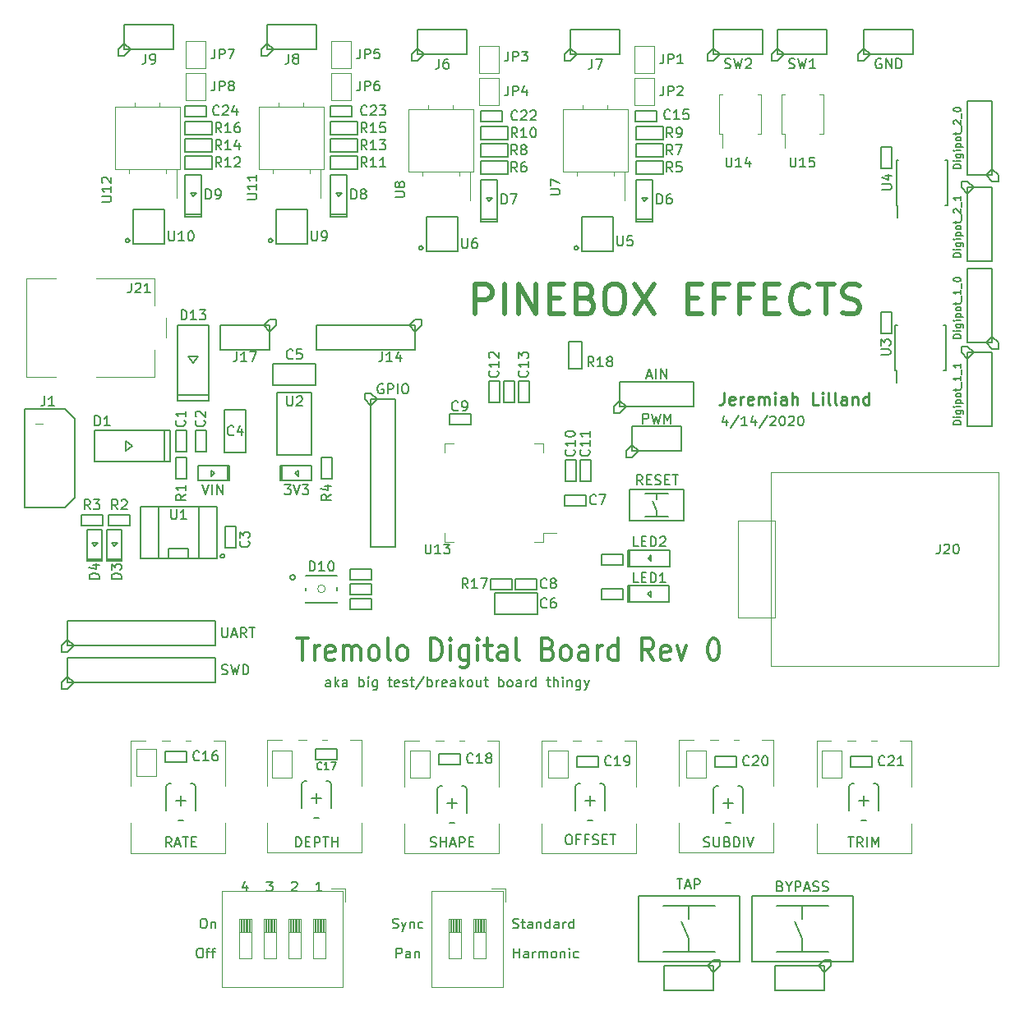
<source format=gbr>
G04 #@! TF.GenerationSoftware,KiCad,Pcbnew,(5.1.5)-3*
G04 #@! TF.CreationDate,2020-04-16T22:09:37-07:00*
G04 #@! TF.ProjectId,Digital_Board_Rev_1,44696769-7461-46c5-9f42-6f6172645f52,rev?*
G04 #@! TF.SameCoordinates,Original*
G04 #@! TF.FileFunction,Legend,Top*
G04 #@! TF.FilePolarity,Positive*
%FSLAX46Y46*%
G04 Gerber Fmt 4.6, Leading zero omitted, Abs format (unit mm)*
G04 Created by KiCad (PCBNEW (5.1.5)-3) date 2020-04-16 22:09:37*
%MOMM*%
%LPD*%
G04 APERTURE LIST*
%ADD10C,0.508000*%
%ADD11C,0.150000*%
%ADD12C,0.228600*%
%ADD13C,0.203200*%
%ADD14C,0.330200*%
%ADD15C,0.007620*%
%ADD16C,0.127000*%
%ADD17C,0.120000*%
%ADD18C,0.063500*%
%ADD19C,0.152400*%
G04 APERTURE END LIST*
D10*
X71700571Y-56242857D02*
X71700571Y-53194857D01*
X72861714Y-53194857D01*
X73151999Y-53340000D01*
X73297142Y-53485142D01*
X73442285Y-53775428D01*
X73442285Y-54210857D01*
X73297142Y-54501142D01*
X73151999Y-54646285D01*
X72861714Y-54791428D01*
X71700571Y-54791428D01*
X74748571Y-56242857D02*
X74748571Y-53194857D01*
X76199999Y-56242857D02*
X76199999Y-53194857D01*
X77941714Y-56242857D01*
X77941714Y-53194857D01*
X79393142Y-54646285D02*
X80409142Y-54646285D01*
X80844571Y-56242857D02*
X79393142Y-56242857D01*
X79393142Y-53194857D01*
X80844571Y-53194857D01*
X83166857Y-54646285D02*
X83602285Y-54791428D01*
X83747428Y-54936571D01*
X83892571Y-55226857D01*
X83892571Y-55662285D01*
X83747428Y-55952571D01*
X83602285Y-56097714D01*
X83311999Y-56242857D01*
X82150857Y-56242857D01*
X82150857Y-53194857D01*
X83166857Y-53194857D01*
X83457142Y-53340000D01*
X83602285Y-53485142D01*
X83747428Y-53775428D01*
X83747428Y-54065714D01*
X83602285Y-54356000D01*
X83457142Y-54501142D01*
X83166857Y-54646285D01*
X82150857Y-54646285D01*
X85779428Y-53194857D02*
X86359999Y-53194857D01*
X86650285Y-53340000D01*
X86940571Y-53630285D01*
X87085714Y-54210857D01*
X87085714Y-55226857D01*
X86940571Y-55807428D01*
X86650285Y-56097714D01*
X86359999Y-56242857D01*
X85779428Y-56242857D01*
X85489142Y-56097714D01*
X85198857Y-55807428D01*
X85053714Y-55226857D01*
X85053714Y-54210857D01*
X85198857Y-53630285D01*
X85489142Y-53340000D01*
X85779428Y-53194857D01*
X88101714Y-53194857D02*
X90133714Y-56242857D01*
X90133714Y-53194857D02*
X88101714Y-56242857D01*
X93617142Y-54646285D02*
X94633142Y-54646285D01*
X95068571Y-56242857D02*
X93617142Y-56242857D01*
X93617142Y-53194857D01*
X95068571Y-53194857D01*
X97390857Y-54646285D02*
X96374857Y-54646285D01*
X96374857Y-56242857D02*
X96374857Y-53194857D01*
X97826285Y-53194857D01*
X100003428Y-54646285D02*
X98987428Y-54646285D01*
X98987428Y-56242857D02*
X98987428Y-53194857D01*
X100438857Y-53194857D01*
X101599999Y-54646285D02*
X102615999Y-54646285D01*
X103051428Y-56242857D02*
X101599999Y-56242857D01*
X101599999Y-53194857D01*
X103051428Y-53194857D01*
X106099428Y-55952571D02*
X105954285Y-56097714D01*
X105518857Y-56242857D01*
X105228571Y-56242857D01*
X104793142Y-56097714D01*
X104502857Y-55807428D01*
X104357714Y-55517142D01*
X104212571Y-54936571D01*
X104212571Y-54501142D01*
X104357714Y-53920571D01*
X104502857Y-53630285D01*
X104793142Y-53340000D01*
X105228571Y-53194857D01*
X105518857Y-53194857D01*
X105954285Y-53340000D01*
X106099428Y-53485142D01*
X106970285Y-53194857D02*
X108711999Y-53194857D01*
X107841142Y-56242857D02*
X107841142Y-53194857D01*
X109582857Y-56097714D02*
X110018285Y-56242857D01*
X110743999Y-56242857D01*
X111034285Y-56097714D01*
X111179428Y-55952571D01*
X111324571Y-55662285D01*
X111324571Y-55372000D01*
X111179428Y-55081714D01*
X111034285Y-54936571D01*
X110743999Y-54791428D01*
X110163428Y-54646285D01*
X109873142Y-54501142D01*
X109727999Y-54356000D01*
X109582857Y-54065714D01*
X109582857Y-53775428D01*
X109727999Y-53485142D01*
X109873142Y-53340000D01*
X110163428Y-53194857D01*
X110889142Y-53194857D01*
X111324571Y-53340000D01*
D11*
X97631714Y-67095714D02*
X97631714Y-67762380D01*
X97393619Y-66714761D02*
X97155523Y-67429047D01*
X97774571Y-67429047D01*
X98869809Y-66714761D02*
X98012666Y-68000476D01*
X99726952Y-67762380D02*
X99155523Y-67762380D01*
X99441238Y-67762380D02*
X99441238Y-66762380D01*
X99346000Y-66905238D01*
X99250761Y-67000476D01*
X99155523Y-67048095D01*
X100584095Y-67095714D02*
X100584095Y-67762380D01*
X100346000Y-66714761D02*
X100107904Y-67429047D01*
X100726952Y-67429047D01*
X101822190Y-66714761D02*
X100965047Y-68000476D01*
X102107904Y-66857619D02*
X102155523Y-66810000D01*
X102250761Y-66762380D01*
X102488857Y-66762380D01*
X102584095Y-66810000D01*
X102631714Y-66857619D01*
X102679333Y-66952857D01*
X102679333Y-67048095D01*
X102631714Y-67190952D01*
X102060285Y-67762380D01*
X102679333Y-67762380D01*
X103298380Y-66762380D02*
X103393619Y-66762380D01*
X103488857Y-66810000D01*
X103536476Y-66857619D01*
X103584095Y-66952857D01*
X103631714Y-67143333D01*
X103631714Y-67381428D01*
X103584095Y-67571904D01*
X103536476Y-67667142D01*
X103488857Y-67714761D01*
X103393619Y-67762380D01*
X103298380Y-67762380D01*
X103203142Y-67714761D01*
X103155523Y-67667142D01*
X103107904Y-67571904D01*
X103060285Y-67381428D01*
X103060285Y-67143333D01*
X103107904Y-66952857D01*
X103155523Y-66857619D01*
X103203142Y-66810000D01*
X103298380Y-66762380D01*
X104012666Y-66857619D02*
X104060285Y-66810000D01*
X104155523Y-66762380D01*
X104393619Y-66762380D01*
X104488857Y-66810000D01*
X104536476Y-66857619D01*
X104584095Y-66952857D01*
X104584095Y-67048095D01*
X104536476Y-67190952D01*
X103965047Y-67762380D01*
X104584095Y-67762380D01*
X105203142Y-66762380D02*
X105298380Y-66762380D01*
X105393619Y-66810000D01*
X105441238Y-66857619D01*
X105488857Y-66952857D01*
X105536476Y-67143333D01*
X105536476Y-67381428D01*
X105488857Y-67571904D01*
X105441238Y-67667142D01*
X105393619Y-67714761D01*
X105298380Y-67762380D01*
X105203142Y-67762380D01*
X105107904Y-67714761D01*
X105060285Y-67667142D01*
X105012666Y-67571904D01*
X104965047Y-67381428D01*
X104965047Y-67143333D01*
X105012666Y-66952857D01*
X105060285Y-66857619D01*
X105107904Y-66810000D01*
X105203142Y-66762380D01*
D12*
X97360619Y-64328523D02*
X97360619Y-65235666D01*
X97300142Y-65417095D01*
X97179190Y-65538047D01*
X96997761Y-65598523D01*
X96876809Y-65598523D01*
X98449190Y-65538047D02*
X98328238Y-65598523D01*
X98086333Y-65598523D01*
X97965380Y-65538047D01*
X97904904Y-65417095D01*
X97904904Y-64933285D01*
X97965380Y-64812333D01*
X98086333Y-64751857D01*
X98328238Y-64751857D01*
X98449190Y-64812333D01*
X98509666Y-64933285D01*
X98509666Y-65054238D01*
X97904904Y-65175190D01*
X99053952Y-65598523D02*
X99053952Y-64751857D01*
X99053952Y-64993761D02*
X99114428Y-64872809D01*
X99174904Y-64812333D01*
X99295857Y-64751857D01*
X99416809Y-64751857D01*
X100323952Y-65538047D02*
X100203000Y-65598523D01*
X99961095Y-65598523D01*
X99840142Y-65538047D01*
X99779666Y-65417095D01*
X99779666Y-64933285D01*
X99840142Y-64812333D01*
X99961095Y-64751857D01*
X100203000Y-64751857D01*
X100323952Y-64812333D01*
X100384428Y-64933285D01*
X100384428Y-65054238D01*
X99779666Y-65175190D01*
X100928714Y-65598523D02*
X100928714Y-64751857D01*
X100928714Y-64872809D02*
X100989190Y-64812333D01*
X101110142Y-64751857D01*
X101291571Y-64751857D01*
X101412523Y-64812333D01*
X101473000Y-64933285D01*
X101473000Y-65598523D01*
X101473000Y-64933285D02*
X101533476Y-64812333D01*
X101654428Y-64751857D01*
X101835857Y-64751857D01*
X101956809Y-64812333D01*
X102017285Y-64933285D01*
X102017285Y-65598523D01*
X102622047Y-65598523D02*
X102622047Y-64751857D01*
X102622047Y-64328523D02*
X102561571Y-64389000D01*
X102622047Y-64449476D01*
X102682523Y-64389000D01*
X102622047Y-64328523D01*
X102622047Y-64449476D01*
X103771095Y-65598523D02*
X103771095Y-64933285D01*
X103710619Y-64812333D01*
X103589666Y-64751857D01*
X103347761Y-64751857D01*
X103226809Y-64812333D01*
X103771095Y-65538047D02*
X103650142Y-65598523D01*
X103347761Y-65598523D01*
X103226809Y-65538047D01*
X103166333Y-65417095D01*
X103166333Y-65296142D01*
X103226809Y-65175190D01*
X103347761Y-65114714D01*
X103650142Y-65114714D01*
X103771095Y-65054238D01*
X104375857Y-65598523D02*
X104375857Y-64328523D01*
X104920142Y-65598523D02*
X104920142Y-64933285D01*
X104859666Y-64812333D01*
X104738714Y-64751857D01*
X104557285Y-64751857D01*
X104436333Y-64812333D01*
X104375857Y-64872809D01*
X107097285Y-65598523D02*
X106492523Y-65598523D01*
X106492523Y-64328523D01*
X107520619Y-65598523D02*
X107520619Y-64751857D01*
X107520619Y-64328523D02*
X107460142Y-64389000D01*
X107520619Y-64449476D01*
X107581095Y-64389000D01*
X107520619Y-64328523D01*
X107520619Y-64449476D01*
X108306809Y-65598523D02*
X108185857Y-65538047D01*
X108125380Y-65417095D01*
X108125380Y-64328523D01*
X108972047Y-65598523D02*
X108851095Y-65538047D01*
X108790619Y-65417095D01*
X108790619Y-64328523D01*
X110000142Y-65598523D02*
X110000142Y-64933285D01*
X109939666Y-64812333D01*
X109818714Y-64751857D01*
X109576809Y-64751857D01*
X109455857Y-64812333D01*
X110000142Y-65538047D02*
X109879190Y-65598523D01*
X109576809Y-65598523D01*
X109455857Y-65538047D01*
X109395380Y-65417095D01*
X109395380Y-65296142D01*
X109455857Y-65175190D01*
X109576809Y-65114714D01*
X109879190Y-65114714D01*
X110000142Y-65054238D01*
X110604904Y-64751857D02*
X110604904Y-65598523D01*
X110604904Y-64872809D02*
X110665380Y-64812333D01*
X110786333Y-64751857D01*
X110967761Y-64751857D01*
X111088714Y-64812333D01*
X111149190Y-64933285D01*
X111149190Y-65598523D01*
X112298238Y-65598523D02*
X112298238Y-64328523D01*
X112298238Y-65538047D02*
X112177285Y-65598523D01*
X111935380Y-65598523D01*
X111814428Y-65538047D01*
X111753952Y-65477571D01*
X111693476Y-65356619D01*
X111693476Y-64993761D01*
X111753952Y-64872809D01*
X111814428Y-64812333D01*
X111935380Y-64751857D01*
X112177285Y-64751857D01*
X112298238Y-64812333D01*
D13*
X56787142Y-94693619D02*
X56787142Y-94161428D01*
X56738761Y-94064666D01*
X56642000Y-94016285D01*
X56448476Y-94016285D01*
X56351714Y-94064666D01*
X56787142Y-94645238D02*
X56690380Y-94693619D01*
X56448476Y-94693619D01*
X56351714Y-94645238D01*
X56303333Y-94548476D01*
X56303333Y-94451714D01*
X56351714Y-94354952D01*
X56448476Y-94306571D01*
X56690380Y-94306571D01*
X56787142Y-94258190D01*
X57270952Y-94693619D02*
X57270952Y-93677619D01*
X57367714Y-94306571D02*
X57658000Y-94693619D01*
X57658000Y-94016285D02*
X57270952Y-94403333D01*
X58528857Y-94693619D02*
X58528857Y-94161428D01*
X58480476Y-94064666D01*
X58383714Y-94016285D01*
X58190190Y-94016285D01*
X58093428Y-94064666D01*
X58528857Y-94645238D02*
X58432095Y-94693619D01*
X58190190Y-94693619D01*
X58093428Y-94645238D01*
X58045047Y-94548476D01*
X58045047Y-94451714D01*
X58093428Y-94354952D01*
X58190190Y-94306571D01*
X58432095Y-94306571D01*
X58528857Y-94258190D01*
X59786761Y-94693619D02*
X59786761Y-93677619D01*
X59786761Y-94064666D02*
X59883523Y-94016285D01*
X60077047Y-94016285D01*
X60173809Y-94064666D01*
X60222190Y-94113047D01*
X60270571Y-94209809D01*
X60270571Y-94500095D01*
X60222190Y-94596857D01*
X60173809Y-94645238D01*
X60077047Y-94693619D01*
X59883523Y-94693619D01*
X59786761Y-94645238D01*
X60706000Y-94693619D02*
X60706000Y-94016285D01*
X60706000Y-93677619D02*
X60657619Y-93726000D01*
X60706000Y-93774380D01*
X60754380Y-93726000D01*
X60706000Y-93677619D01*
X60706000Y-93774380D01*
X61625238Y-94016285D02*
X61625238Y-94838761D01*
X61576857Y-94935523D01*
X61528476Y-94983904D01*
X61431714Y-95032285D01*
X61286571Y-95032285D01*
X61189809Y-94983904D01*
X61625238Y-94645238D02*
X61528476Y-94693619D01*
X61334952Y-94693619D01*
X61238190Y-94645238D01*
X61189809Y-94596857D01*
X61141428Y-94500095D01*
X61141428Y-94209809D01*
X61189809Y-94113047D01*
X61238190Y-94064666D01*
X61334952Y-94016285D01*
X61528476Y-94016285D01*
X61625238Y-94064666D01*
X62738000Y-94016285D02*
X63125047Y-94016285D01*
X62883142Y-93677619D02*
X62883142Y-94548476D01*
X62931523Y-94645238D01*
X63028285Y-94693619D01*
X63125047Y-94693619D01*
X63850761Y-94645238D02*
X63754000Y-94693619D01*
X63560476Y-94693619D01*
X63463714Y-94645238D01*
X63415333Y-94548476D01*
X63415333Y-94161428D01*
X63463714Y-94064666D01*
X63560476Y-94016285D01*
X63754000Y-94016285D01*
X63850761Y-94064666D01*
X63899142Y-94161428D01*
X63899142Y-94258190D01*
X63415333Y-94354952D01*
X64286190Y-94645238D02*
X64382952Y-94693619D01*
X64576476Y-94693619D01*
X64673238Y-94645238D01*
X64721619Y-94548476D01*
X64721619Y-94500095D01*
X64673238Y-94403333D01*
X64576476Y-94354952D01*
X64431333Y-94354952D01*
X64334571Y-94306571D01*
X64286190Y-94209809D01*
X64286190Y-94161428D01*
X64334571Y-94064666D01*
X64431333Y-94016285D01*
X64576476Y-94016285D01*
X64673238Y-94064666D01*
X65011904Y-94016285D02*
X65398952Y-94016285D01*
X65157047Y-93677619D02*
X65157047Y-94548476D01*
X65205428Y-94645238D01*
X65302190Y-94693619D01*
X65398952Y-94693619D01*
X66463333Y-93629238D02*
X65592476Y-94935523D01*
X66802000Y-94693619D02*
X66802000Y-93677619D01*
X66802000Y-94064666D02*
X66898761Y-94016285D01*
X67092285Y-94016285D01*
X67189047Y-94064666D01*
X67237428Y-94113047D01*
X67285809Y-94209809D01*
X67285809Y-94500095D01*
X67237428Y-94596857D01*
X67189047Y-94645238D01*
X67092285Y-94693619D01*
X66898761Y-94693619D01*
X66802000Y-94645238D01*
X67721238Y-94693619D02*
X67721238Y-94016285D01*
X67721238Y-94209809D02*
X67769619Y-94113047D01*
X67818000Y-94064666D01*
X67914761Y-94016285D01*
X68011523Y-94016285D01*
X68737238Y-94645238D02*
X68640476Y-94693619D01*
X68446952Y-94693619D01*
X68350190Y-94645238D01*
X68301809Y-94548476D01*
X68301809Y-94161428D01*
X68350190Y-94064666D01*
X68446952Y-94016285D01*
X68640476Y-94016285D01*
X68737238Y-94064666D01*
X68785619Y-94161428D01*
X68785619Y-94258190D01*
X68301809Y-94354952D01*
X69656476Y-94693619D02*
X69656476Y-94161428D01*
X69608095Y-94064666D01*
X69511333Y-94016285D01*
X69317809Y-94016285D01*
X69221047Y-94064666D01*
X69656476Y-94645238D02*
X69559714Y-94693619D01*
X69317809Y-94693619D01*
X69221047Y-94645238D01*
X69172666Y-94548476D01*
X69172666Y-94451714D01*
X69221047Y-94354952D01*
X69317809Y-94306571D01*
X69559714Y-94306571D01*
X69656476Y-94258190D01*
X70140285Y-94693619D02*
X70140285Y-93677619D01*
X70237047Y-94306571D02*
X70527333Y-94693619D01*
X70527333Y-94016285D02*
X70140285Y-94403333D01*
X71107904Y-94693619D02*
X71011142Y-94645238D01*
X70962761Y-94596857D01*
X70914380Y-94500095D01*
X70914380Y-94209809D01*
X70962761Y-94113047D01*
X71011142Y-94064666D01*
X71107904Y-94016285D01*
X71253047Y-94016285D01*
X71349809Y-94064666D01*
X71398190Y-94113047D01*
X71446571Y-94209809D01*
X71446571Y-94500095D01*
X71398190Y-94596857D01*
X71349809Y-94645238D01*
X71253047Y-94693619D01*
X71107904Y-94693619D01*
X72317428Y-94016285D02*
X72317428Y-94693619D01*
X71882000Y-94016285D02*
X71882000Y-94548476D01*
X71930380Y-94645238D01*
X72027142Y-94693619D01*
X72172285Y-94693619D01*
X72269047Y-94645238D01*
X72317428Y-94596857D01*
X72656095Y-94016285D02*
X73043142Y-94016285D01*
X72801238Y-93677619D02*
X72801238Y-94548476D01*
X72849619Y-94645238D01*
X72946380Y-94693619D01*
X73043142Y-94693619D01*
X74155904Y-94693619D02*
X74155904Y-93677619D01*
X74155904Y-94064666D02*
X74252666Y-94016285D01*
X74446190Y-94016285D01*
X74542952Y-94064666D01*
X74591333Y-94113047D01*
X74639714Y-94209809D01*
X74639714Y-94500095D01*
X74591333Y-94596857D01*
X74542952Y-94645238D01*
X74446190Y-94693619D01*
X74252666Y-94693619D01*
X74155904Y-94645238D01*
X75220285Y-94693619D02*
X75123523Y-94645238D01*
X75075142Y-94596857D01*
X75026761Y-94500095D01*
X75026761Y-94209809D01*
X75075142Y-94113047D01*
X75123523Y-94064666D01*
X75220285Y-94016285D01*
X75365428Y-94016285D01*
X75462190Y-94064666D01*
X75510571Y-94113047D01*
X75558952Y-94209809D01*
X75558952Y-94500095D01*
X75510571Y-94596857D01*
X75462190Y-94645238D01*
X75365428Y-94693619D01*
X75220285Y-94693619D01*
X76429809Y-94693619D02*
X76429809Y-94161428D01*
X76381428Y-94064666D01*
X76284666Y-94016285D01*
X76091142Y-94016285D01*
X75994380Y-94064666D01*
X76429809Y-94645238D02*
X76333047Y-94693619D01*
X76091142Y-94693619D01*
X75994380Y-94645238D01*
X75946000Y-94548476D01*
X75946000Y-94451714D01*
X75994380Y-94354952D01*
X76091142Y-94306571D01*
X76333047Y-94306571D01*
X76429809Y-94258190D01*
X76913619Y-94693619D02*
X76913619Y-94016285D01*
X76913619Y-94209809D02*
X76962000Y-94113047D01*
X77010380Y-94064666D01*
X77107142Y-94016285D01*
X77203904Y-94016285D01*
X77978000Y-94693619D02*
X77978000Y-93677619D01*
X77978000Y-94645238D02*
X77881238Y-94693619D01*
X77687714Y-94693619D01*
X77590952Y-94645238D01*
X77542571Y-94596857D01*
X77494190Y-94500095D01*
X77494190Y-94209809D01*
X77542571Y-94113047D01*
X77590952Y-94064666D01*
X77687714Y-94016285D01*
X77881238Y-94016285D01*
X77978000Y-94064666D01*
X79090761Y-94016285D02*
X79477809Y-94016285D01*
X79235904Y-93677619D02*
X79235904Y-94548476D01*
X79284285Y-94645238D01*
X79381047Y-94693619D01*
X79477809Y-94693619D01*
X79816476Y-94693619D02*
X79816476Y-93677619D01*
X80251904Y-94693619D02*
X80251904Y-94161428D01*
X80203523Y-94064666D01*
X80106761Y-94016285D01*
X79961619Y-94016285D01*
X79864857Y-94064666D01*
X79816476Y-94113047D01*
X80735714Y-94693619D02*
X80735714Y-94016285D01*
X80735714Y-93677619D02*
X80687333Y-93726000D01*
X80735714Y-93774380D01*
X80784095Y-93726000D01*
X80735714Y-93677619D01*
X80735714Y-93774380D01*
X81219523Y-94016285D02*
X81219523Y-94693619D01*
X81219523Y-94113047D02*
X81267904Y-94064666D01*
X81364666Y-94016285D01*
X81509809Y-94016285D01*
X81606571Y-94064666D01*
X81654952Y-94161428D01*
X81654952Y-94693619D01*
X82574190Y-94016285D02*
X82574190Y-94838761D01*
X82525809Y-94935523D01*
X82477428Y-94983904D01*
X82380666Y-95032285D01*
X82235523Y-95032285D01*
X82138761Y-94983904D01*
X82574190Y-94645238D02*
X82477428Y-94693619D01*
X82283904Y-94693619D01*
X82187142Y-94645238D01*
X82138761Y-94596857D01*
X82090380Y-94500095D01*
X82090380Y-94209809D01*
X82138761Y-94113047D01*
X82187142Y-94064666D01*
X82283904Y-94016285D01*
X82477428Y-94016285D01*
X82574190Y-94064666D01*
X82961238Y-94016285D02*
X83203142Y-94693619D01*
X83445047Y-94016285D02*
X83203142Y-94693619D01*
X83106380Y-94935523D01*
X83058000Y-94983904D01*
X82961238Y-95032285D01*
D14*
X53315809Y-89680142D02*
X54476952Y-89680142D01*
X53896380Y-91966142D02*
X53896380Y-89680142D01*
X55154285Y-91966142D02*
X55154285Y-90442142D01*
X55154285Y-90877571D02*
X55251047Y-90659857D01*
X55347809Y-90551000D01*
X55541333Y-90442142D01*
X55734857Y-90442142D01*
X57186285Y-91857285D02*
X56992761Y-91966142D01*
X56605714Y-91966142D01*
X56412190Y-91857285D01*
X56315428Y-91639571D01*
X56315428Y-90768714D01*
X56412190Y-90551000D01*
X56605714Y-90442142D01*
X56992761Y-90442142D01*
X57186285Y-90551000D01*
X57283047Y-90768714D01*
X57283047Y-90986428D01*
X56315428Y-91204142D01*
X58153904Y-91966142D02*
X58153904Y-90442142D01*
X58153904Y-90659857D02*
X58250666Y-90551000D01*
X58444190Y-90442142D01*
X58734476Y-90442142D01*
X58928000Y-90551000D01*
X59024761Y-90768714D01*
X59024761Y-91966142D01*
X59024761Y-90768714D02*
X59121523Y-90551000D01*
X59315047Y-90442142D01*
X59605333Y-90442142D01*
X59798857Y-90551000D01*
X59895619Y-90768714D01*
X59895619Y-91966142D01*
X61153523Y-91966142D02*
X60960000Y-91857285D01*
X60863238Y-91748428D01*
X60766476Y-91530714D01*
X60766476Y-90877571D01*
X60863238Y-90659857D01*
X60960000Y-90551000D01*
X61153523Y-90442142D01*
X61443809Y-90442142D01*
X61637333Y-90551000D01*
X61734095Y-90659857D01*
X61830857Y-90877571D01*
X61830857Y-91530714D01*
X61734095Y-91748428D01*
X61637333Y-91857285D01*
X61443809Y-91966142D01*
X61153523Y-91966142D01*
X62992000Y-91966142D02*
X62798476Y-91857285D01*
X62701714Y-91639571D01*
X62701714Y-89680142D01*
X64056380Y-91966142D02*
X63862857Y-91857285D01*
X63766095Y-91748428D01*
X63669333Y-91530714D01*
X63669333Y-90877571D01*
X63766095Y-90659857D01*
X63862857Y-90551000D01*
X64056380Y-90442142D01*
X64346666Y-90442142D01*
X64540190Y-90551000D01*
X64636952Y-90659857D01*
X64733714Y-90877571D01*
X64733714Y-91530714D01*
X64636952Y-91748428D01*
X64540190Y-91857285D01*
X64346666Y-91966142D01*
X64056380Y-91966142D01*
X67152761Y-91966142D02*
X67152761Y-89680142D01*
X67636571Y-89680142D01*
X67926857Y-89789000D01*
X68120380Y-90006714D01*
X68217142Y-90224428D01*
X68313904Y-90659857D01*
X68313904Y-90986428D01*
X68217142Y-91421857D01*
X68120380Y-91639571D01*
X67926857Y-91857285D01*
X67636571Y-91966142D01*
X67152761Y-91966142D01*
X69184761Y-91966142D02*
X69184761Y-90442142D01*
X69184761Y-89680142D02*
X69088000Y-89789000D01*
X69184761Y-89897857D01*
X69281523Y-89789000D01*
X69184761Y-89680142D01*
X69184761Y-89897857D01*
X71023238Y-90442142D02*
X71023238Y-92292714D01*
X70926476Y-92510428D01*
X70829714Y-92619285D01*
X70636190Y-92728142D01*
X70345904Y-92728142D01*
X70152380Y-92619285D01*
X71023238Y-91857285D02*
X70829714Y-91966142D01*
X70442666Y-91966142D01*
X70249142Y-91857285D01*
X70152380Y-91748428D01*
X70055619Y-91530714D01*
X70055619Y-90877571D01*
X70152380Y-90659857D01*
X70249142Y-90551000D01*
X70442666Y-90442142D01*
X70829714Y-90442142D01*
X71023238Y-90551000D01*
X71990857Y-91966142D02*
X71990857Y-90442142D01*
X71990857Y-89680142D02*
X71894095Y-89789000D01*
X71990857Y-89897857D01*
X72087619Y-89789000D01*
X71990857Y-89680142D01*
X71990857Y-89897857D01*
X72668190Y-90442142D02*
X73442285Y-90442142D01*
X72958476Y-89680142D02*
X72958476Y-91639571D01*
X73055238Y-91857285D01*
X73248761Y-91966142D01*
X73442285Y-91966142D01*
X74990476Y-91966142D02*
X74990476Y-90768714D01*
X74893714Y-90551000D01*
X74700190Y-90442142D01*
X74313142Y-90442142D01*
X74119619Y-90551000D01*
X74990476Y-91857285D02*
X74796952Y-91966142D01*
X74313142Y-91966142D01*
X74119619Y-91857285D01*
X74022857Y-91639571D01*
X74022857Y-91421857D01*
X74119619Y-91204142D01*
X74313142Y-91095285D01*
X74796952Y-91095285D01*
X74990476Y-90986428D01*
X76248380Y-91966142D02*
X76054857Y-91857285D01*
X75958095Y-91639571D01*
X75958095Y-89680142D01*
X79248000Y-90768714D02*
X79538285Y-90877571D01*
X79635047Y-90986428D01*
X79731809Y-91204142D01*
X79731809Y-91530714D01*
X79635047Y-91748428D01*
X79538285Y-91857285D01*
X79344761Y-91966142D01*
X78570666Y-91966142D01*
X78570666Y-89680142D01*
X79248000Y-89680142D01*
X79441523Y-89789000D01*
X79538285Y-89897857D01*
X79635047Y-90115571D01*
X79635047Y-90333285D01*
X79538285Y-90551000D01*
X79441523Y-90659857D01*
X79248000Y-90768714D01*
X78570666Y-90768714D01*
X80892952Y-91966142D02*
X80699428Y-91857285D01*
X80602666Y-91748428D01*
X80505904Y-91530714D01*
X80505904Y-90877571D01*
X80602666Y-90659857D01*
X80699428Y-90551000D01*
X80892952Y-90442142D01*
X81183238Y-90442142D01*
X81376761Y-90551000D01*
X81473523Y-90659857D01*
X81570285Y-90877571D01*
X81570285Y-91530714D01*
X81473523Y-91748428D01*
X81376761Y-91857285D01*
X81183238Y-91966142D01*
X80892952Y-91966142D01*
X83312000Y-91966142D02*
X83312000Y-90768714D01*
X83215238Y-90551000D01*
X83021714Y-90442142D01*
X82634666Y-90442142D01*
X82441142Y-90551000D01*
X83312000Y-91857285D02*
X83118476Y-91966142D01*
X82634666Y-91966142D01*
X82441142Y-91857285D01*
X82344380Y-91639571D01*
X82344380Y-91421857D01*
X82441142Y-91204142D01*
X82634666Y-91095285D01*
X83118476Y-91095285D01*
X83312000Y-90986428D01*
X84279619Y-91966142D02*
X84279619Y-90442142D01*
X84279619Y-90877571D02*
X84376380Y-90659857D01*
X84473142Y-90551000D01*
X84666666Y-90442142D01*
X84860190Y-90442142D01*
X86408380Y-91966142D02*
X86408380Y-89680142D01*
X86408380Y-91857285D02*
X86214857Y-91966142D01*
X85827809Y-91966142D01*
X85634285Y-91857285D01*
X85537523Y-91748428D01*
X85440761Y-91530714D01*
X85440761Y-90877571D01*
X85537523Y-90659857D01*
X85634285Y-90551000D01*
X85827809Y-90442142D01*
X86214857Y-90442142D01*
X86408380Y-90551000D01*
X90085333Y-91966142D02*
X89408000Y-90877571D01*
X88924190Y-91966142D02*
X88924190Y-89680142D01*
X89698285Y-89680142D01*
X89891809Y-89789000D01*
X89988571Y-89897857D01*
X90085333Y-90115571D01*
X90085333Y-90442142D01*
X89988571Y-90659857D01*
X89891809Y-90768714D01*
X89698285Y-90877571D01*
X88924190Y-90877571D01*
X91730285Y-91857285D02*
X91536761Y-91966142D01*
X91149714Y-91966142D01*
X90956190Y-91857285D01*
X90859428Y-91639571D01*
X90859428Y-90768714D01*
X90956190Y-90551000D01*
X91149714Y-90442142D01*
X91536761Y-90442142D01*
X91730285Y-90551000D01*
X91827047Y-90768714D01*
X91827047Y-90986428D01*
X90859428Y-91204142D01*
X92504380Y-90442142D02*
X92988190Y-91966142D01*
X93472000Y-90442142D01*
X96181333Y-89680142D02*
X96374857Y-89680142D01*
X96568380Y-89789000D01*
X96665142Y-89897857D01*
X96761904Y-90115571D01*
X96858666Y-90551000D01*
X96858666Y-91095285D01*
X96761904Y-91530714D01*
X96665142Y-91748428D01*
X96568380Y-91857285D01*
X96374857Y-91966142D01*
X96181333Y-91966142D01*
X95987809Y-91857285D01*
X95891047Y-91748428D01*
X95794285Y-91530714D01*
X95697523Y-91095285D01*
X95697523Y-90551000D01*
X95794285Y-90115571D01*
X95891047Y-89897857D01*
X95987809Y-89789000D01*
X96181333Y-89680142D01*
D11*
X48196476Y-115101714D02*
X48196476Y-115768380D01*
X47958380Y-114720761D02*
X47720285Y-115435047D01*
X48339333Y-115435047D01*
X50212666Y-114768380D02*
X50831714Y-114768380D01*
X50498380Y-115149333D01*
X50641238Y-115149333D01*
X50736476Y-115196952D01*
X50784095Y-115244571D01*
X50831714Y-115339809D01*
X50831714Y-115577904D01*
X50784095Y-115673142D01*
X50736476Y-115720761D01*
X50641238Y-115768380D01*
X50355523Y-115768380D01*
X50260285Y-115720761D01*
X50212666Y-115673142D01*
X52800285Y-114863619D02*
X52847904Y-114816000D01*
X52943142Y-114768380D01*
X53181238Y-114768380D01*
X53276476Y-114816000D01*
X53324095Y-114863619D01*
X53371714Y-114958857D01*
X53371714Y-115054095D01*
X53324095Y-115196952D01*
X52752666Y-115768380D01*
X53371714Y-115768380D01*
X55911714Y-115768380D02*
X55340285Y-115768380D01*
X55626000Y-115768380D02*
X55626000Y-114768380D01*
X55530761Y-114911238D01*
X55435523Y-115006476D01*
X55340285Y-115054095D01*
X43275333Y-121626380D02*
X43465809Y-121626380D01*
X43561047Y-121674000D01*
X43656285Y-121769238D01*
X43703904Y-121959714D01*
X43703904Y-122293047D01*
X43656285Y-122483523D01*
X43561047Y-122578761D01*
X43465809Y-122626380D01*
X43275333Y-122626380D01*
X43180095Y-122578761D01*
X43084857Y-122483523D01*
X43037238Y-122293047D01*
X43037238Y-121959714D01*
X43084857Y-121769238D01*
X43180095Y-121674000D01*
X43275333Y-121626380D01*
X43989619Y-121959714D02*
X44370571Y-121959714D01*
X44132476Y-122626380D02*
X44132476Y-121769238D01*
X44180095Y-121674000D01*
X44275333Y-121626380D01*
X44370571Y-121626380D01*
X44561047Y-121959714D02*
X44942000Y-121959714D01*
X44703904Y-122626380D02*
X44703904Y-121769238D01*
X44751523Y-121674000D01*
X44846761Y-121626380D01*
X44942000Y-121626380D01*
X43648380Y-118578380D02*
X43838857Y-118578380D01*
X43934095Y-118626000D01*
X44029333Y-118721238D01*
X44076952Y-118911714D01*
X44076952Y-119245047D01*
X44029333Y-119435523D01*
X43934095Y-119530761D01*
X43838857Y-119578380D01*
X43648380Y-119578380D01*
X43553142Y-119530761D01*
X43457904Y-119435523D01*
X43410285Y-119245047D01*
X43410285Y-118911714D01*
X43457904Y-118721238D01*
X43553142Y-118626000D01*
X43648380Y-118578380D01*
X44505523Y-118911714D02*
X44505523Y-119578380D01*
X44505523Y-119006952D02*
X44553142Y-118959333D01*
X44648380Y-118911714D01*
X44791238Y-118911714D01*
X44886476Y-118959333D01*
X44934095Y-119054571D01*
X44934095Y-119578380D01*
X63222380Y-119530761D02*
X63365238Y-119578380D01*
X63603333Y-119578380D01*
X63698571Y-119530761D01*
X63746190Y-119483142D01*
X63793809Y-119387904D01*
X63793809Y-119292666D01*
X63746190Y-119197428D01*
X63698571Y-119149809D01*
X63603333Y-119102190D01*
X63412857Y-119054571D01*
X63317619Y-119006952D01*
X63270000Y-118959333D01*
X63222380Y-118864095D01*
X63222380Y-118768857D01*
X63270000Y-118673619D01*
X63317619Y-118626000D01*
X63412857Y-118578380D01*
X63650952Y-118578380D01*
X63793809Y-118626000D01*
X64127142Y-118911714D02*
X64365238Y-119578380D01*
X64603333Y-118911714D02*
X64365238Y-119578380D01*
X64270000Y-119816476D01*
X64222380Y-119864095D01*
X64127142Y-119911714D01*
X64984285Y-118911714D02*
X64984285Y-119578380D01*
X64984285Y-119006952D02*
X65031904Y-118959333D01*
X65127142Y-118911714D01*
X65270000Y-118911714D01*
X65365238Y-118959333D01*
X65412857Y-119054571D01*
X65412857Y-119578380D01*
X66317619Y-119530761D02*
X66222380Y-119578380D01*
X66031904Y-119578380D01*
X65936666Y-119530761D01*
X65889047Y-119483142D01*
X65841428Y-119387904D01*
X65841428Y-119102190D01*
X65889047Y-119006952D01*
X65936666Y-118959333D01*
X66031904Y-118911714D01*
X66222380Y-118911714D01*
X66317619Y-118959333D01*
X63603333Y-122626380D02*
X63603333Y-121626380D01*
X63984285Y-121626380D01*
X64079523Y-121674000D01*
X64127142Y-121721619D01*
X64174761Y-121816857D01*
X64174761Y-121959714D01*
X64127142Y-122054952D01*
X64079523Y-122102571D01*
X63984285Y-122150190D01*
X63603333Y-122150190D01*
X65031904Y-122626380D02*
X65031904Y-122102571D01*
X64984285Y-122007333D01*
X64889047Y-121959714D01*
X64698571Y-121959714D01*
X64603333Y-122007333D01*
X65031904Y-122578761D02*
X64936666Y-122626380D01*
X64698571Y-122626380D01*
X64603333Y-122578761D01*
X64555714Y-122483523D01*
X64555714Y-122388285D01*
X64603333Y-122293047D01*
X64698571Y-122245428D01*
X64936666Y-122245428D01*
X65031904Y-122197809D01*
X65508095Y-121959714D02*
X65508095Y-122626380D01*
X65508095Y-122054952D02*
X65555714Y-122007333D01*
X65650952Y-121959714D01*
X65793809Y-121959714D01*
X65889047Y-122007333D01*
X65936666Y-122102571D01*
X65936666Y-122626380D01*
X75708285Y-122626380D02*
X75708285Y-121626380D01*
X75708285Y-122102571D02*
X76279714Y-122102571D01*
X76279714Y-122626380D02*
X76279714Y-121626380D01*
X77184476Y-122626380D02*
X77184476Y-122102571D01*
X77136857Y-122007333D01*
X77041619Y-121959714D01*
X76851142Y-121959714D01*
X76755904Y-122007333D01*
X77184476Y-122578761D02*
X77089238Y-122626380D01*
X76851142Y-122626380D01*
X76755904Y-122578761D01*
X76708285Y-122483523D01*
X76708285Y-122388285D01*
X76755904Y-122293047D01*
X76851142Y-122245428D01*
X77089238Y-122245428D01*
X77184476Y-122197809D01*
X77660666Y-122626380D02*
X77660666Y-121959714D01*
X77660666Y-122150190D02*
X77708285Y-122054952D01*
X77755904Y-122007333D01*
X77851142Y-121959714D01*
X77946380Y-121959714D01*
X78279714Y-122626380D02*
X78279714Y-121959714D01*
X78279714Y-122054952D02*
X78327333Y-122007333D01*
X78422571Y-121959714D01*
X78565428Y-121959714D01*
X78660666Y-122007333D01*
X78708285Y-122102571D01*
X78708285Y-122626380D01*
X78708285Y-122102571D02*
X78755904Y-122007333D01*
X78851142Y-121959714D01*
X78994000Y-121959714D01*
X79089238Y-122007333D01*
X79136857Y-122102571D01*
X79136857Y-122626380D01*
X79755904Y-122626380D02*
X79660666Y-122578761D01*
X79613047Y-122531142D01*
X79565428Y-122435904D01*
X79565428Y-122150190D01*
X79613047Y-122054952D01*
X79660666Y-122007333D01*
X79755904Y-121959714D01*
X79898761Y-121959714D01*
X79994000Y-122007333D01*
X80041619Y-122054952D01*
X80089238Y-122150190D01*
X80089238Y-122435904D01*
X80041619Y-122531142D01*
X79994000Y-122578761D01*
X79898761Y-122626380D01*
X79755904Y-122626380D01*
X80517809Y-121959714D02*
X80517809Y-122626380D01*
X80517809Y-122054952D02*
X80565428Y-122007333D01*
X80660666Y-121959714D01*
X80803523Y-121959714D01*
X80898761Y-122007333D01*
X80946380Y-122102571D01*
X80946380Y-122626380D01*
X81422571Y-122626380D02*
X81422571Y-121959714D01*
X81422571Y-121626380D02*
X81374952Y-121674000D01*
X81422571Y-121721619D01*
X81470190Y-121674000D01*
X81422571Y-121626380D01*
X81422571Y-121721619D01*
X82327333Y-122578761D02*
X82232095Y-122626380D01*
X82041619Y-122626380D01*
X81946380Y-122578761D01*
X81898761Y-122531142D01*
X81851142Y-122435904D01*
X81851142Y-122150190D01*
X81898761Y-122054952D01*
X81946380Y-122007333D01*
X82041619Y-121959714D01*
X82232095Y-121959714D01*
X82327333Y-122007333D01*
X75597142Y-119530761D02*
X75740000Y-119578380D01*
X75978095Y-119578380D01*
X76073333Y-119530761D01*
X76120952Y-119483142D01*
X76168571Y-119387904D01*
X76168571Y-119292666D01*
X76120952Y-119197428D01*
X76073333Y-119149809D01*
X75978095Y-119102190D01*
X75787619Y-119054571D01*
X75692380Y-119006952D01*
X75644761Y-118959333D01*
X75597142Y-118864095D01*
X75597142Y-118768857D01*
X75644761Y-118673619D01*
X75692380Y-118626000D01*
X75787619Y-118578380D01*
X76025714Y-118578380D01*
X76168571Y-118626000D01*
X76454285Y-118911714D02*
X76835238Y-118911714D01*
X76597142Y-118578380D02*
X76597142Y-119435523D01*
X76644761Y-119530761D01*
X76740000Y-119578380D01*
X76835238Y-119578380D01*
X77597142Y-119578380D02*
X77597142Y-119054571D01*
X77549523Y-118959333D01*
X77454285Y-118911714D01*
X77263809Y-118911714D01*
X77168571Y-118959333D01*
X77597142Y-119530761D02*
X77501904Y-119578380D01*
X77263809Y-119578380D01*
X77168571Y-119530761D01*
X77120952Y-119435523D01*
X77120952Y-119340285D01*
X77168571Y-119245047D01*
X77263809Y-119197428D01*
X77501904Y-119197428D01*
X77597142Y-119149809D01*
X78073333Y-118911714D02*
X78073333Y-119578380D01*
X78073333Y-119006952D02*
X78120952Y-118959333D01*
X78216190Y-118911714D01*
X78359047Y-118911714D01*
X78454285Y-118959333D01*
X78501904Y-119054571D01*
X78501904Y-119578380D01*
X79406666Y-119578380D02*
X79406666Y-118578380D01*
X79406666Y-119530761D02*
X79311428Y-119578380D01*
X79120952Y-119578380D01*
X79025714Y-119530761D01*
X78978095Y-119483142D01*
X78930476Y-119387904D01*
X78930476Y-119102190D01*
X78978095Y-119006952D01*
X79025714Y-118959333D01*
X79120952Y-118911714D01*
X79311428Y-118911714D01*
X79406666Y-118959333D01*
X80311428Y-119578380D02*
X80311428Y-119054571D01*
X80263809Y-118959333D01*
X80168571Y-118911714D01*
X79978095Y-118911714D01*
X79882857Y-118959333D01*
X80311428Y-119530761D02*
X80216190Y-119578380D01*
X79978095Y-119578380D01*
X79882857Y-119530761D01*
X79835238Y-119435523D01*
X79835238Y-119340285D01*
X79882857Y-119245047D01*
X79978095Y-119197428D01*
X80216190Y-119197428D01*
X80311428Y-119149809D01*
X80787619Y-119578380D02*
X80787619Y-118911714D01*
X80787619Y-119102190D02*
X80835238Y-119006952D01*
X80882857Y-118959333D01*
X80978095Y-118911714D01*
X81073333Y-118911714D01*
X81835238Y-119578380D02*
X81835238Y-118578380D01*
X81835238Y-119530761D02*
X81740000Y-119578380D01*
X81549523Y-119578380D01*
X81454285Y-119530761D01*
X81406666Y-119483142D01*
X81359047Y-119387904D01*
X81359047Y-119102190D01*
X81406666Y-119006952D01*
X81454285Y-118959333D01*
X81549523Y-118911714D01*
X81740000Y-118911714D01*
X81835238Y-118959333D01*
D15*
X27144980Y-67571620D02*
X26446480Y-67571620D01*
D16*
X29491940Y-76200000D02*
X25339040Y-76200000D01*
X30492700Y-75199240D02*
X29491940Y-76200000D01*
X30492700Y-67040760D02*
X30492700Y-75199240D01*
X29491940Y-66040000D02*
X30492700Y-67040760D01*
X25339040Y-66040000D02*
X29491940Y-66040000D01*
X25339040Y-66040000D02*
X25339040Y-76200000D01*
X40149780Y-81404460D02*
X42146220Y-81404460D01*
X40149780Y-80406240D02*
X40149780Y-81404460D01*
X42146220Y-80406240D02*
X40149780Y-80406240D01*
X42146220Y-81404460D02*
X42146220Y-80406240D01*
X45628560Y-80990440D02*
X45679360Y-80982820D01*
X45580300Y-81010760D02*
X45628560Y-80990440D01*
X45539660Y-81041240D02*
X45580300Y-81010760D01*
X45506640Y-81081880D02*
X45539660Y-81041240D01*
X45486320Y-81130140D02*
X45506640Y-81081880D01*
X45478700Y-81183480D02*
X45486320Y-81130140D01*
X45486320Y-81234280D02*
X45478700Y-81183480D01*
X45506640Y-81282540D02*
X45486320Y-81234280D01*
X45539660Y-81323180D02*
X45506640Y-81282540D01*
X45580300Y-81356200D02*
X45539660Y-81323180D01*
X45628560Y-81376520D02*
X45580300Y-81356200D01*
X45679360Y-81384140D02*
X45628560Y-81376520D01*
X45732700Y-81376520D02*
X45679360Y-81384140D01*
X45780960Y-81356200D02*
X45732700Y-81376520D01*
X45821600Y-81323180D02*
X45780960Y-81356200D01*
X45852080Y-81282540D02*
X45821600Y-81323180D01*
X45872400Y-81234280D02*
X45852080Y-81282540D01*
X45880020Y-81183480D02*
X45872400Y-81234280D01*
X45872400Y-81130140D02*
X45880020Y-81183480D01*
X45852080Y-81081880D02*
X45872400Y-81130140D01*
X45821600Y-81041240D02*
X45852080Y-81081880D01*
X45780960Y-81010760D02*
X45821600Y-81041240D01*
X45732700Y-80990440D02*
X45780960Y-81010760D01*
X45679360Y-80982820D02*
X45732700Y-80990440D01*
X39082980Y-81404460D02*
X39082980Y-76075540D01*
X43213020Y-81404460D02*
X43213020Y-76075540D01*
X45079920Y-76075540D02*
X45079920Y-81404460D01*
X43213020Y-76075540D02*
X45079920Y-76075540D01*
X39082980Y-76075540D02*
X43213020Y-76075540D01*
X37216080Y-76075540D02*
X39082980Y-76075540D01*
X37216080Y-81404460D02*
X37216080Y-76075540D01*
X39082980Y-81404460D02*
X37216080Y-81404460D01*
X43213020Y-81404460D02*
X39082980Y-81404460D01*
X45079920Y-81404460D02*
X43213020Y-81404460D01*
X113497360Y-56050180D02*
X113497360Y-58249820D01*
X114594640Y-56050180D02*
X113497360Y-56050180D01*
X114594640Y-58249820D02*
X114594640Y-56050180D01*
X113497360Y-58249820D02*
X114594640Y-58249820D01*
X113497360Y-39032180D02*
X113497360Y-41231820D01*
X114594640Y-39032180D02*
X113497360Y-39032180D01*
X114594640Y-41231820D02*
X114594640Y-39032180D01*
X113497360Y-41231820D02*
X114594640Y-41231820D01*
X111125000Y-29464000D02*
X111125000Y-30099000D01*
X111760000Y-28829000D02*
X111125000Y-29464000D01*
X112395000Y-29464000D02*
X111760000Y-28829000D01*
X111760000Y-30099000D02*
X112395000Y-29464000D01*
X111125000Y-30099000D02*
X111760000Y-30099000D01*
X111780320Y-29443680D02*
X111780320Y-26944320D01*
X116819680Y-29443680D02*
X111780320Y-29443680D01*
X116819680Y-26944320D02*
X116819680Y-29443680D01*
X111780320Y-26944320D02*
X116819680Y-26944320D01*
X56870600Y-104678480D02*
G75*
G03X56616600Y-104424480I-254000J0D01*
G01*
X54127400Y-104424480D02*
G75*
G03X53873400Y-104678480I0J-254000D01*
G01*
X54874160Y-106172000D02*
X55869840Y-106172000D01*
X55372000Y-105674160D02*
X55372000Y-106669840D01*
X55620920Y-108170980D02*
X55123080Y-108170980D01*
X56870600Y-104678480D02*
X56870600Y-107170220D01*
X56370220Y-104424480D02*
X56616600Y-104424480D01*
X54127400Y-104424480D02*
X54373780Y-104424480D01*
X53873400Y-107170220D02*
X53873400Y-104678480D01*
D17*
X43926000Y-31366000D02*
X43926000Y-34166000D01*
X43926000Y-34166000D02*
X41926000Y-34166000D01*
X41926000Y-34166000D02*
X41926000Y-31366000D01*
X41926000Y-31366000D02*
X43926000Y-31366000D01*
X41926000Y-30864000D02*
X41926000Y-28064000D01*
X41926000Y-28064000D02*
X43926000Y-28064000D01*
X43926000Y-28064000D02*
X43926000Y-30864000D01*
X43926000Y-30864000D02*
X41926000Y-30864000D01*
X58912000Y-31366000D02*
X58912000Y-34166000D01*
X58912000Y-34166000D02*
X56912000Y-34166000D01*
X56912000Y-34166000D02*
X56912000Y-31366000D01*
X56912000Y-31366000D02*
X58912000Y-31366000D01*
X56912000Y-30864000D02*
X56912000Y-28064000D01*
X56912000Y-28064000D02*
X58912000Y-28064000D01*
X58912000Y-28064000D02*
X58912000Y-30864000D01*
X58912000Y-30864000D02*
X56912000Y-30864000D01*
X74152000Y-31874000D02*
X74152000Y-34674000D01*
X74152000Y-34674000D02*
X72152000Y-34674000D01*
X72152000Y-34674000D02*
X72152000Y-31874000D01*
X72152000Y-31874000D02*
X74152000Y-31874000D01*
X72152000Y-31372000D02*
X72152000Y-28572000D01*
X72152000Y-28572000D02*
X74152000Y-28572000D01*
X74152000Y-28572000D02*
X74152000Y-31372000D01*
X74152000Y-31372000D02*
X72152000Y-31372000D01*
X90154000Y-31874000D02*
X90154000Y-34674000D01*
X90154000Y-34674000D02*
X88154000Y-34674000D01*
X88154000Y-34674000D02*
X88154000Y-31874000D01*
X88154000Y-31874000D02*
X90154000Y-31874000D01*
X88154000Y-31372000D02*
X88154000Y-28572000D01*
X88154000Y-28572000D02*
X90154000Y-28572000D01*
X90154000Y-28572000D02*
X90154000Y-31372000D01*
X90154000Y-31372000D02*
X88154000Y-31372000D01*
D16*
X96901000Y-123444000D02*
X96901000Y-122809000D01*
X96266000Y-124079000D02*
X96901000Y-123444000D01*
X95631000Y-123444000D02*
X96266000Y-124079000D01*
X96266000Y-122809000D02*
X95631000Y-123444000D01*
X96901000Y-122809000D02*
X96266000Y-122809000D01*
X96245680Y-123464320D02*
X96245680Y-125963680D01*
X91206320Y-123464320D02*
X96245680Y-123464320D01*
X91206320Y-125963680D02*
X91206320Y-123464320D01*
X96245680Y-125963680D02*
X91206320Y-125963680D01*
X108331000Y-123444000D02*
X108331000Y-122809000D01*
X107696000Y-124079000D02*
X108331000Y-123444000D01*
X107061000Y-123444000D02*
X107696000Y-124079000D01*
X107696000Y-122809000D02*
X107061000Y-123444000D01*
X108331000Y-122809000D02*
X107696000Y-122809000D01*
X107675680Y-123464320D02*
X107675680Y-125963680D01*
X102636320Y-123464320D02*
X107675680Y-123464320D01*
X102636320Y-125963680D02*
X102636320Y-123464320D01*
X107675680Y-125963680D02*
X102636320Y-125963680D01*
X44025820Y-34757360D02*
X41826180Y-34757360D01*
X44025820Y-35854640D02*
X44025820Y-34757360D01*
X41826180Y-35854640D02*
X44025820Y-35854640D01*
X41826180Y-34757360D02*
X41826180Y-35854640D01*
X59011820Y-34757360D02*
X56812180Y-34757360D01*
X59011820Y-35854640D02*
X59011820Y-34757360D01*
X56812180Y-35854640D02*
X59011820Y-35854640D01*
X56812180Y-34757360D02*
X56812180Y-35854640D01*
X74505820Y-35265360D02*
X72306180Y-35265360D01*
X74505820Y-36362640D02*
X74505820Y-35265360D01*
X72306180Y-36362640D02*
X74505820Y-36362640D01*
X72306180Y-35265360D02*
X72306180Y-36362640D01*
X90425141Y-35265360D02*
X88225501Y-35265360D01*
X90425141Y-36362640D02*
X90425141Y-35265360D01*
X88225501Y-36362640D02*
X90425141Y-36362640D01*
X88225501Y-35265360D02*
X88225501Y-36362640D01*
D17*
X39892000Y-56658000D02*
X39892000Y-58658000D01*
X25482000Y-52548000D02*
X28542000Y-52548000D01*
X25482000Y-62768000D02*
X25482000Y-52548000D01*
X28542000Y-62768000D02*
X25482000Y-62768000D01*
X38702000Y-62768000D02*
X32642000Y-62768000D01*
X38702000Y-59958000D02*
X38702000Y-62768000D01*
X38702000Y-52548000D02*
X38702000Y-55358000D01*
X32642000Y-52548000D02*
X38702000Y-52548000D01*
X103601860Y-37636320D02*
X103601860Y-39101320D01*
X103246860Y-37636320D02*
X103601860Y-37636320D01*
X103246860Y-35626320D02*
X103246860Y-37636320D01*
X103246860Y-33616320D02*
X103601860Y-33616320D01*
X103246860Y-35626320D02*
X103246860Y-33616320D01*
X107566860Y-37636320D02*
X107211860Y-37636320D01*
X107566860Y-35626320D02*
X107566860Y-37636320D01*
X107566860Y-33616320D02*
X107211860Y-33616320D01*
X107566860Y-35626320D02*
X107566860Y-33616320D01*
X97189860Y-37636320D02*
X97189860Y-39101320D01*
X96834860Y-37636320D02*
X97189860Y-37636320D01*
X96834860Y-35626320D02*
X96834860Y-37636320D01*
X96834860Y-33616320D02*
X97189860Y-33616320D01*
X96834860Y-35626320D02*
X96834860Y-33616320D01*
X101154860Y-37636320D02*
X100799860Y-37636320D01*
X101154860Y-35626320D02*
X101154860Y-37636320D01*
X101154860Y-33616320D02*
X100799860Y-33616320D01*
X101154860Y-35626320D02*
X101154860Y-33616320D01*
X102616000Y-87578000D02*
X102616000Y-77578000D01*
X98806000Y-77578000D02*
X102616000Y-77578000D01*
X98806000Y-87578000D02*
X98806000Y-77578000D01*
X102616000Y-87578000D02*
X98806000Y-87578000D01*
X125666000Y-92578000D02*
X102166000Y-92578000D01*
X102166000Y-92578000D02*
X102166000Y-72578000D01*
X125666000Y-72578000D02*
X102166000Y-72578000D01*
X125666000Y-92578000D02*
X125666000Y-72578000D01*
D16*
X102235000Y-29464000D02*
X102235000Y-30099000D01*
X102870000Y-28829000D02*
X102235000Y-29464000D01*
X103505000Y-29464000D02*
X102870000Y-28829000D01*
X102870000Y-30099000D02*
X103505000Y-29464000D01*
X102235000Y-30099000D02*
X102870000Y-30099000D01*
X102890320Y-29443680D02*
X102890320Y-26944320D01*
X107929680Y-29443680D02*
X102890320Y-29443680D01*
X107929680Y-26944320D02*
X107929680Y-29443680D01*
X102890320Y-26944320D02*
X107929680Y-26944320D01*
X95631000Y-29464000D02*
X95631000Y-30099000D01*
X96266000Y-28829000D02*
X95631000Y-29464000D01*
X96901000Y-29464000D02*
X96266000Y-28829000D01*
X96266000Y-30099000D02*
X96901000Y-29464000D01*
X95631000Y-30099000D02*
X96266000Y-30099000D01*
X96286320Y-29443680D02*
X96286320Y-26944320D01*
X101325680Y-29443680D02*
X96286320Y-29443680D01*
X101325680Y-26944320D02*
X101325680Y-29443680D01*
X96286320Y-26944320D02*
X101325680Y-26944320D01*
X73111360Y-63162180D02*
X73111360Y-65361820D01*
X74208640Y-63162180D02*
X73111360Y-63162180D01*
X74208640Y-65361820D02*
X74208640Y-63162180D01*
X73111360Y-65361820D02*
X74208640Y-65361820D01*
D17*
X78770000Y-78836000D02*
X80110000Y-78836000D01*
X78770000Y-79786000D02*
X78770000Y-78836000D01*
X77820000Y-79786000D02*
X78770000Y-79786000D01*
X68550000Y-79786000D02*
X68550000Y-78836000D01*
X69500000Y-79786000D02*
X68550000Y-79786000D01*
X78770000Y-69566000D02*
X78770000Y-70516000D01*
X77820000Y-69566000D02*
X78770000Y-69566000D01*
X68550000Y-69566000D02*
X68550000Y-70516000D01*
X69500000Y-69566000D02*
X68550000Y-69566000D01*
X36670860Y-34880320D02*
X36670860Y-34470320D01*
X39220860Y-34880320D02*
X39220860Y-34470320D01*
X39880860Y-41710320D02*
X39880860Y-41300320D01*
X41330860Y-41300320D02*
X34610860Y-41300320D01*
X41330860Y-34880320D02*
X41330860Y-41300320D01*
X34610860Y-34880320D02*
X41330860Y-34880320D01*
X34610860Y-41300320D02*
X34610860Y-34880320D01*
X36080860Y-41710320D02*
X36080860Y-41300320D01*
X40950860Y-44290320D02*
X40950860Y-41300320D01*
X51480860Y-34880320D02*
X51480860Y-34470320D01*
X54030860Y-34880320D02*
X54030860Y-34470320D01*
X54690860Y-41710320D02*
X54690860Y-41300320D01*
X56140860Y-41300320D02*
X49420860Y-41300320D01*
X56140860Y-34880320D02*
X56140860Y-41300320D01*
X49420860Y-34880320D02*
X56140860Y-34880320D01*
X49420860Y-41300320D02*
X49420860Y-34880320D01*
X50890860Y-41710320D02*
X50890860Y-41300320D01*
X55760860Y-44290320D02*
X55760860Y-41300320D01*
D16*
X35953700Y-48836580D02*
X35900360Y-48841660D01*
X36001960Y-48816260D02*
X35953700Y-48836580D01*
X36042600Y-48783240D02*
X36001960Y-48816260D01*
X36075620Y-48742600D02*
X36042600Y-48783240D01*
X36093400Y-48694340D02*
X36075620Y-48742600D01*
X36101020Y-48643540D02*
X36093400Y-48694340D01*
X36093400Y-48590200D02*
X36101020Y-48643540D01*
X36075620Y-48541940D02*
X36093400Y-48590200D01*
X36042600Y-48501300D02*
X36075620Y-48541940D01*
X36001960Y-48468280D02*
X36042600Y-48501300D01*
X35953700Y-48450500D02*
X36001960Y-48468280D01*
X35900360Y-48442880D02*
X35953700Y-48450500D01*
X35849560Y-48450500D02*
X35900360Y-48442880D01*
X35801300Y-48468280D02*
X35849560Y-48450500D01*
X35760660Y-48501300D02*
X35801300Y-48468280D01*
X35727640Y-48541940D02*
X35760660Y-48501300D01*
X35707320Y-48590200D02*
X35727640Y-48541940D01*
X35702240Y-48643540D02*
X35707320Y-48590200D01*
X35707320Y-48694340D02*
X35702240Y-48643540D01*
X35727640Y-48742600D02*
X35707320Y-48694340D01*
X35760660Y-48783240D02*
X35727640Y-48742600D01*
X35801300Y-48816260D02*
X35760660Y-48783240D01*
X35849560Y-48836580D02*
X35801300Y-48816260D01*
X35900360Y-48841660D02*
X35849560Y-48836580D01*
X36502340Y-45445680D02*
X36502340Y-49042320D01*
X39697660Y-45445680D02*
X36502340Y-45445680D01*
X39697660Y-49042320D02*
X39697660Y-45445680D01*
X36502340Y-49042320D02*
X39697660Y-49042320D01*
X50685700Y-48836580D02*
X50632360Y-48841660D01*
X50733960Y-48816260D02*
X50685700Y-48836580D01*
X50774600Y-48783240D02*
X50733960Y-48816260D01*
X50807620Y-48742600D02*
X50774600Y-48783240D01*
X50825400Y-48694340D02*
X50807620Y-48742600D01*
X50833020Y-48643540D02*
X50825400Y-48694340D01*
X50825400Y-48590200D02*
X50833020Y-48643540D01*
X50807620Y-48541940D02*
X50825400Y-48590200D01*
X50774600Y-48501300D02*
X50807620Y-48541940D01*
X50733960Y-48468280D02*
X50774600Y-48501300D01*
X50685700Y-48450500D02*
X50733960Y-48468280D01*
X50632360Y-48442880D02*
X50685700Y-48450500D01*
X50581560Y-48450500D02*
X50632360Y-48442880D01*
X50533300Y-48468280D02*
X50581560Y-48450500D01*
X50492660Y-48501300D02*
X50533300Y-48468280D01*
X50459640Y-48541940D02*
X50492660Y-48501300D01*
X50439320Y-48590200D02*
X50459640Y-48541940D01*
X50434240Y-48643540D02*
X50439320Y-48590200D01*
X50439320Y-48694340D02*
X50434240Y-48643540D01*
X50459640Y-48742600D02*
X50439320Y-48694340D01*
X50492660Y-48783240D02*
X50459640Y-48742600D01*
X50533300Y-48816260D02*
X50492660Y-48783240D01*
X50581560Y-48836580D02*
X50533300Y-48816260D01*
X50632360Y-48841660D02*
X50581560Y-48836580D01*
X51234340Y-45445680D02*
X51234340Y-49042320D01*
X54429660Y-45445680D02*
X51234340Y-45445680D01*
X54429660Y-49042320D02*
X54429660Y-45445680D01*
X51234340Y-49042320D02*
X54429660Y-49042320D01*
D17*
X66894000Y-35144000D02*
X66894000Y-34734000D01*
X69444000Y-35144000D02*
X69444000Y-34734000D01*
X70104000Y-41974000D02*
X70104000Y-41564000D01*
X71554000Y-41564000D02*
X64834000Y-41564000D01*
X71554000Y-35144000D02*
X71554000Y-41564000D01*
X64834000Y-35144000D02*
X71554000Y-35144000D01*
X64834000Y-41564000D02*
X64834000Y-35144000D01*
X66304000Y-41974000D02*
X66304000Y-41564000D01*
X71174000Y-44554000D02*
X71174000Y-41564000D01*
X82820860Y-35134320D02*
X82820860Y-34724320D01*
X85370860Y-35134320D02*
X85370860Y-34724320D01*
X86030860Y-41964320D02*
X86030860Y-41554320D01*
X87480860Y-41554320D02*
X80760860Y-41554320D01*
X87480860Y-35134320D02*
X87480860Y-41554320D01*
X80760860Y-35134320D02*
X87480860Y-35134320D01*
X80760860Y-41554320D02*
X80760860Y-35134320D01*
X82230860Y-41964320D02*
X82230860Y-41554320D01*
X87100860Y-44544320D02*
X87100860Y-41554320D01*
D16*
X66179700Y-49598580D02*
X66126360Y-49603660D01*
X66227960Y-49578260D02*
X66179700Y-49598580D01*
X66268600Y-49545240D02*
X66227960Y-49578260D01*
X66301620Y-49504600D02*
X66268600Y-49545240D01*
X66319400Y-49456340D02*
X66301620Y-49504600D01*
X66327020Y-49405540D02*
X66319400Y-49456340D01*
X66319400Y-49352200D02*
X66327020Y-49405540D01*
X66301620Y-49303940D02*
X66319400Y-49352200D01*
X66268600Y-49263300D02*
X66301620Y-49303940D01*
X66227960Y-49230280D02*
X66268600Y-49263300D01*
X66179700Y-49212500D02*
X66227960Y-49230280D01*
X66126360Y-49204880D02*
X66179700Y-49212500D01*
X66075560Y-49212500D02*
X66126360Y-49204880D01*
X66027300Y-49230280D02*
X66075560Y-49212500D01*
X65986660Y-49263300D02*
X66027300Y-49230280D01*
X65953640Y-49303940D02*
X65986660Y-49263300D01*
X65933320Y-49352200D02*
X65953640Y-49303940D01*
X65928240Y-49405540D02*
X65933320Y-49352200D01*
X65933320Y-49456340D02*
X65928240Y-49405540D01*
X65953640Y-49504600D02*
X65933320Y-49456340D01*
X65986660Y-49545240D02*
X65953640Y-49504600D01*
X66027300Y-49578260D02*
X65986660Y-49545240D01*
X66075560Y-49598580D02*
X66027300Y-49578260D01*
X66126360Y-49603660D02*
X66075560Y-49598580D01*
X66728340Y-46207680D02*
X66728340Y-49804320D01*
X69923660Y-46207680D02*
X66728340Y-46207680D01*
X69923660Y-49804320D02*
X69923660Y-46207680D01*
X66728340Y-49804320D02*
X69923660Y-49804320D01*
X82181700Y-49598580D02*
X82128360Y-49603660D01*
X82229960Y-49578260D02*
X82181700Y-49598580D01*
X82270600Y-49545240D02*
X82229960Y-49578260D01*
X82303620Y-49504600D02*
X82270600Y-49545240D01*
X82321400Y-49456340D02*
X82303620Y-49504600D01*
X82329020Y-49405540D02*
X82321400Y-49456340D01*
X82321400Y-49352200D02*
X82329020Y-49405540D01*
X82303620Y-49303940D02*
X82321400Y-49352200D01*
X82270600Y-49263300D02*
X82303620Y-49303940D01*
X82229960Y-49230280D02*
X82270600Y-49263300D01*
X82181700Y-49212500D02*
X82229960Y-49230280D01*
X82128360Y-49204880D02*
X82181700Y-49212500D01*
X82077560Y-49212500D02*
X82128360Y-49204880D01*
X82029300Y-49230280D02*
X82077560Y-49212500D01*
X81988660Y-49263300D02*
X82029300Y-49230280D01*
X81955640Y-49303940D02*
X81988660Y-49263300D01*
X81935320Y-49352200D02*
X81955640Y-49303940D01*
X81930240Y-49405540D02*
X81935320Y-49352200D01*
X81935320Y-49456340D02*
X81930240Y-49405540D01*
X81955640Y-49504600D02*
X81935320Y-49456340D01*
X81988660Y-49545240D02*
X81955640Y-49504600D01*
X82029300Y-49578260D02*
X81988660Y-49545240D01*
X82077560Y-49598580D02*
X82029300Y-49578260D01*
X82128360Y-49603660D02*
X82077560Y-49598580D01*
X82730340Y-46207680D02*
X82730340Y-49804320D01*
X85925660Y-46207680D02*
X82730340Y-46207680D01*
X85925660Y-49804320D02*
X85925660Y-46207680D01*
X82730340Y-49804320D02*
X85925660Y-49804320D01*
D11*
X115093000Y-44997000D02*
X115218000Y-44997000D01*
X115093000Y-40347000D02*
X115318000Y-40347000D01*
X120343000Y-40347000D02*
X120118000Y-40347000D01*
X120343000Y-44997000D02*
X120118000Y-44997000D01*
X115093000Y-44997000D02*
X115093000Y-40347000D01*
X120343000Y-44997000D02*
X120343000Y-40347000D01*
X115218000Y-44997000D02*
X115218000Y-46347000D01*
X114977000Y-62015000D02*
X115102000Y-62015000D01*
X114977000Y-57365000D02*
X115202000Y-57365000D01*
X120227000Y-57365000D02*
X120002000Y-57365000D01*
X120227000Y-62015000D02*
X120002000Y-62015000D01*
X114977000Y-62015000D02*
X114977000Y-57365000D01*
X120227000Y-62015000D02*
X120227000Y-57365000D01*
X115102000Y-62015000D02*
X115102000Y-63365000D01*
D16*
X51338480Y-64315340D02*
X54833520Y-64315340D01*
X51338480Y-70812660D02*
X51338480Y-64315340D01*
X54833520Y-70812660D02*
X51338480Y-70812660D01*
X54833520Y-64315340D02*
X54833520Y-70812660D01*
X90424000Y-76545440D02*
X90025220Y-75547220D01*
X90424000Y-74747120D02*
X90424000Y-75346560D01*
X90424000Y-77144880D02*
X90424000Y-76545440D01*
X90424000Y-77144880D02*
X91622880Y-77144880D01*
X89225120Y-77144880D02*
X90424000Y-77144880D01*
X90424000Y-74747120D02*
X91622880Y-74747120D01*
X89225120Y-74747120D02*
X90424000Y-74747120D01*
X87624920Y-77543660D02*
X87624920Y-74348340D01*
X93223080Y-77543660D02*
X87624920Y-77543660D01*
X93223080Y-74348340D02*
X93223080Y-77543660D01*
X87624920Y-74348340D02*
X93223080Y-74348340D01*
X105410000Y-120632220D02*
X104612440Y-118836440D01*
X105410000Y-122031760D02*
X105410000Y-120632220D01*
X105410000Y-117236240D02*
X105410000Y-118635780D01*
X105410000Y-122031760D02*
X108079540Y-122031760D01*
X102740460Y-122031760D02*
X105410000Y-122031760D01*
X105410000Y-117236240D02*
X108079540Y-117236240D01*
X102740460Y-117236240D02*
X105410000Y-117236240D01*
X110609380Y-116235480D02*
X100210620Y-116235480D01*
X110609380Y-123032520D02*
X110609380Y-116235480D01*
X100210620Y-123032520D02*
X110609380Y-123032520D01*
X100210620Y-116235480D02*
X100210620Y-123032520D01*
X93726000Y-120632220D02*
X92928440Y-118836440D01*
X93726000Y-122031760D02*
X93726000Y-120632220D01*
X93726000Y-117236240D02*
X93726000Y-118635780D01*
X93726000Y-122031760D02*
X96395540Y-122031760D01*
X91056460Y-122031760D02*
X93726000Y-122031760D01*
X93726000Y-117236240D02*
X96395540Y-117236240D01*
X91056460Y-117236240D02*
X93726000Y-117236240D01*
X98925380Y-116235480D02*
X88526620Y-116235480D01*
X98925380Y-123032520D02*
X98925380Y-116235480D01*
X88526620Y-123032520D02*
X98925380Y-123032520D01*
X88526620Y-116235480D02*
X88526620Y-123032520D01*
D17*
X70231000Y-119973333D02*
X68961000Y-119973333D01*
X69031000Y-118620000D02*
X69031000Y-119973333D01*
X69151000Y-118620000D02*
X69151000Y-119973333D01*
X69271000Y-118620000D02*
X69271000Y-119973333D01*
X69391000Y-118620000D02*
X69391000Y-119973333D01*
X69511000Y-118620000D02*
X69511000Y-119973333D01*
X69631000Y-118620000D02*
X69631000Y-119973333D01*
X69751000Y-118620000D02*
X69751000Y-119973333D01*
X69871000Y-118620000D02*
X69871000Y-119973333D01*
X69991000Y-118620000D02*
X69991000Y-119973333D01*
X70111000Y-118620000D02*
X70111000Y-119973333D01*
X70231000Y-122680000D02*
X70231000Y-118620000D01*
X68961000Y-122680000D02*
X70231000Y-122680000D01*
X68961000Y-118620000D02*
X68961000Y-122680000D01*
X70231000Y-118620000D02*
X68961000Y-118620000D01*
X72771000Y-119973333D02*
X71501000Y-119973333D01*
X71571000Y-118620000D02*
X71571000Y-119973333D01*
X71691000Y-118620000D02*
X71691000Y-119973333D01*
X71811000Y-118620000D02*
X71811000Y-119973333D01*
X71931000Y-118620000D02*
X71931000Y-119973333D01*
X72051000Y-118620000D02*
X72051000Y-119973333D01*
X72171000Y-118620000D02*
X72171000Y-119973333D01*
X72291000Y-118620000D02*
X72291000Y-119973333D01*
X72411000Y-118620000D02*
X72411000Y-119973333D01*
X72531000Y-118620000D02*
X72531000Y-119973333D01*
X72651000Y-118620000D02*
X72651000Y-119973333D01*
X72771000Y-122680000D02*
X72771000Y-118620000D01*
X71501000Y-122680000D02*
X72771000Y-122680000D01*
X71501000Y-118620000D02*
X71501000Y-122680000D01*
X72771000Y-118620000D02*
X71501000Y-118620000D01*
X74796000Y-115460000D02*
X73413000Y-115460000D01*
X74796000Y-115460000D02*
X74796000Y-116844000D01*
X74556000Y-125600000D02*
X67176000Y-125600000D01*
X74556000Y-115700000D02*
X67176000Y-115700000D01*
X67176000Y-115700000D02*
X67176000Y-125600000D01*
X74556000Y-115700000D02*
X74556000Y-125600000D01*
X48641000Y-119973333D02*
X47371000Y-119973333D01*
X47441000Y-118620000D02*
X47441000Y-119973333D01*
X47561000Y-118620000D02*
X47561000Y-119973333D01*
X47681000Y-118620000D02*
X47681000Y-119973333D01*
X47801000Y-118620000D02*
X47801000Y-119973333D01*
X47921000Y-118620000D02*
X47921000Y-119973333D01*
X48041000Y-118620000D02*
X48041000Y-119973333D01*
X48161000Y-118620000D02*
X48161000Y-119973333D01*
X48281000Y-118620000D02*
X48281000Y-119973333D01*
X48401000Y-118620000D02*
X48401000Y-119973333D01*
X48521000Y-118620000D02*
X48521000Y-119973333D01*
X48641000Y-122680000D02*
X48641000Y-118620000D01*
X47371000Y-122680000D02*
X48641000Y-122680000D01*
X47371000Y-118620000D02*
X47371000Y-122680000D01*
X48641000Y-118620000D02*
X47371000Y-118620000D01*
X51181000Y-119973333D02*
X49911000Y-119973333D01*
X49981000Y-118620000D02*
X49981000Y-119973333D01*
X50101000Y-118620000D02*
X50101000Y-119973333D01*
X50221000Y-118620000D02*
X50221000Y-119973333D01*
X50341000Y-118620000D02*
X50341000Y-119973333D01*
X50461000Y-118620000D02*
X50461000Y-119973333D01*
X50581000Y-118620000D02*
X50581000Y-119973333D01*
X50701000Y-118620000D02*
X50701000Y-119973333D01*
X50821000Y-118620000D02*
X50821000Y-119973333D01*
X50941000Y-118620000D02*
X50941000Y-119973333D01*
X51061000Y-118620000D02*
X51061000Y-119973333D01*
X51181000Y-122680000D02*
X51181000Y-118620000D01*
X49911000Y-122680000D02*
X51181000Y-122680000D01*
X49911000Y-118620000D02*
X49911000Y-122680000D01*
X51181000Y-118620000D02*
X49911000Y-118620000D01*
X53721000Y-119973333D02*
X52451000Y-119973333D01*
X52521000Y-118620000D02*
X52521000Y-119973333D01*
X52641000Y-118620000D02*
X52641000Y-119973333D01*
X52761000Y-118620000D02*
X52761000Y-119973333D01*
X52881000Y-118620000D02*
X52881000Y-119973333D01*
X53001000Y-118620000D02*
X53001000Y-119973333D01*
X53121000Y-118620000D02*
X53121000Y-119973333D01*
X53241000Y-118620000D02*
X53241000Y-119973333D01*
X53361000Y-118620000D02*
X53361000Y-119973333D01*
X53481000Y-118620000D02*
X53481000Y-119973333D01*
X53601000Y-118620000D02*
X53601000Y-119973333D01*
X53721000Y-122680000D02*
X53721000Y-118620000D01*
X52451000Y-122680000D02*
X53721000Y-122680000D01*
X52451000Y-118620000D02*
X52451000Y-122680000D01*
X53721000Y-118620000D02*
X52451000Y-118620000D01*
X56261000Y-119973333D02*
X54991000Y-119973333D01*
X55061000Y-118620000D02*
X55061000Y-119973333D01*
X55181000Y-118620000D02*
X55181000Y-119973333D01*
X55301000Y-118620000D02*
X55301000Y-119973333D01*
X55421000Y-118620000D02*
X55421000Y-119973333D01*
X55541000Y-118620000D02*
X55541000Y-119973333D01*
X55661000Y-118620000D02*
X55661000Y-119973333D01*
X55781000Y-118620000D02*
X55781000Y-119973333D01*
X55901000Y-118620000D02*
X55901000Y-119973333D01*
X56021000Y-118620000D02*
X56021000Y-119973333D01*
X56141000Y-118620000D02*
X56141000Y-119973333D01*
X56261000Y-122680000D02*
X56261000Y-118620000D01*
X54991000Y-122680000D02*
X56261000Y-122680000D01*
X54991000Y-118620000D02*
X54991000Y-122680000D01*
X56261000Y-118620000D02*
X54991000Y-118620000D01*
X58286000Y-115460000D02*
X56903000Y-115460000D01*
X58286000Y-115460000D02*
X58286000Y-116844000D01*
X58046000Y-125600000D02*
X45586000Y-125600000D01*
X58046000Y-115700000D02*
X45586000Y-115700000D01*
X45586000Y-115700000D02*
X45586000Y-125600000D01*
X58046000Y-115700000D02*
X58046000Y-125600000D01*
X110091140Y-100251680D02*
X110921140Y-100251680D01*
X112541140Y-100251680D02*
X113071140Y-100251680D01*
X115441140Y-100251680D02*
X116621140Y-100251680D01*
X106881140Y-100251680D02*
X106881140Y-104971680D01*
X116621140Y-108781680D02*
X116621140Y-111841680D01*
X116631140Y-100251680D02*
X116631140Y-104971680D01*
X106881140Y-108781680D02*
X106881140Y-111841680D01*
X106881140Y-100251680D02*
X108371140Y-100251680D01*
X106881140Y-111841680D02*
X116621140Y-111841680D01*
X95916000Y-100194000D02*
X96746000Y-100194000D01*
X98366000Y-100194000D02*
X98896000Y-100194000D01*
X101266000Y-100194000D02*
X102446000Y-100194000D01*
X92706000Y-100194000D02*
X92706000Y-104914000D01*
X102446000Y-108724000D02*
X102446000Y-111784000D01*
X102456000Y-100194000D02*
X102456000Y-104914000D01*
X92706000Y-108724000D02*
X92706000Y-111784000D01*
X92706000Y-100194000D02*
X94196000Y-100194000D01*
X92706000Y-111784000D02*
X102446000Y-111784000D01*
X81775140Y-100227680D02*
X82605140Y-100227680D01*
X84225140Y-100227680D02*
X84755140Y-100227680D01*
X87125140Y-100227680D02*
X88305140Y-100227680D01*
X78565140Y-100227680D02*
X78565140Y-104947680D01*
X88305140Y-108757680D02*
X88305140Y-111817680D01*
X88315140Y-100227680D02*
X88315140Y-104947680D01*
X78565140Y-108757680D02*
X78565140Y-111817680D01*
X78565140Y-100227680D02*
X80055140Y-100227680D01*
X78565140Y-111817680D02*
X88305140Y-111817680D01*
X67643140Y-100241680D02*
X68473140Y-100241680D01*
X70093140Y-100241680D02*
X70623140Y-100241680D01*
X72993140Y-100241680D02*
X74173140Y-100241680D01*
X64433140Y-100241680D02*
X64433140Y-104961680D01*
X74173140Y-108771680D02*
X74173140Y-111831680D01*
X74183140Y-100241680D02*
X74183140Y-104961680D01*
X64433140Y-108771680D02*
X64433140Y-111831680D01*
X64433140Y-100241680D02*
X65923140Y-100241680D01*
X64433140Y-111831680D02*
X74173140Y-111831680D01*
X53498000Y-100194000D02*
X54328000Y-100194000D01*
X55948000Y-100194000D02*
X56478000Y-100194000D01*
X58848000Y-100194000D02*
X60028000Y-100194000D01*
X50288000Y-100194000D02*
X50288000Y-104914000D01*
X60028000Y-108724000D02*
X60028000Y-111784000D01*
X60038000Y-100194000D02*
X60038000Y-104914000D01*
X50288000Y-108724000D02*
X50288000Y-111784000D01*
X50288000Y-100194000D02*
X51778000Y-100194000D01*
X50288000Y-111784000D02*
X60028000Y-111784000D01*
X39449140Y-100217680D02*
X40279140Y-100217680D01*
X41899140Y-100217680D02*
X42429140Y-100217680D01*
X44799140Y-100217680D02*
X45979140Y-100217680D01*
X36239140Y-100217680D02*
X36239140Y-104937680D01*
X45979140Y-108747680D02*
X45979140Y-111807680D01*
X45989140Y-100217680D02*
X45989140Y-104937680D01*
X36239140Y-108747680D02*
X36239140Y-111807680D01*
X36239140Y-100217680D02*
X37729140Y-100217680D01*
X36239140Y-111807680D02*
X45979140Y-111807680D01*
D16*
X58844180Y-86654640D02*
X61043820Y-86654640D01*
X58844180Y-85557360D02*
X58844180Y-86654640D01*
X61043820Y-85557360D02*
X58844180Y-85557360D01*
X61043820Y-86654640D02*
X61043820Y-85557360D01*
X58844180Y-85130640D02*
X61043820Y-85130640D01*
X58844180Y-84033360D02*
X58844180Y-85130640D01*
X61043820Y-84033360D02*
X58844180Y-84033360D01*
X61043820Y-85130640D02*
X61043820Y-84033360D01*
X58844180Y-83606640D02*
X61043820Y-83606640D01*
X58844180Y-82509360D02*
X58844180Y-83606640D01*
X61043820Y-82509360D02*
X58844180Y-82509360D01*
X61043820Y-83606640D02*
X61043820Y-82509360D01*
X86951820Y-80985360D02*
X84752180Y-80985360D01*
X86951820Y-82082640D02*
X86951820Y-80985360D01*
X84752180Y-82082640D02*
X86951820Y-82082640D01*
X84752180Y-80985360D02*
X84752180Y-82082640D01*
X86951820Y-84541360D02*
X84752180Y-84541360D01*
X86951820Y-85638640D02*
X86951820Y-84541360D01*
X84752180Y-85638640D02*
X86951820Y-85638640D01*
X84752180Y-84541360D02*
X84752180Y-85638640D01*
X113258600Y-104932480D02*
G75*
G03X113004600Y-104678480I-254000J0D01*
G01*
X110515400Y-104678480D02*
G75*
G03X110261400Y-104932480I0J-254000D01*
G01*
X111262160Y-106426000D02*
X112257840Y-106426000D01*
X111760000Y-105928160D02*
X111760000Y-106923840D01*
X112008920Y-108424980D02*
X111511080Y-108424980D01*
X113258600Y-104932480D02*
X113258600Y-107424220D01*
X112758220Y-104678480D02*
X113004600Y-104678480D01*
X110515400Y-104678480D02*
X110761780Y-104678480D01*
X110261400Y-107424220D02*
X110261400Y-104932480D01*
X99288600Y-105186480D02*
G75*
G03X99034600Y-104932480I-254000J0D01*
G01*
X96545400Y-104932480D02*
G75*
G03X96291400Y-105186480I0J-254000D01*
G01*
X97292160Y-106680000D02*
X98287840Y-106680000D01*
X97790000Y-106182160D02*
X97790000Y-107177840D01*
X98038920Y-108678980D02*
X97541080Y-108678980D01*
X99288600Y-105186480D02*
X99288600Y-107678220D01*
X98788220Y-104932480D02*
X99034600Y-104932480D01*
X96545400Y-104932480D02*
X96791780Y-104932480D01*
X96291400Y-107678220D02*
X96291400Y-105186480D01*
X85064600Y-104932480D02*
G75*
G03X84810600Y-104678480I-254000J0D01*
G01*
X82321400Y-104678480D02*
G75*
G03X82067400Y-104932480I0J-254000D01*
G01*
X83068160Y-106426000D02*
X84063840Y-106426000D01*
X83566000Y-105928160D02*
X83566000Y-106923840D01*
X83814920Y-108424980D02*
X83317080Y-108424980D01*
X85064600Y-104932480D02*
X85064600Y-107424220D01*
X84564220Y-104678480D02*
X84810600Y-104678480D01*
X82321400Y-104678480D02*
X82567780Y-104678480D01*
X82067400Y-107424220D02*
X82067400Y-104932480D01*
X70840600Y-105186480D02*
G75*
G03X70586600Y-104932480I-254000J0D01*
G01*
X68097400Y-104932480D02*
G75*
G03X67843400Y-105186480I0J-254000D01*
G01*
X68844160Y-106680000D02*
X69839840Y-106680000D01*
X69342000Y-106182160D02*
X69342000Y-107177840D01*
X69590920Y-108678980D02*
X69093080Y-108678980D01*
X70840600Y-105186480D02*
X70840600Y-107678220D01*
X70340220Y-104932480D02*
X70586600Y-104932480D01*
X68097400Y-104932480D02*
X68343780Y-104932480D01*
X67843400Y-107678220D02*
X67843400Y-105186480D01*
X42900600Y-104932480D02*
G75*
G03X42646600Y-104678480I-254000J0D01*
G01*
X40157400Y-104678480D02*
G75*
G03X39903400Y-104932480I0J-254000D01*
G01*
X40904160Y-106426000D02*
X41899840Y-106426000D01*
X41402000Y-105928160D02*
X41402000Y-106923840D01*
X41650920Y-108424980D02*
X41153080Y-108424980D01*
X42900600Y-104932480D02*
X42900600Y-107424220D01*
X42400220Y-104678480D02*
X42646600Y-104678480D01*
X40157400Y-104678480D02*
X40403780Y-104678480D01*
X39903400Y-107424220D02*
X39903400Y-104932480D01*
X81343500Y-59052460D02*
X81343500Y-61851540D01*
X82740500Y-59052460D02*
X81343500Y-59052460D01*
X82740500Y-61851540D02*
X82740500Y-59052460D01*
X81343500Y-61851540D02*
X82740500Y-61851540D01*
X73322180Y-84622640D02*
X75521820Y-84622640D01*
X73322180Y-83525360D02*
X73322180Y-84622640D01*
X75521820Y-83525360D02*
X73322180Y-83525360D01*
X75521820Y-84622640D02*
X75521820Y-83525360D01*
X44579540Y-36385500D02*
X41780460Y-36385500D01*
X44579540Y-37782500D02*
X44579540Y-36385500D01*
X41780460Y-37782500D02*
X44579540Y-37782500D01*
X41780460Y-36385500D02*
X41780460Y-37782500D01*
X59565540Y-36385500D02*
X56766460Y-36385500D01*
X59565540Y-37782500D02*
X59565540Y-36385500D01*
X56766460Y-37782500D02*
X59565540Y-37782500D01*
X56766460Y-36385500D02*
X56766460Y-37782500D01*
X41780460Y-39560500D02*
X44579540Y-39560500D01*
X41780460Y-38163500D02*
X41780460Y-39560500D01*
X44579540Y-38163500D02*
X41780460Y-38163500D01*
X44579540Y-39560500D02*
X44579540Y-38163500D01*
X56766460Y-39560500D02*
X59565540Y-39560500D01*
X56766460Y-38163500D02*
X56766460Y-39560500D01*
X59565540Y-38163500D02*
X56766460Y-38163500D01*
X59565540Y-39560500D02*
X59565540Y-38163500D01*
X41780460Y-41338500D02*
X44579540Y-41338500D01*
X41780460Y-39941500D02*
X41780460Y-41338500D01*
X44579540Y-39941500D02*
X41780460Y-39941500D01*
X44579540Y-41338500D02*
X44579540Y-39941500D01*
X56766460Y-41338500D02*
X59565540Y-41338500D01*
X56766460Y-39941500D02*
X56766460Y-41338500D01*
X59565540Y-39941500D02*
X56766460Y-39941500D01*
X59565540Y-41338500D02*
X59565540Y-39941500D01*
X75059540Y-36893500D02*
X72260460Y-36893500D01*
X75059540Y-38290500D02*
X75059540Y-36893500D01*
X72260460Y-38290500D02*
X75059540Y-38290500D01*
X72260460Y-36893500D02*
X72260460Y-38290500D01*
X91061540Y-36893500D02*
X88262460Y-36893500D01*
X91061540Y-38290500D02*
X91061540Y-36893500D01*
X88262460Y-38290500D02*
X91061540Y-38290500D01*
X88262460Y-36893500D02*
X88262460Y-38290500D01*
X72260460Y-40068500D02*
X75059540Y-40068500D01*
X72260460Y-38671500D02*
X72260460Y-40068500D01*
X75059540Y-38671500D02*
X72260460Y-38671500D01*
X75059540Y-40068500D02*
X75059540Y-38671500D01*
X88262460Y-40068500D02*
X91061540Y-40068500D01*
X88262460Y-38671500D02*
X88262460Y-40068500D01*
X91061540Y-38671500D02*
X88262460Y-38671500D01*
X91061540Y-40068500D02*
X91061540Y-38671500D01*
X72260460Y-41846500D02*
X75059540Y-41846500D01*
X72260460Y-40449500D02*
X72260460Y-41846500D01*
X75059540Y-40449500D02*
X72260460Y-40449500D01*
X75059540Y-41846500D02*
X75059540Y-40449500D01*
X88262460Y-41846500D02*
X91061540Y-41846500D01*
X88262460Y-40449500D02*
X88262460Y-41846500D01*
X91061540Y-40449500D02*
X88262460Y-40449500D01*
X91061540Y-41846500D02*
X91061540Y-40449500D01*
X56936640Y-73235820D02*
X56936640Y-71036180D01*
X55839360Y-73235820D02*
X56936640Y-73235820D01*
X55839360Y-71036180D02*
X55839360Y-73235820D01*
X56936640Y-71036180D02*
X55839360Y-71036180D01*
X31117540Y-78018640D02*
X33317180Y-78018640D01*
X31117540Y-76921360D02*
X31117540Y-78018640D01*
X33317180Y-76921360D02*
X31117540Y-76921360D01*
X33317180Y-78018640D02*
X33317180Y-76921360D01*
X36151820Y-76921360D02*
X33952180Y-76921360D01*
X36151820Y-78018640D02*
X36151820Y-76921360D01*
X33952180Y-78018640D02*
X36151820Y-78018640D01*
X33952180Y-76921360D02*
X33952180Y-78018640D01*
X41950640Y-73235820D02*
X41950640Y-71036180D01*
X40853360Y-73235820D02*
X41950640Y-73235820D01*
X40853360Y-71036180D02*
X40853360Y-73235820D01*
X41950640Y-71036180D02*
X40853360Y-71036180D01*
D17*
X109458000Y-101216000D02*
X109458000Y-104016000D01*
X109458000Y-104016000D02*
X107458000Y-104016000D01*
X107458000Y-104016000D02*
X107458000Y-101216000D01*
X107458000Y-101216000D02*
X109458000Y-101216000D01*
X95499140Y-101216000D02*
X95499140Y-104016000D01*
X95499140Y-104016000D02*
X93499140Y-104016000D01*
X93499140Y-104016000D02*
X93499140Y-101216000D01*
X93499140Y-101216000D02*
X95499140Y-101216000D01*
X81264000Y-101216000D02*
X81264000Y-104016000D01*
X81264000Y-104016000D02*
X79264000Y-104016000D01*
X79264000Y-104016000D02*
X79264000Y-101216000D01*
X79264000Y-101216000D02*
X81264000Y-101216000D01*
X67040000Y-101216000D02*
X67040000Y-104016000D01*
X67040000Y-104016000D02*
X65040000Y-104016000D01*
X65040000Y-104016000D02*
X65040000Y-101216000D01*
X65040000Y-101216000D02*
X67040000Y-101216000D01*
X52816000Y-101216000D02*
X52816000Y-104016000D01*
X52816000Y-104016000D02*
X50816000Y-104016000D01*
X50816000Y-104016000D02*
X50816000Y-101216000D01*
X50816000Y-101216000D02*
X52816000Y-101216000D01*
X38846000Y-101104000D02*
X38846000Y-103904000D01*
X38846000Y-103904000D02*
X36846000Y-103904000D01*
X36846000Y-103904000D02*
X36846000Y-101104000D01*
X36846000Y-101104000D02*
X38846000Y-101104000D01*
D16*
X51181000Y-57404000D02*
X51181000Y-56769000D01*
X50546000Y-58039000D02*
X51181000Y-57404000D01*
X49911000Y-57404000D02*
X50546000Y-58039000D01*
X50546000Y-56769000D02*
X49911000Y-57404000D01*
X51181000Y-56769000D02*
X50546000Y-56769000D01*
X50525680Y-57424320D02*
X50525680Y-59923680D01*
X45486320Y-57424320D02*
X50525680Y-57424320D01*
X45486320Y-59923680D02*
X45486320Y-57424320D01*
X50525680Y-59923680D02*
X45486320Y-59923680D01*
X60960000Y-64389000D02*
X60325000Y-64389000D01*
X61595000Y-65024000D02*
X60960000Y-64389000D01*
X60960000Y-65659000D02*
X61595000Y-65024000D01*
X60325000Y-65024000D02*
X60960000Y-65659000D01*
X60325000Y-64389000D02*
X60325000Y-65024000D01*
X60980320Y-65044320D02*
X63479680Y-65044320D01*
X60980320Y-80243680D02*
X60980320Y-65044320D01*
X63479680Y-80243680D02*
X60980320Y-80243680D01*
X63479680Y-65044320D02*
X63479680Y-80243680D01*
X87249000Y-70358000D02*
X87249000Y-70993000D01*
X87884000Y-69723000D02*
X87249000Y-70358000D01*
X88519000Y-70358000D02*
X87884000Y-69723000D01*
X87884000Y-70993000D02*
X88519000Y-70358000D01*
X87249000Y-70993000D02*
X87884000Y-70993000D01*
X87904320Y-70337680D02*
X87904320Y-67838320D01*
X92943680Y-70337680D02*
X87904320Y-70337680D01*
X92943680Y-67838320D02*
X92943680Y-70337680D01*
X87904320Y-67838320D02*
X92943680Y-67838320D01*
X66167000Y-57404000D02*
X66167000Y-56769000D01*
X65532000Y-58039000D02*
X66167000Y-57404000D01*
X64897000Y-57404000D02*
X65532000Y-58039000D01*
X65532000Y-56769000D02*
X64897000Y-57404000D01*
X66167000Y-56769000D02*
X65532000Y-56769000D01*
X65511680Y-57424320D02*
X65511680Y-59923680D01*
X55392320Y-57424320D02*
X65511680Y-57424320D01*
X55392320Y-59923680D02*
X55392320Y-57424320D01*
X65511680Y-59923680D02*
X55392320Y-59923680D01*
X85979000Y-65786000D02*
X85979000Y-66421000D01*
X86614000Y-65151000D02*
X85979000Y-65786000D01*
X87249000Y-65786000D02*
X86614000Y-65151000D01*
X86614000Y-66421000D02*
X87249000Y-65786000D01*
X85979000Y-66421000D02*
X86614000Y-66421000D01*
X86634320Y-65765680D02*
X86634320Y-63266320D01*
X94213680Y-65765680D02*
X86634320Y-65765680D01*
X94213680Y-63266320D02*
X94213680Y-65765680D01*
X86634320Y-63266320D02*
X94213680Y-63266320D01*
X29083000Y-94234000D02*
X29083000Y-94869000D01*
X29718000Y-93599000D02*
X29083000Y-94234000D01*
X30353000Y-94234000D02*
X29718000Y-93599000D01*
X29718000Y-94869000D02*
X30353000Y-94234000D01*
X29083000Y-94869000D02*
X29718000Y-94869000D01*
X29738320Y-94213680D02*
X29738320Y-91714320D01*
X44937680Y-94213680D02*
X29738320Y-94213680D01*
X44937680Y-91714320D02*
X44937680Y-94213680D01*
X29738320Y-91714320D02*
X44937680Y-91714320D01*
X29083000Y-90424000D02*
X29083000Y-91059000D01*
X29718000Y-89789000D02*
X29083000Y-90424000D01*
X30353000Y-90424000D02*
X29718000Y-89789000D01*
X29718000Y-91059000D02*
X30353000Y-90424000D01*
X29083000Y-91059000D02*
X29718000Y-91059000D01*
X29738320Y-90403680D02*
X29738320Y-87904320D01*
X44937680Y-90403680D02*
X29738320Y-90403680D01*
X44937680Y-87904320D02*
X44937680Y-90403680D01*
X29738320Y-87904320D02*
X44937680Y-87904320D01*
X34925000Y-28956000D02*
X34925000Y-29591000D01*
X35560000Y-28321000D02*
X34925000Y-28956000D01*
X36195000Y-28956000D02*
X35560000Y-28321000D01*
X35560000Y-29591000D02*
X36195000Y-28956000D01*
X34925000Y-29591000D02*
X35560000Y-29591000D01*
X35580320Y-28935680D02*
X35580320Y-26436320D01*
X40619680Y-28935680D02*
X35580320Y-28935680D01*
X40619680Y-26436320D02*
X40619680Y-28935680D01*
X35580320Y-26436320D02*
X40619680Y-26436320D01*
X49657000Y-28956000D02*
X49657000Y-29591000D01*
X50292000Y-28321000D02*
X49657000Y-28956000D01*
X50927000Y-28956000D02*
X50292000Y-28321000D01*
X50292000Y-29591000D02*
X50927000Y-28956000D01*
X49657000Y-29591000D02*
X50292000Y-29591000D01*
X50312320Y-28935680D02*
X50312320Y-26436320D01*
X55351680Y-28935680D02*
X50312320Y-28935680D01*
X55351680Y-26436320D02*
X55351680Y-28935680D01*
X50312320Y-26436320D02*
X55351680Y-26436320D01*
X80899000Y-29464000D02*
X80899000Y-30099000D01*
X81534000Y-28829000D02*
X80899000Y-29464000D01*
X82169000Y-29464000D02*
X81534000Y-28829000D01*
X81534000Y-30099000D02*
X82169000Y-29464000D01*
X80899000Y-30099000D02*
X81534000Y-30099000D01*
X81554320Y-29443680D02*
X81554320Y-26944320D01*
X86593680Y-29443680D02*
X81554320Y-29443680D01*
X86593680Y-26944320D02*
X86593680Y-29443680D01*
X81554320Y-26944320D02*
X86593680Y-26944320D01*
X65151000Y-29464000D02*
X65151000Y-30099000D01*
X65786000Y-28829000D02*
X65151000Y-29464000D01*
X66421000Y-29464000D02*
X65786000Y-28829000D01*
X65786000Y-30099000D02*
X66421000Y-29464000D01*
X65151000Y-30099000D02*
X65786000Y-30099000D01*
X65806320Y-29443680D02*
X65806320Y-26944320D01*
X70845680Y-29443680D02*
X65806320Y-29443680D01*
X70845680Y-26944320D02*
X70845680Y-29443680D01*
X65806320Y-26944320D02*
X70845680Y-26944320D01*
X124947680Y-43200320D02*
X124947680Y-50779680D01*
X124947680Y-50779680D02*
X122448320Y-50779680D01*
X122448320Y-50779680D02*
X122448320Y-43200320D01*
X122448320Y-43200320D02*
X124947680Y-43200320D01*
X121793000Y-42545000D02*
X121793000Y-43180000D01*
X121793000Y-43180000D02*
X122428000Y-43815000D01*
X122428000Y-43815000D02*
X123063000Y-43180000D01*
X123063000Y-43180000D02*
X122428000Y-42545000D01*
X122428000Y-42545000D02*
X121793000Y-42545000D01*
X122448320Y-41889680D02*
X122448320Y-34310320D01*
X122448320Y-34310320D02*
X124947680Y-34310320D01*
X124947680Y-34310320D02*
X124947680Y-41889680D01*
X124947680Y-41889680D02*
X122448320Y-41889680D01*
X125603000Y-42545000D02*
X125603000Y-41910000D01*
X125603000Y-41910000D02*
X124968000Y-41275000D01*
X124968000Y-41275000D02*
X124333000Y-41910000D01*
X124333000Y-41910000D02*
X124968000Y-42545000D01*
X124968000Y-42545000D02*
X125603000Y-42545000D01*
X124947680Y-60218320D02*
X124947680Y-67797680D01*
X124947680Y-67797680D02*
X122448320Y-67797680D01*
X122448320Y-67797680D02*
X122448320Y-60218320D01*
X122448320Y-60218320D02*
X124947680Y-60218320D01*
X121793000Y-59563000D02*
X121793000Y-60198000D01*
X121793000Y-60198000D02*
X122428000Y-60833000D01*
X122428000Y-60833000D02*
X123063000Y-60198000D01*
X123063000Y-60198000D02*
X122428000Y-59563000D01*
X122428000Y-59563000D02*
X121793000Y-59563000D01*
X122448320Y-59161680D02*
X122448320Y-51582320D01*
X122448320Y-51582320D02*
X124947680Y-51582320D01*
X124947680Y-51582320D02*
X124947680Y-59161680D01*
X124947680Y-59161680D02*
X122448320Y-59161680D01*
X125603000Y-59817000D02*
X125603000Y-59182000D01*
X125603000Y-59182000D02*
X124968000Y-58547000D01*
X124968000Y-58547000D02*
X124333000Y-59182000D01*
X124333000Y-59182000D02*
X124968000Y-59817000D01*
X124968000Y-59817000D02*
X125603000Y-59817000D01*
X44269660Y-65158620D02*
X41074340Y-65158620D01*
X44269660Y-64559180D02*
X44269660Y-65158620D01*
X41074340Y-64559180D02*
X44269660Y-64559180D01*
X41074340Y-65158620D02*
X41074340Y-64559180D01*
X43169840Y-60612020D02*
X42672000Y-61307980D01*
X42174160Y-60612020D02*
X43169840Y-60612020D01*
X42672000Y-61307980D02*
X42174160Y-60612020D01*
X44269660Y-64559180D02*
X41074340Y-64559180D01*
X44269660Y-57360820D02*
X44269660Y-64559180D01*
X41074340Y-57360820D02*
X44269660Y-57360820D01*
X41074340Y-64559180D02*
X41074340Y-57360820D01*
X89859940Y-81719440D02*
X89560220Y-81419720D01*
X89859940Y-81120000D02*
X89859940Y-81719440D01*
X89560220Y-81419720D02*
X89859940Y-81120000D01*
X87660300Y-82268080D02*
X87660300Y-80571360D01*
X87462180Y-82268080D02*
X87660300Y-82268080D01*
X87462180Y-80571360D02*
X87462180Y-82268080D01*
X87660300Y-80571360D02*
X87462180Y-80571360D01*
X91759860Y-80571360D02*
X87660300Y-80571360D01*
X91759860Y-82268080D02*
X91759860Y-80571360D01*
X87660300Y-82268080D02*
X91759860Y-82268080D01*
X87660300Y-80571360D02*
X87660300Y-82268080D01*
X89811860Y-85389720D02*
X89512140Y-85090000D01*
X89811860Y-84790280D02*
X89811860Y-85389720D01*
X89512140Y-85090000D02*
X89811860Y-84790280D01*
X87612220Y-85938360D02*
X87612220Y-84241640D01*
X87414100Y-85938360D02*
X87612220Y-85938360D01*
X87414100Y-84241640D02*
X87414100Y-85938360D01*
X87612220Y-84241640D02*
X87414100Y-84241640D01*
X91711780Y-84241640D02*
X87612220Y-84241640D01*
X91711780Y-85938360D02*
X91711780Y-84241640D01*
X87612220Y-85938360D02*
X91711780Y-85938360D01*
X87612220Y-84241640D02*
X87612220Y-85938360D01*
D18*
X56275131Y-84582000D02*
G75*
G03X56275131Y-84582000I-395131J0D01*
G01*
D16*
X52689760Y-83322160D02*
X52682140Y-83388200D01*
X52715160Y-83261200D02*
X52689760Y-83322160D01*
X52755800Y-83207860D02*
X52715160Y-83261200D01*
X52809140Y-83167220D02*
X52755800Y-83207860D01*
X52870100Y-83141820D02*
X52809140Y-83167220D01*
X52936140Y-83134200D02*
X52870100Y-83141820D01*
X52999640Y-83141820D02*
X52936140Y-83134200D01*
X53058060Y-83167220D02*
X52999640Y-83141820D01*
X53108860Y-83205320D02*
X53058060Y-83167220D01*
X53149500Y-83256120D02*
X53108860Y-83205320D01*
X53172360Y-83314540D02*
X53149500Y-83256120D01*
X53182520Y-83378040D02*
X53172360Y-83314540D01*
X53172360Y-83444080D02*
X53182520Y-83378040D01*
X53146960Y-83505040D02*
X53172360Y-83444080D01*
X53106320Y-83558380D02*
X53146960Y-83505040D01*
X53055520Y-83599020D02*
X53106320Y-83558380D01*
X52992020Y-83624420D02*
X53055520Y-83599020D01*
X52928520Y-83632040D02*
X52992020Y-83624420D01*
X52862480Y-83624420D02*
X52928520Y-83632040D01*
X52804060Y-83601560D02*
X52862480Y-83624420D01*
X52753260Y-83560920D02*
X52804060Y-83601560D01*
X52715160Y-83510120D02*
X52753260Y-83560920D01*
X52689760Y-83451700D02*
X52715160Y-83510120D01*
X52682140Y-83388200D02*
X52689760Y-83451700D01*
X54282340Y-83182460D02*
X54282340Y-83233260D01*
X54282340Y-85981540D02*
X54282340Y-85930740D01*
X57477660Y-83182460D02*
X57477660Y-83233260D01*
X57477660Y-85981540D02*
X57477660Y-85930740D01*
X57477660Y-84731860D02*
X57477660Y-84432140D01*
X54282340Y-84731860D02*
X54282340Y-84482940D01*
X57477660Y-85981540D02*
X54282340Y-85981540D01*
X54282340Y-83182460D02*
X57477660Y-83182460D01*
X42971720Y-43792140D02*
X42672000Y-44091860D01*
X42372280Y-43792140D02*
X42971720Y-43792140D01*
X42672000Y-44091860D02*
X42372280Y-43792140D01*
X43520360Y-45991780D02*
X41823640Y-45991780D01*
X43520360Y-46189900D02*
X43520360Y-45991780D01*
X41823640Y-46189900D02*
X43520360Y-46189900D01*
X41823640Y-45991780D02*
X41823640Y-46189900D01*
X41823640Y-41892220D02*
X41823640Y-45991780D01*
X43520360Y-41892220D02*
X41823640Y-41892220D01*
X43520360Y-45991780D02*
X43520360Y-41892220D01*
X41823640Y-45991780D02*
X43520360Y-45991780D01*
X57957720Y-43792140D02*
X57658000Y-44091860D01*
X57358280Y-43792140D02*
X57957720Y-43792140D01*
X57658000Y-44091860D02*
X57358280Y-43792140D01*
X58506360Y-45991780D02*
X56809640Y-45991780D01*
X58506360Y-46189900D02*
X58506360Y-45991780D01*
X56809640Y-46189900D02*
X58506360Y-46189900D01*
X56809640Y-45991780D02*
X56809640Y-46189900D01*
X56809640Y-41892220D02*
X56809640Y-45991780D01*
X58506360Y-41892220D02*
X56809640Y-41892220D01*
X58506360Y-45991780D02*
X58506360Y-41892220D01*
X56809640Y-45991780D02*
X58506360Y-45991780D01*
X73451720Y-44300140D02*
X73152000Y-44599860D01*
X72852280Y-44300140D02*
X73451720Y-44300140D01*
X73152000Y-44599860D02*
X72852280Y-44300140D01*
X74000360Y-46499780D02*
X72303640Y-46499780D01*
X74000360Y-46697900D02*
X74000360Y-46499780D01*
X72303640Y-46697900D02*
X74000360Y-46697900D01*
X72303640Y-46499780D02*
X72303640Y-46697900D01*
X72303640Y-42400220D02*
X72303640Y-46499780D01*
X74000360Y-42400220D02*
X72303640Y-42400220D01*
X74000360Y-46499780D02*
X74000360Y-42400220D01*
X72303640Y-46499780D02*
X74000360Y-46499780D01*
X89453720Y-44300140D02*
X89154000Y-44599860D01*
X88854280Y-44300140D02*
X89453720Y-44300140D01*
X89154000Y-44599860D02*
X88854280Y-44300140D01*
X90002360Y-46499780D02*
X88305640Y-46499780D01*
X90002360Y-46697900D02*
X90002360Y-46499780D01*
X88305640Y-46697900D02*
X90002360Y-46697900D01*
X88305640Y-46499780D02*
X88305640Y-46697900D01*
X88305640Y-42400220D02*
X88305640Y-46499780D01*
X90002360Y-42400220D02*
X88305640Y-42400220D01*
X90002360Y-46499780D02*
X90002360Y-42400220D01*
X88305640Y-46499780D02*
X90002360Y-46499780D01*
X53489860Y-72943720D02*
X53190140Y-72644000D01*
X53489860Y-72344280D02*
X53489860Y-72943720D01*
X53190140Y-72644000D02*
X53489860Y-72344280D01*
X51841400Y-73393300D02*
X51841400Y-71894700D01*
X51640740Y-73393300D02*
X51841400Y-73393300D01*
X51640740Y-71894700D02*
X51640740Y-73393300D01*
X51841400Y-71894700D02*
X51640740Y-71894700D01*
X54838600Y-71894700D02*
X51841400Y-71894700D01*
X54838600Y-73393300D02*
X54838600Y-71894700D01*
X51841400Y-73393300D02*
X54838600Y-73393300D01*
X51841400Y-71894700D02*
X51841400Y-73393300D01*
X32811720Y-79860140D02*
X32512000Y-80159860D01*
X32212280Y-79860140D02*
X32811720Y-79860140D01*
X32512000Y-80159860D02*
X32212280Y-79860140D01*
X33261300Y-81508600D02*
X31762700Y-81508600D01*
X33261300Y-81709260D02*
X33261300Y-81508600D01*
X31762700Y-81709260D02*
X33261300Y-81709260D01*
X31762700Y-81508600D02*
X31762700Y-81709260D01*
X31762700Y-78511400D02*
X31762700Y-81508600D01*
X33261300Y-78511400D02*
X31762700Y-78511400D01*
X33261300Y-81508600D02*
X33261300Y-78511400D01*
X31762700Y-81508600D02*
X33261300Y-81508600D01*
X34843720Y-79860140D02*
X34544000Y-80159860D01*
X34244280Y-79860140D02*
X34843720Y-79860140D01*
X34544000Y-80159860D02*
X34244280Y-79860140D01*
X35293300Y-81508600D02*
X33794700Y-81508600D01*
X35293300Y-81709260D02*
X35293300Y-81508600D01*
X33794700Y-81709260D02*
X35293300Y-81709260D01*
X33794700Y-81508600D02*
X33794700Y-81709260D01*
X33794700Y-78511400D02*
X33794700Y-81508600D01*
X35293300Y-78511400D02*
X33794700Y-78511400D01*
X35293300Y-81508600D02*
X35293300Y-78511400D01*
X33794700Y-81508600D02*
X35293300Y-81508600D01*
X44554140Y-72344280D02*
X44853860Y-72644000D01*
X44554140Y-72943720D02*
X44554140Y-72344280D01*
X44853860Y-72644000D02*
X44554140Y-72943720D01*
X46202600Y-71894700D02*
X46202600Y-73393300D01*
X46403260Y-71894700D02*
X46202600Y-71894700D01*
X46403260Y-73393300D02*
X46403260Y-71894700D01*
X46202600Y-73393300D02*
X46403260Y-73393300D01*
X43205400Y-73393300D02*
X46202600Y-73393300D01*
X43205400Y-71894700D02*
X43205400Y-73393300D01*
X46202600Y-71894700D02*
X43205400Y-71894700D01*
X46202600Y-73393300D02*
X46202600Y-71894700D01*
X40266620Y-68252340D02*
X40266620Y-71447660D01*
X39667180Y-68252340D02*
X40266620Y-68252340D01*
X39667180Y-71447660D02*
X39667180Y-68252340D01*
X40266620Y-71447660D02*
X39667180Y-71447660D01*
X35720020Y-69352160D02*
X36415980Y-69850000D01*
X35720020Y-70347840D02*
X35720020Y-69352160D01*
X36415980Y-69850000D02*
X35720020Y-70347840D01*
X39667180Y-68252340D02*
X39667180Y-71447660D01*
X32468820Y-68252340D02*
X39667180Y-68252340D01*
X32468820Y-71447660D02*
X32468820Y-68252340D01*
X39667180Y-71447660D02*
X32468820Y-71447660D01*
X112605820Y-101813360D02*
X110406180Y-101813360D01*
X112605820Y-102910640D02*
X112605820Y-101813360D01*
X110406180Y-102910640D02*
X112605820Y-102910640D01*
X110406180Y-101813360D02*
X110406180Y-102910640D01*
X98635820Y-101813360D02*
X96436180Y-101813360D01*
X98635820Y-102910640D02*
X98635820Y-101813360D01*
X96436180Y-102910640D02*
X98635820Y-102910640D01*
X96436180Y-101813360D02*
X96436180Y-102910640D01*
X84411820Y-101813360D02*
X82212180Y-101813360D01*
X84411820Y-102910640D02*
X84411820Y-101813360D01*
X82212180Y-102910640D02*
X84411820Y-102910640D01*
X82212180Y-101813360D02*
X82212180Y-102910640D01*
X70187820Y-101559360D02*
X67988180Y-101559360D01*
X70187820Y-102656640D02*
X70187820Y-101559360D01*
X67988180Y-102656640D02*
X70187820Y-102656640D01*
X67988180Y-101559360D02*
X67988180Y-102656640D01*
X57487820Y-101051360D02*
X55288180Y-101051360D01*
X57487820Y-102148640D02*
X57487820Y-101051360D01*
X55288180Y-102148640D02*
X57487820Y-102148640D01*
X55288180Y-101051360D02*
X55288180Y-102148640D01*
X41993820Y-101305360D02*
X39794180Y-101305360D01*
X41993820Y-102402640D02*
X41993820Y-101305360D01*
X39794180Y-102402640D02*
X41993820Y-102402640D01*
X39794180Y-101305360D02*
X39794180Y-102402640D01*
X74635360Y-65361820D02*
X75732640Y-65361820D01*
X75732640Y-65361820D02*
X75732640Y-63162180D01*
X75732640Y-63162180D02*
X74635360Y-63162180D01*
X74635360Y-63162180D02*
X74635360Y-65361820D01*
X76159360Y-63162180D02*
X76159360Y-65361820D01*
X77256640Y-63162180D02*
X76159360Y-63162180D01*
X77256640Y-65361820D02*
X77256640Y-63162180D01*
X76159360Y-65361820D02*
X77256640Y-65361820D01*
X83606640Y-73489820D02*
X83606640Y-71290180D01*
X82509360Y-73489820D02*
X83606640Y-73489820D01*
X82509360Y-71290180D02*
X82509360Y-73489820D01*
X83606640Y-71290180D02*
X82509360Y-71290180D01*
X82082640Y-73489820D02*
X82082640Y-71290180D01*
X80985360Y-73489820D02*
X82082640Y-73489820D01*
X80985360Y-71290180D02*
X80985360Y-73489820D01*
X82082640Y-71290180D02*
X80985360Y-71290180D01*
X71244460Y-66507360D02*
X69044820Y-66507360D01*
X71244460Y-67604640D02*
X71244460Y-66507360D01*
X69044820Y-67604640D02*
X71244460Y-67604640D01*
X69044820Y-66507360D02*
X69044820Y-67604640D01*
X75862180Y-84622640D02*
X78061820Y-84622640D01*
X75862180Y-83525360D02*
X75862180Y-84622640D01*
X78061820Y-83525360D02*
X75862180Y-83525360D01*
X78061820Y-84622640D02*
X78061820Y-83525360D01*
X83141820Y-74889360D02*
X80942180Y-74889360D01*
X83141820Y-75986640D02*
X83141820Y-74889360D01*
X80942180Y-75986640D02*
X83141820Y-75986640D01*
X80942180Y-74889360D02*
X80942180Y-75986640D01*
X73746360Y-87205820D02*
X78145640Y-87205820D01*
X73746360Y-85006180D02*
X73746360Y-87205820D01*
X78145640Y-85006180D02*
X73746360Y-85006180D01*
X78145640Y-87205820D02*
X78145640Y-85006180D01*
X50886360Y-63583820D02*
X55285640Y-63583820D01*
X50886360Y-61384180D02*
X50886360Y-63583820D01*
X55285640Y-61384180D02*
X50886360Y-61384180D01*
X55285640Y-63583820D02*
X55285640Y-61384180D01*
X45890180Y-66126360D02*
X45890180Y-70525640D01*
X48089820Y-66126360D02*
X45890180Y-66126360D01*
X48089820Y-70525640D02*
X48089820Y-66126360D01*
X45890180Y-70525640D02*
X48089820Y-70525640D01*
X45933360Y-78148180D02*
X45933360Y-80347820D01*
X47030640Y-78148180D02*
X45933360Y-78148180D01*
X47030640Y-80347820D02*
X47030640Y-78148180D01*
X45933360Y-80347820D02*
X47030640Y-80347820D01*
X42885360Y-68242180D02*
X42885360Y-70441820D01*
X43982640Y-68242180D02*
X42885360Y-68242180D01*
X43982640Y-70441820D02*
X43982640Y-68242180D01*
X42885360Y-70441820D02*
X43982640Y-70441820D01*
X40853360Y-68242180D02*
X40853360Y-70441820D01*
X41950640Y-68242180D02*
X40853360Y-68242180D01*
X41950640Y-70441820D02*
X41950640Y-68242180D01*
X40853360Y-70441820D02*
X41950640Y-70441820D01*
D19*
X27347333Y-64721619D02*
X27347333Y-65447333D01*
X27298952Y-65592476D01*
X27202190Y-65689238D01*
X27057047Y-65737619D01*
X26960285Y-65737619D01*
X28363333Y-65737619D02*
X27782761Y-65737619D01*
X28073047Y-65737619D02*
X28073047Y-64721619D01*
X27976285Y-64866761D01*
X27879523Y-64963523D01*
X27782761Y-65011904D01*
X40373904Y-76405619D02*
X40373904Y-77228095D01*
X40422285Y-77324857D01*
X40470666Y-77373238D01*
X40567428Y-77421619D01*
X40760952Y-77421619D01*
X40857714Y-77373238D01*
X40906095Y-77324857D01*
X40954476Y-77228095D01*
X40954476Y-76405619D01*
X41970476Y-77421619D02*
X41389904Y-77421619D01*
X41680190Y-77421619D02*
X41680190Y-76405619D01*
X41583428Y-76550761D01*
X41486666Y-76647523D01*
X41389904Y-76695904D01*
X113525904Y-29972000D02*
X113429142Y-29923619D01*
X113284000Y-29923619D01*
X113138857Y-29972000D01*
X113042095Y-30068761D01*
X112993714Y-30165523D01*
X112945333Y-30359047D01*
X112945333Y-30504190D01*
X112993714Y-30697714D01*
X113042095Y-30794476D01*
X113138857Y-30891238D01*
X113284000Y-30939619D01*
X113380761Y-30939619D01*
X113525904Y-30891238D01*
X113574285Y-30842857D01*
X113574285Y-30504190D01*
X113380761Y-30504190D01*
X114009714Y-30939619D02*
X114009714Y-29923619D01*
X114590285Y-30939619D01*
X114590285Y-29923619D01*
X115074095Y-30939619D02*
X115074095Y-29923619D01*
X115316000Y-29923619D01*
X115461142Y-29972000D01*
X115557904Y-30068761D01*
X115606285Y-30165523D01*
X115654666Y-30359047D01*
X115654666Y-30504190D01*
X115606285Y-30697714D01*
X115557904Y-30794476D01*
X115461142Y-30891238D01*
X115316000Y-30939619D01*
X115074095Y-30939619D01*
X53219047Y-111203619D02*
X53219047Y-110187619D01*
X53460952Y-110187619D01*
X53606095Y-110236000D01*
X53702857Y-110332761D01*
X53751238Y-110429523D01*
X53799619Y-110623047D01*
X53799619Y-110768190D01*
X53751238Y-110961714D01*
X53702857Y-111058476D01*
X53606095Y-111155238D01*
X53460952Y-111203619D01*
X53219047Y-111203619D01*
X54235047Y-110671428D02*
X54573714Y-110671428D01*
X54718857Y-111203619D02*
X54235047Y-111203619D01*
X54235047Y-110187619D01*
X54718857Y-110187619D01*
X55154285Y-111203619D02*
X55154285Y-110187619D01*
X55541333Y-110187619D01*
X55638095Y-110236000D01*
X55686476Y-110284380D01*
X55734857Y-110381142D01*
X55734857Y-110526285D01*
X55686476Y-110623047D01*
X55638095Y-110671428D01*
X55541333Y-110719809D01*
X55154285Y-110719809D01*
X56025142Y-110187619D02*
X56605714Y-110187619D01*
X56315428Y-111203619D02*
X56315428Y-110187619D01*
X56944380Y-111203619D02*
X56944380Y-110187619D01*
X56944380Y-110671428D02*
X57524952Y-110671428D01*
X57524952Y-111203619D02*
X57524952Y-110187619D01*
D11*
X44886666Y-32218380D02*
X44886666Y-32932666D01*
X44839047Y-33075523D01*
X44743809Y-33170761D01*
X44600952Y-33218380D01*
X44505714Y-33218380D01*
X45362857Y-33218380D02*
X45362857Y-32218380D01*
X45743809Y-32218380D01*
X45839047Y-32266000D01*
X45886666Y-32313619D01*
X45934285Y-32408857D01*
X45934285Y-32551714D01*
X45886666Y-32646952D01*
X45839047Y-32694571D01*
X45743809Y-32742190D01*
X45362857Y-32742190D01*
X46505714Y-32646952D02*
X46410476Y-32599333D01*
X46362857Y-32551714D01*
X46315238Y-32456476D01*
X46315238Y-32408857D01*
X46362857Y-32313619D01*
X46410476Y-32266000D01*
X46505714Y-32218380D01*
X46696190Y-32218380D01*
X46791428Y-32266000D01*
X46839047Y-32313619D01*
X46886666Y-32408857D01*
X46886666Y-32456476D01*
X46839047Y-32551714D01*
X46791428Y-32599333D01*
X46696190Y-32646952D01*
X46505714Y-32646952D01*
X46410476Y-32694571D01*
X46362857Y-32742190D01*
X46315238Y-32837428D01*
X46315238Y-33027904D01*
X46362857Y-33123142D01*
X46410476Y-33170761D01*
X46505714Y-33218380D01*
X46696190Y-33218380D01*
X46791428Y-33170761D01*
X46839047Y-33123142D01*
X46886666Y-33027904D01*
X46886666Y-32837428D01*
X46839047Y-32742190D01*
X46791428Y-32694571D01*
X46696190Y-32646952D01*
X44886666Y-28916380D02*
X44886666Y-29630666D01*
X44839047Y-29773523D01*
X44743809Y-29868761D01*
X44600952Y-29916380D01*
X44505714Y-29916380D01*
X45362857Y-29916380D02*
X45362857Y-28916380D01*
X45743809Y-28916380D01*
X45839047Y-28964000D01*
X45886666Y-29011619D01*
X45934285Y-29106857D01*
X45934285Y-29249714D01*
X45886666Y-29344952D01*
X45839047Y-29392571D01*
X45743809Y-29440190D01*
X45362857Y-29440190D01*
X46267619Y-28916380D02*
X46934285Y-28916380D01*
X46505714Y-29916380D01*
X59872666Y-32218380D02*
X59872666Y-32932666D01*
X59825047Y-33075523D01*
X59729809Y-33170761D01*
X59586952Y-33218380D01*
X59491714Y-33218380D01*
X60348857Y-33218380D02*
X60348857Y-32218380D01*
X60729809Y-32218380D01*
X60825047Y-32266000D01*
X60872666Y-32313619D01*
X60920285Y-32408857D01*
X60920285Y-32551714D01*
X60872666Y-32646952D01*
X60825047Y-32694571D01*
X60729809Y-32742190D01*
X60348857Y-32742190D01*
X61777428Y-32218380D02*
X61586952Y-32218380D01*
X61491714Y-32266000D01*
X61444095Y-32313619D01*
X61348857Y-32456476D01*
X61301238Y-32646952D01*
X61301238Y-33027904D01*
X61348857Y-33123142D01*
X61396476Y-33170761D01*
X61491714Y-33218380D01*
X61682190Y-33218380D01*
X61777428Y-33170761D01*
X61825047Y-33123142D01*
X61872666Y-33027904D01*
X61872666Y-32789809D01*
X61825047Y-32694571D01*
X61777428Y-32646952D01*
X61682190Y-32599333D01*
X61491714Y-32599333D01*
X61396476Y-32646952D01*
X61348857Y-32694571D01*
X61301238Y-32789809D01*
X59872666Y-28916380D02*
X59872666Y-29630666D01*
X59825047Y-29773523D01*
X59729809Y-29868761D01*
X59586952Y-29916380D01*
X59491714Y-29916380D01*
X60348857Y-29916380D02*
X60348857Y-28916380D01*
X60729809Y-28916380D01*
X60825047Y-28964000D01*
X60872666Y-29011619D01*
X60920285Y-29106857D01*
X60920285Y-29249714D01*
X60872666Y-29344952D01*
X60825047Y-29392571D01*
X60729809Y-29440190D01*
X60348857Y-29440190D01*
X61825047Y-28916380D02*
X61348857Y-28916380D01*
X61301238Y-29392571D01*
X61348857Y-29344952D01*
X61444095Y-29297333D01*
X61682190Y-29297333D01*
X61777428Y-29344952D01*
X61825047Y-29392571D01*
X61872666Y-29487809D01*
X61872666Y-29725904D01*
X61825047Y-29821142D01*
X61777428Y-29868761D01*
X61682190Y-29916380D01*
X61444095Y-29916380D01*
X61348857Y-29868761D01*
X61301238Y-29821142D01*
X75112666Y-32726380D02*
X75112666Y-33440666D01*
X75065047Y-33583523D01*
X74969809Y-33678761D01*
X74826952Y-33726380D01*
X74731714Y-33726380D01*
X75588857Y-33726380D02*
X75588857Y-32726380D01*
X75969809Y-32726380D01*
X76065047Y-32774000D01*
X76112666Y-32821619D01*
X76160285Y-32916857D01*
X76160285Y-33059714D01*
X76112666Y-33154952D01*
X76065047Y-33202571D01*
X75969809Y-33250190D01*
X75588857Y-33250190D01*
X77017428Y-33059714D02*
X77017428Y-33726380D01*
X76779333Y-32678761D02*
X76541238Y-33393047D01*
X77160285Y-33393047D01*
X75112666Y-29170380D02*
X75112666Y-29884666D01*
X75065047Y-30027523D01*
X74969809Y-30122761D01*
X74826952Y-30170380D01*
X74731714Y-30170380D01*
X75588857Y-30170380D02*
X75588857Y-29170380D01*
X75969809Y-29170380D01*
X76065047Y-29218000D01*
X76112666Y-29265619D01*
X76160285Y-29360857D01*
X76160285Y-29503714D01*
X76112666Y-29598952D01*
X76065047Y-29646571D01*
X75969809Y-29694190D01*
X75588857Y-29694190D01*
X76493619Y-29170380D02*
X77112666Y-29170380D01*
X76779333Y-29551333D01*
X76922190Y-29551333D01*
X77017428Y-29598952D01*
X77065047Y-29646571D01*
X77112666Y-29741809D01*
X77112666Y-29979904D01*
X77065047Y-30075142D01*
X77017428Y-30122761D01*
X76922190Y-30170380D01*
X76636476Y-30170380D01*
X76541238Y-30122761D01*
X76493619Y-30075142D01*
X91114666Y-32726380D02*
X91114666Y-33440666D01*
X91067047Y-33583523D01*
X90971809Y-33678761D01*
X90828952Y-33726380D01*
X90733714Y-33726380D01*
X91590857Y-33726380D02*
X91590857Y-32726380D01*
X91971809Y-32726380D01*
X92067047Y-32774000D01*
X92114666Y-32821619D01*
X92162285Y-32916857D01*
X92162285Y-33059714D01*
X92114666Y-33154952D01*
X92067047Y-33202571D01*
X91971809Y-33250190D01*
X91590857Y-33250190D01*
X92543238Y-32821619D02*
X92590857Y-32774000D01*
X92686095Y-32726380D01*
X92924190Y-32726380D01*
X93019428Y-32774000D01*
X93067047Y-32821619D01*
X93114666Y-32916857D01*
X93114666Y-33012095D01*
X93067047Y-33154952D01*
X92495619Y-33726380D01*
X93114666Y-33726380D01*
X91114666Y-29424380D02*
X91114666Y-30138666D01*
X91067047Y-30281523D01*
X90971809Y-30376761D01*
X90828952Y-30424380D01*
X90733714Y-30424380D01*
X91590857Y-30424380D02*
X91590857Y-29424380D01*
X91971809Y-29424380D01*
X92067047Y-29472000D01*
X92114666Y-29519619D01*
X92162285Y-29614857D01*
X92162285Y-29757714D01*
X92114666Y-29852952D01*
X92067047Y-29900571D01*
X91971809Y-29948190D01*
X91590857Y-29948190D01*
X93114666Y-30424380D02*
X92543238Y-30424380D01*
X92828952Y-30424380D02*
X92828952Y-29424380D01*
X92733714Y-29567238D01*
X92638476Y-29662476D01*
X92543238Y-29710095D01*
D19*
X45320857Y-35668857D02*
X45272476Y-35717238D01*
X45127333Y-35765619D01*
X45030571Y-35765619D01*
X44885428Y-35717238D01*
X44788666Y-35620476D01*
X44740285Y-35523714D01*
X44691904Y-35330190D01*
X44691904Y-35185047D01*
X44740285Y-34991523D01*
X44788666Y-34894761D01*
X44885428Y-34798000D01*
X45030571Y-34749619D01*
X45127333Y-34749619D01*
X45272476Y-34798000D01*
X45320857Y-34846380D01*
X45707904Y-34846380D02*
X45756285Y-34798000D01*
X45853047Y-34749619D01*
X46094952Y-34749619D01*
X46191714Y-34798000D01*
X46240095Y-34846380D01*
X46288476Y-34943142D01*
X46288476Y-35039904D01*
X46240095Y-35185047D01*
X45659523Y-35765619D01*
X46288476Y-35765619D01*
X47159333Y-35088285D02*
X47159333Y-35765619D01*
X46917428Y-34701238D02*
X46675523Y-35426952D01*
X47304476Y-35426952D01*
X60560857Y-35668857D02*
X60512476Y-35717238D01*
X60367333Y-35765619D01*
X60270571Y-35765619D01*
X60125428Y-35717238D01*
X60028666Y-35620476D01*
X59980285Y-35523714D01*
X59931904Y-35330190D01*
X59931904Y-35185047D01*
X59980285Y-34991523D01*
X60028666Y-34894761D01*
X60125428Y-34798000D01*
X60270571Y-34749619D01*
X60367333Y-34749619D01*
X60512476Y-34798000D01*
X60560857Y-34846380D01*
X60947904Y-34846380D02*
X60996285Y-34798000D01*
X61093047Y-34749619D01*
X61334952Y-34749619D01*
X61431714Y-34798000D01*
X61480095Y-34846380D01*
X61528476Y-34943142D01*
X61528476Y-35039904D01*
X61480095Y-35185047D01*
X60899523Y-35765619D01*
X61528476Y-35765619D01*
X61867142Y-34749619D02*
X62496095Y-34749619D01*
X62157428Y-35136666D01*
X62302571Y-35136666D01*
X62399333Y-35185047D01*
X62447714Y-35233428D01*
X62496095Y-35330190D01*
X62496095Y-35572095D01*
X62447714Y-35668857D01*
X62399333Y-35717238D01*
X62302571Y-35765619D01*
X62012285Y-35765619D01*
X61915523Y-35717238D01*
X61867142Y-35668857D01*
X76054857Y-36176857D02*
X76006476Y-36225238D01*
X75861333Y-36273619D01*
X75764571Y-36273619D01*
X75619428Y-36225238D01*
X75522666Y-36128476D01*
X75474285Y-36031714D01*
X75425904Y-35838190D01*
X75425904Y-35693047D01*
X75474285Y-35499523D01*
X75522666Y-35402761D01*
X75619428Y-35306000D01*
X75764571Y-35257619D01*
X75861333Y-35257619D01*
X76006476Y-35306000D01*
X76054857Y-35354380D01*
X76441904Y-35354380D02*
X76490285Y-35306000D01*
X76587047Y-35257619D01*
X76828952Y-35257619D01*
X76925714Y-35306000D01*
X76974095Y-35354380D01*
X77022476Y-35451142D01*
X77022476Y-35547904D01*
X76974095Y-35693047D01*
X76393523Y-36273619D01*
X77022476Y-36273619D01*
X77409523Y-35354380D02*
X77457904Y-35306000D01*
X77554666Y-35257619D01*
X77796571Y-35257619D01*
X77893333Y-35306000D01*
X77941714Y-35354380D01*
X77990095Y-35451142D01*
X77990095Y-35547904D01*
X77941714Y-35693047D01*
X77361142Y-36273619D01*
X77990095Y-36273619D01*
X91802857Y-36084716D02*
X91754476Y-36133097D01*
X91609333Y-36181478D01*
X91512571Y-36181478D01*
X91367428Y-36133097D01*
X91270666Y-36036335D01*
X91222285Y-35939573D01*
X91173904Y-35746049D01*
X91173904Y-35600906D01*
X91222285Y-35407382D01*
X91270666Y-35310620D01*
X91367428Y-35213859D01*
X91512571Y-35165478D01*
X91609333Y-35165478D01*
X91754476Y-35213859D01*
X91802857Y-35262239D01*
X92770476Y-36181478D02*
X92189904Y-36181478D01*
X92480190Y-36181478D02*
X92480190Y-35165478D01*
X92383428Y-35310620D01*
X92286666Y-35407382D01*
X92189904Y-35455763D01*
X93689714Y-35165478D02*
X93205904Y-35165478D01*
X93157523Y-35649287D01*
X93205904Y-35600906D01*
X93302666Y-35552525D01*
X93544571Y-35552525D01*
X93641333Y-35600906D01*
X93689714Y-35649287D01*
X93738095Y-35746049D01*
X93738095Y-35987954D01*
X93689714Y-36084716D01*
X93641333Y-36133097D01*
X93544571Y-36181478D01*
X93302666Y-36181478D01*
X93205904Y-36133097D01*
X93157523Y-36084716D01*
D11*
X36274476Y-53046380D02*
X36274476Y-53760666D01*
X36226857Y-53903523D01*
X36131619Y-53998761D01*
X35988761Y-54046380D01*
X35893523Y-54046380D01*
X36703047Y-53141619D02*
X36750666Y-53094000D01*
X36845904Y-53046380D01*
X37084000Y-53046380D01*
X37179238Y-53094000D01*
X37226857Y-53141619D01*
X37274476Y-53236857D01*
X37274476Y-53332095D01*
X37226857Y-53474952D01*
X36655428Y-54046380D01*
X37274476Y-54046380D01*
X38226857Y-54046380D02*
X37655428Y-54046380D01*
X37941142Y-54046380D02*
X37941142Y-53046380D01*
X37845904Y-53189238D01*
X37750666Y-53284476D01*
X37655428Y-53332095D01*
X104171904Y-40092380D02*
X104171904Y-40901904D01*
X104219523Y-40997142D01*
X104267142Y-41044761D01*
X104362380Y-41092380D01*
X104552857Y-41092380D01*
X104648095Y-41044761D01*
X104695714Y-40997142D01*
X104743333Y-40901904D01*
X104743333Y-40092380D01*
X105743333Y-41092380D02*
X105171904Y-41092380D01*
X105457619Y-41092380D02*
X105457619Y-40092380D01*
X105362380Y-40235238D01*
X105267142Y-40330476D01*
X105171904Y-40378095D01*
X106648095Y-40092380D02*
X106171904Y-40092380D01*
X106124285Y-40568571D01*
X106171904Y-40520952D01*
X106267142Y-40473333D01*
X106505238Y-40473333D01*
X106600476Y-40520952D01*
X106648095Y-40568571D01*
X106695714Y-40663809D01*
X106695714Y-40901904D01*
X106648095Y-40997142D01*
X106600476Y-41044761D01*
X106505238Y-41092380D01*
X106267142Y-41092380D01*
X106171904Y-41044761D01*
X106124285Y-40997142D01*
X97567904Y-40092380D02*
X97567904Y-40901904D01*
X97615523Y-40997142D01*
X97663142Y-41044761D01*
X97758380Y-41092380D01*
X97948857Y-41092380D01*
X98044095Y-41044761D01*
X98091714Y-40997142D01*
X98139333Y-40901904D01*
X98139333Y-40092380D01*
X99139333Y-41092380D02*
X98567904Y-41092380D01*
X98853619Y-41092380D02*
X98853619Y-40092380D01*
X98758380Y-40235238D01*
X98663142Y-40330476D01*
X98567904Y-40378095D01*
X99996476Y-40425714D02*
X99996476Y-41092380D01*
X99758380Y-40044761D02*
X99520285Y-40759047D01*
X100139333Y-40759047D01*
X119586476Y-79970380D02*
X119586476Y-80684666D01*
X119538857Y-80827523D01*
X119443619Y-80922761D01*
X119300761Y-80970380D01*
X119205523Y-80970380D01*
X120015047Y-80065619D02*
X120062666Y-80018000D01*
X120157904Y-79970380D01*
X120396000Y-79970380D01*
X120491238Y-80018000D01*
X120538857Y-80065619D01*
X120586476Y-80160857D01*
X120586476Y-80256095D01*
X120538857Y-80398952D01*
X119967428Y-80970380D01*
X120586476Y-80970380D01*
X121205523Y-79970380D02*
X121300761Y-79970380D01*
X121396000Y-80018000D01*
X121443619Y-80065619D01*
X121491238Y-80160857D01*
X121538857Y-80351333D01*
X121538857Y-80589428D01*
X121491238Y-80779904D01*
X121443619Y-80875142D01*
X121396000Y-80922761D01*
X121300761Y-80970380D01*
X121205523Y-80970380D01*
X121110285Y-80922761D01*
X121062666Y-80875142D01*
X121015047Y-80779904D01*
X120967428Y-80589428D01*
X120967428Y-80351333D01*
X121015047Y-80160857D01*
X121062666Y-80065619D01*
X121110285Y-80018000D01*
X121205523Y-79970380D01*
D19*
X104055333Y-30891238D02*
X104200476Y-30939619D01*
X104442380Y-30939619D01*
X104539142Y-30891238D01*
X104587523Y-30842857D01*
X104635904Y-30746095D01*
X104635904Y-30649333D01*
X104587523Y-30552571D01*
X104539142Y-30504190D01*
X104442380Y-30455809D01*
X104248857Y-30407428D01*
X104152095Y-30359047D01*
X104103714Y-30310666D01*
X104055333Y-30213904D01*
X104055333Y-30117142D01*
X104103714Y-30020380D01*
X104152095Y-29972000D01*
X104248857Y-29923619D01*
X104490761Y-29923619D01*
X104635904Y-29972000D01*
X104974571Y-29923619D02*
X105216476Y-30939619D01*
X105410000Y-30213904D01*
X105603523Y-30939619D01*
X105845428Y-29923619D01*
X106764666Y-30939619D02*
X106184095Y-30939619D01*
X106474380Y-30939619D02*
X106474380Y-29923619D01*
X106377619Y-30068761D01*
X106280857Y-30165523D01*
X106184095Y-30213904D01*
X97451333Y-30891238D02*
X97596476Y-30939619D01*
X97838380Y-30939619D01*
X97935142Y-30891238D01*
X97983523Y-30842857D01*
X98031904Y-30746095D01*
X98031904Y-30649333D01*
X97983523Y-30552571D01*
X97935142Y-30504190D01*
X97838380Y-30455809D01*
X97644857Y-30407428D01*
X97548095Y-30359047D01*
X97499714Y-30310666D01*
X97451333Y-30213904D01*
X97451333Y-30117142D01*
X97499714Y-30020380D01*
X97548095Y-29972000D01*
X97644857Y-29923619D01*
X97886761Y-29923619D01*
X98031904Y-29972000D01*
X98370571Y-29923619D02*
X98612476Y-30939619D01*
X98806000Y-30213904D01*
X98999523Y-30939619D01*
X99241428Y-29923619D01*
X99580095Y-30020380D02*
X99628476Y-29972000D01*
X99725238Y-29923619D01*
X99967142Y-29923619D01*
X100063904Y-29972000D01*
X100112285Y-30020380D01*
X100160666Y-30117142D01*
X100160666Y-30213904D01*
X100112285Y-30359047D01*
X99531714Y-30939619D01*
X100160666Y-30939619D01*
X74022857Y-62121142D02*
X74071238Y-62169523D01*
X74119619Y-62314666D01*
X74119619Y-62411428D01*
X74071238Y-62556571D01*
X73974476Y-62653333D01*
X73877714Y-62701714D01*
X73684190Y-62750095D01*
X73539047Y-62750095D01*
X73345523Y-62701714D01*
X73248761Y-62653333D01*
X73152000Y-62556571D01*
X73103619Y-62411428D01*
X73103619Y-62314666D01*
X73152000Y-62169523D01*
X73200380Y-62121142D01*
X74119619Y-61153523D02*
X74119619Y-61734095D01*
X74119619Y-61443809D02*
X73103619Y-61443809D01*
X73248761Y-61540571D01*
X73345523Y-61637333D01*
X73393904Y-61734095D01*
X73200380Y-60766476D02*
X73152000Y-60718095D01*
X73103619Y-60621333D01*
X73103619Y-60379428D01*
X73152000Y-60282666D01*
X73200380Y-60234285D01*
X73297142Y-60185904D01*
X73393904Y-60185904D01*
X73539047Y-60234285D01*
X74119619Y-60814857D01*
X74119619Y-60185904D01*
D11*
X66579904Y-79970380D02*
X66579904Y-80779904D01*
X66627523Y-80875142D01*
X66675142Y-80922761D01*
X66770380Y-80970380D01*
X66960857Y-80970380D01*
X67056095Y-80922761D01*
X67103714Y-80875142D01*
X67151333Y-80779904D01*
X67151333Y-79970380D01*
X68151333Y-80970380D02*
X67579904Y-80970380D01*
X67865619Y-80970380D02*
X67865619Y-79970380D01*
X67770380Y-80113238D01*
X67675142Y-80208476D01*
X67579904Y-80256095D01*
X68484666Y-79970380D02*
X69103714Y-79970380D01*
X68770380Y-80351333D01*
X68913238Y-80351333D01*
X69008476Y-80398952D01*
X69056095Y-80446571D01*
X69103714Y-80541809D01*
X69103714Y-80779904D01*
X69056095Y-80875142D01*
X69008476Y-80922761D01*
X68913238Y-80970380D01*
X68627523Y-80970380D01*
X68532285Y-80922761D01*
X68484666Y-80875142D01*
X33234380Y-44672095D02*
X34043904Y-44672095D01*
X34139142Y-44624476D01*
X34186761Y-44576857D01*
X34234380Y-44481619D01*
X34234380Y-44291142D01*
X34186761Y-44195904D01*
X34139142Y-44148285D01*
X34043904Y-44100666D01*
X33234380Y-44100666D01*
X34234380Y-43100666D02*
X34234380Y-43672095D01*
X34234380Y-43386380D02*
X33234380Y-43386380D01*
X33377238Y-43481619D01*
X33472476Y-43576857D01*
X33520095Y-43672095D01*
X33329619Y-42719714D02*
X33282000Y-42672095D01*
X33234380Y-42576857D01*
X33234380Y-42338761D01*
X33282000Y-42243523D01*
X33329619Y-42195904D01*
X33424857Y-42148285D01*
X33520095Y-42148285D01*
X33662952Y-42195904D01*
X34234380Y-42767333D01*
X34234380Y-42148285D01*
X48220380Y-44418095D02*
X49029904Y-44418095D01*
X49125142Y-44370476D01*
X49172761Y-44322857D01*
X49220380Y-44227619D01*
X49220380Y-44037142D01*
X49172761Y-43941904D01*
X49125142Y-43894285D01*
X49029904Y-43846666D01*
X48220380Y-43846666D01*
X49220380Y-42846666D02*
X49220380Y-43418095D01*
X49220380Y-43132380D02*
X48220380Y-43132380D01*
X48363238Y-43227619D01*
X48458476Y-43322857D01*
X48506095Y-43418095D01*
X49220380Y-41894285D02*
X49220380Y-42465714D01*
X49220380Y-42180000D02*
X48220380Y-42180000D01*
X48363238Y-42275238D01*
X48458476Y-42370476D01*
X48506095Y-42465714D01*
D19*
X40144095Y-47703619D02*
X40144095Y-48526095D01*
X40192476Y-48622857D01*
X40240857Y-48671238D01*
X40337619Y-48719619D01*
X40531142Y-48719619D01*
X40627904Y-48671238D01*
X40676285Y-48622857D01*
X40724666Y-48526095D01*
X40724666Y-47703619D01*
X41740666Y-48719619D02*
X41160095Y-48719619D01*
X41450380Y-48719619D02*
X41450380Y-47703619D01*
X41353619Y-47848761D01*
X41256857Y-47945523D01*
X41160095Y-47993904D01*
X42369619Y-47703619D02*
X42466380Y-47703619D01*
X42563142Y-47752000D01*
X42611523Y-47800380D01*
X42659904Y-47897142D01*
X42708285Y-48090666D01*
X42708285Y-48332571D01*
X42659904Y-48526095D01*
X42611523Y-48622857D01*
X42563142Y-48671238D01*
X42466380Y-48719619D01*
X42369619Y-48719619D01*
X42272857Y-48671238D01*
X42224476Y-48622857D01*
X42176095Y-48526095D01*
X42127714Y-48332571D01*
X42127714Y-48090666D01*
X42176095Y-47897142D01*
X42224476Y-47800380D01*
X42272857Y-47752000D01*
X42369619Y-47703619D01*
X54851904Y-47703619D02*
X54851904Y-48526095D01*
X54900285Y-48622857D01*
X54948666Y-48671238D01*
X55045428Y-48719619D01*
X55238952Y-48719619D01*
X55335714Y-48671238D01*
X55384095Y-48622857D01*
X55432476Y-48526095D01*
X55432476Y-47703619D01*
X55964666Y-48719619D02*
X56158190Y-48719619D01*
X56254952Y-48671238D01*
X56303333Y-48622857D01*
X56400095Y-48477714D01*
X56448476Y-48284190D01*
X56448476Y-47897142D01*
X56400095Y-47800380D01*
X56351714Y-47752000D01*
X56254952Y-47703619D01*
X56061428Y-47703619D01*
X55964666Y-47752000D01*
X55916285Y-47800380D01*
X55867904Y-47897142D01*
X55867904Y-48139047D01*
X55916285Y-48235809D01*
X55964666Y-48284190D01*
X56061428Y-48332571D01*
X56254952Y-48332571D01*
X56351714Y-48284190D01*
X56400095Y-48235809D01*
X56448476Y-48139047D01*
D11*
X63460380Y-44195904D02*
X64269904Y-44195904D01*
X64365142Y-44148285D01*
X64412761Y-44100666D01*
X64460380Y-44005428D01*
X64460380Y-43814952D01*
X64412761Y-43719714D01*
X64365142Y-43672095D01*
X64269904Y-43624476D01*
X63460380Y-43624476D01*
X63888952Y-43005428D02*
X63841333Y-43100666D01*
X63793714Y-43148285D01*
X63698476Y-43195904D01*
X63650857Y-43195904D01*
X63555619Y-43148285D01*
X63508000Y-43100666D01*
X63460380Y-43005428D01*
X63460380Y-42814952D01*
X63508000Y-42719714D01*
X63555619Y-42672095D01*
X63650857Y-42624476D01*
X63698476Y-42624476D01*
X63793714Y-42672095D01*
X63841333Y-42719714D01*
X63888952Y-42814952D01*
X63888952Y-43005428D01*
X63936571Y-43100666D01*
X63984190Y-43148285D01*
X64079428Y-43195904D01*
X64269904Y-43195904D01*
X64365142Y-43148285D01*
X64412761Y-43100666D01*
X64460380Y-43005428D01*
X64460380Y-42814952D01*
X64412761Y-42719714D01*
X64365142Y-42672095D01*
X64269904Y-42624476D01*
X64079428Y-42624476D01*
X63984190Y-42672095D01*
X63936571Y-42719714D01*
X63888952Y-42814952D01*
X79462380Y-43941904D02*
X80271904Y-43941904D01*
X80367142Y-43894285D01*
X80414761Y-43846666D01*
X80462380Y-43751428D01*
X80462380Y-43560952D01*
X80414761Y-43465714D01*
X80367142Y-43418095D01*
X80271904Y-43370476D01*
X79462380Y-43370476D01*
X79462380Y-42989523D02*
X79462380Y-42322857D01*
X80462380Y-42751428D01*
D19*
X70345904Y-48465619D02*
X70345904Y-49288095D01*
X70394285Y-49384857D01*
X70442666Y-49433238D01*
X70539428Y-49481619D01*
X70732952Y-49481619D01*
X70829714Y-49433238D01*
X70878095Y-49384857D01*
X70926476Y-49288095D01*
X70926476Y-48465619D01*
X71845714Y-48465619D02*
X71652190Y-48465619D01*
X71555428Y-48514000D01*
X71507047Y-48562380D01*
X71410285Y-48707523D01*
X71361904Y-48901047D01*
X71361904Y-49288095D01*
X71410285Y-49384857D01*
X71458666Y-49433238D01*
X71555428Y-49481619D01*
X71748952Y-49481619D01*
X71845714Y-49433238D01*
X71894095Y-49384857D01*
X71942476Y-49288095D01*
X71942476Y-49046190D01*
X71894095Y-48949428D01*
X71845714Y-48901047D01*
X71748952Y-48852666D01*
X71555428Y-48852666D01*
X71458666Y-48901047D01*
X71410285Y-48949428D01*
X71361904Y-49046190D01*
X86347904Y-48211619D02*
X86347904Y-49034095D01*
X86396285Y-49130857D01*
X86444666Y-49179238D01*
X86541428Y-49227619D01*
X86734952Y-49227619D01*
X86831714Y-49179238D01*
X86880095Y-49130857D01*
X86928476Y-49034095D01*
X86928476Y-48211619D01*
X87896095Y-48211619D02*
X87412285Y-48211619D01*
X87363904Y-48695428D01*
X87412285Y-48647047D01*
X87509047Y-48598666D01*
X87750952Y-48598666D01*
X87847714Y-48647047D01*
X87896095Y-48695428D01*
X87944476Y-48792190D01*
X87944476Y-49034095D01*
X87896095Y-49130857D01*
X87847714Y-49179238D01*
X87750952Y-49227619D01*
X87509047Y-49227619D01*
X87412285Y-49179238D01*
X87363904Y-49130857D01*
D11*
X113620380Y-43433904D02*
X114429904Y-43433904D01*
X114525142Y-43386285D01*
X114572761Y-43338666D01*
X114620380Y-43243428D01*
X114620380Y-43052952D01*
X114572761Y-42957714D01*
X114525142Y-42910095D01*
X114429904Y-42862476D01*
X113620380Y-42862476D01*
X113953714Y-41957714D02*
X114620380Y-41957714D01*
X113572761Y-42195809D02*
X114287047Y-42433904D01*
X114287047Y-41814857D01*
X113504380Y-60451904D02*
X114313904Y-60451904D01*
X114409142Y-60404285D01*
X114456761Y-60356666D01*
X114504380Y-60261428D01*
X114504380Y-60070952D01*
X114456761Y-59975714D01*
X114409142Y-59928095D01*
X114313904Y-59880476D01*
X113504380Y-59880476D01*
X113504380Y-59499523D02*
X113504380Y-58880476D01*
X113885333Y-59213809D01*
X113885333Y-59070952D01*
X113932952Y-58975714D01*
X113980571Y-58928095D01*
X114075809Y-58880476D01*
X114313904Y-58880476D01*
X114409142Y-58928095D01*
X114456761Y-58975714D01*
X114504380Y-59070952D01*
X114504380Y-59356666D01*
X114456761Y-59451904D01*
X114409142Y-59499523D01*
D19*
X52311904Y-64721619D02*
X52311904Y-65544095D01*
X52360285Y-65640857D01*
X52408666Y-65689238D01*
X52505428Y-65737619D01*
X52698952Y-65737619D01*
X52795714Y-65689238D01*
X52844095Y-65640857D01*
X52892476Y-65544095D01*
X52892476Y-64721619D01*
X53327904Y-64818380D02*
X53376285Y-64770000D01*
X53473047Y-64721619D01*
X53714952Y-64721619D01*
X53811714Y-64770000D01*
X53860095Y-64818380D01*
X53908476Y-64915142D01*
X53908476Y-65011904D01*
X53860095Y-65157047D01*
X53279523Y-65737619D01*
X53908476Y-65737619D01*
X88948380Y-73865619D02*
X88609714Y-73381809D01*
X88367809Y-73865619D02*
X88367809Y-72849619D01*
X88754857Y-72849619D01*
X88851619Y-72898000D01*
X88900000Y-72946380D01*
X88948380Y-73043142D01*
X88948380Y-73188285D01*
X88900000Y-73285047D01*
X88851619Y-73333428D01*
X88754857Y-73381809D01*
X88367809Y-73381809D01*
X89383809Y-73333428D02*
X89722476Y-73333428D01*
X89867619Y-73865619D02*
X89383809Y-73865619D01*
X89383809Y-72849619D01*
X89867619Y-72849619D01*
X90254666Y-73817238D02*
X90399809Y-73865619D01*
X90641714Y-73865619D01*
X90738476Y-73817238D01*
X90786857Y-73768857D01*
X90835238Y-73672095D01*
X90835238Y-73575333D01*
X90786857Y-73478571D01*
X90738476Y-73430190D01*
X90641714Y-73381809D01*
X90448190Y-73333428D01*
X90351428Y-73285047D01*
X90303047Y-73236666D01*
X90254666Y-73139904D01*
X90254666Y-73043142D01*
X90303047Y-72946380D01*
X90351428Y-72898000D01*
X90448190Y-72849619D01*
X90690095Y-72849619D01*
X90835238Y-72898000D01*
X91270666Y-73333428D02*
X91609333Y-73333428D01*
X91754476Y-73865619D02*
X91270666Y-73865619D01*
X91270666Y-72849619D01*
X91754476Y-72849619D01*
X92044761Y-72849619D02*
X92625333Y-72849619D01*
X92335047Y-73865619D02*
X92335047Y-72849619D01*
X103136095Y-115243428D02*
X103281238Y-115291809D01*
X103329619Y-115340190D01*
X103378000Y-115436952D01*
X103378000Y-115582095D01*
X103329619Y-115678857D01*
X103281238Y-115727238D01*
X103184476Y-115775619D01*
X102797428Y-115775619D01*
X102797428Y-114759619D01*
X103136095Y-114759619D01*
X103232857Y-114808000D01*
X103281238Y-114856380D01*
X103329619Y-114953142D01*
X103329619Y-115049904D01*
X103281238Y-115146666D01*
X103232857Y-115195047D01*
X103136095Y-115243428D01*
X102797428Y-115243428D01*
X104006952Y-115291809D02*
X104006952Y-115775619D01*
X103668285Y-114759619D02*
X104006952Y-115291809D01*
X104345619Y-114759619D01*
X104684285Y-115775619D02*
X104684285Y-114759619D01*
X105071333Y-114759619D01*
X105168095Y-114808000D01*
X105216476Y-114856380D01*
X105264857Y-114953142D01*
X105264857Y-115098285D01*
X105216476Y-115195047D01*
X105168095Y-115243428D01*
X105071333Y-115291809D01*
X104684285Y-115291809D01*
X105651904Y-115485333D02*
X106135714Y-115485333D01*
X105555142Y-115775619D02*
X105893809Y-114759619D01*
X106232476Y-115775619D01*
X106522761Y-115727238D02*
X106667904Y-115775619D01*
X106909809Y-115775619D01*
X107006571Y-115727238D01*
X107054952Y-115678857D01*
X107103333Y-115582095D01*
X107103333Y-115485333D01*
X107054952Y-115388571D01*
X107006571Y-115340190D01*
X106909809Y-115291809D01*
X106716285Y-115243428D01*
X106619523Y-115195047D01*
X106571142Y-115146666D01*
X106522761Y-115049904D01*
X106522761Y-114953142D01*
X106571142Y-114856380D01*
X106619523Y-114808000D01*
X106716285Y-114759619D01*
X106958190Y-114759619D01*
X107103333Y-114808000D01*
X107490380Y-115727238D02*
X107635523Y-115775619D01*
X107877428Y-115775619D01*
X107974190Y-115727238D01*
X108022571Y-115678857D01*
X108070952Y-115582095D01*
X108070952Y-115485333D01*
X108022571Y-115388571D01*
X107974190Y-115340190D01*
X107877428Y-115291809D01*
X107683904Y-115243428D01*
X107587142Y-115195047D01*
X107538761Y-115146666D01*
X107490380Y-115049904D01*
X107490380Y-114953142D01*
X107538761Y-114856380D01*
X107587142Y-114808000D01*
X107683904Y-114759619D01*
X107925809Y-114759619D01*
X108070952Y-114808000D01*
X92492285Y-114505619D02*
X93072857Y-114505619D01*
X92782571Y-115521619D02*
X92782571Y-114505619D01*
X93363142Y-115231333D02*
X93846952Y-115231333D01*
X93266380Y-115521619D02*
X93605047Y-114505619D01*
X93943714Y-115521619D01*
X94282380Y-115521619D02*
X94282380Y-114505619D01*
X94669428Y-114505619D01*
X94766190Y-114554000D01*
X94814571Y-114602380D01*
X94862952Y-114699142D01*
X94862952Y-114844285D01*
X94814571Y-114941047D01*
X94766190Y-114989428D01*
X94669428Y-115037809D01*
X94282380Y-115037809D01*
X110139238Y-110187619D02*
X110719809Y-110187619D01*
X110429523Y-111203619D02*
X110429523Y-110187619D01*
X111639047Y-111203619D02*
X111300380Y-110719809D01*
X111058476Y-111203619D02*
X111058476Y-110187619D01*
X111445523Y-110187619D01*
X111542285Y-110236000D01*
X111590666Y-110284380D01*
X111639047Y-110381142D01*
X111639047Y-110526285D01*
X111590666Y-110623047D01*
X111542285Y-110671428D01*
X111445523Y-110719809D01*
X111058476Y-110719809D01*
X112074476Y-111203619D02*
X112074476Y-110187619D01*
X112558285Y-111203619D02*
X112558285Y-110187619D01*
X112896952Y-110913333D01*
X113235619Y-110187619D01*
X113235619Y-111203619D01*
X95274190Y-111155238D02*
X95419333Y-111203619D01*
X95661238Y-111203619D01*
X95758000Y-111155238D01*
X95806380Y-111106857D01*
X95854761Y-111010095D01*
X95854761Y-110913333D01*
X95806380Y-110816571D01*
X95758000Y-110768190D01*
X95661238Y-110719809D01*
X95467714Y-110671428D01*
X95370952Y-110623047D01*
X95322571Y-110574666D01*
X95274190Y-110477904D01*
X95274190Y-110381142D01*
X95322571Y-110284380D01*
X95370952Y-110236000D01*
X95467714Y-110187619D01*
X95709619Y-110187619D01*
X95854761Y-110236000D01*
X96290190Y-110187619D02*
X96290190Y-111010095D01*
X96338571Y-111106857D01*
X96386952Y-111155238D01*
X96483714Y-111203619D01*
X96677238Y-111203619D01*
X96774000Y-111155238D01*
X96822380Y-111106857D01*
X96870761Y-111010095D01*
X96870761Y-110187619D01*
X97693238Y-110671428D02*
X97838380Y-110719809D01*
X97886761Y-110768190D01*
X97935142Y-110864952D01*
X97935142Y-111010095D01*
X97886761Y-111106857D01*
X97838380Y-111155238D01*
X97741619Y-111203619D01*
X97354571Y-111203619D01*
X97354571Y-110187619D01*
X97693238Y-110187619D01*
X97790000Y-110236000D01*
X97838380Y-110284380D01*
X97886761Y-110381142D01*
X97886761Y-110477904D01*
X97838380Y-110574666D01*
X97790000Y-110623047D01*
X97693238Y-110671428D01*
X97354571Y-110671428D01*
X98370571Y-111203619D02*
X98370571Y-110187619D01*
X98612476Y-110187619D01*
X98757619Y-110236000D01*
X98854380Y-110332761D01*
X98902761Y-110429523D01*
X98951142Y-110623047D01*
X98951142Y-110768190D01*
X98902761Y-110961714D01*
X98854380Y-111058476D01*
X98757619Y-111155238D01*
X98612476Y-111203619D01*
X98370571Y-111203619D01*
X99386571Y-111203619D02*
X99386571Y-110187619D01*
X99725238Y-110187619D02*
X100063904Y-111203619D01*
X100402571Y-110187619D01*
X81267904Y-109933619D02*
X81461428Y-109933619D01*
X81558190Y-109982000D01*
X81654952Y-110078761D01*
X81703333Y-110272285D01*
X81703333Y-110610952D01*
X81654952Y-110804476D01*
X81558190Y-110901238D01*
X81461428Y-110949619D01*
X81267904Y-110949619D01*
X81171142Y-110901238D01*
X81074380Y-110804476D01*
X81026000Y-110610952D01*
X81026000Y-110272285D01*
X81074380Y-110078761D01*
X81171142Y-109982000D01*
X81267904Y-109933619D01*
X82477428Y-110417428D02*
X82138761Y-110417428D01*
X82138761Y-110949619D02*
X82138761Y-109933619D01*
X82622571Y-109933619D01*
X83348285Y-110417428D02*
X83009619Y-110417428D01*
X83009619Y-110949619D02*
X83009619Y-109933619D01*
X83493428Y-109933619D01*
X83832095Y-110901238D02*
X83977238Y-110949619D01*
X84219142Y-110949619D01*
X84315904Y-110901238D01*
X84364285Y-110852857D01*
X84412666Y-110756095D01*
X84412666Y-110659333D01*
X84364285Y-110562571D01*
X84315904Y-110514190D01*
X84219142Y-110465809D01*
X84025619Y-110417428D01*
X83928857Y-110369047D01*
X83880476Y-110320666D01*
X83832095Y-110223904D01*
X83832095Y-110127142D01*
X83880476Y-110030380D01*
X83928857Y-109982000D01*
X84025619Y-109933619D01*
X84267523Y-109933619D01*
X84412666Y-109982000D01*
X84848095Y-110417428D02*
X85186761Y-110417428D01*
X85331904Y-110949619D02*
X84848095Y-110949619D01*
X84848095Y-109933619D01*
X85331904Y-109933619D01*
X85622190Y-109933619D02*
X86202761Y-109933619D01*
X85912476Y-110949619D02*
X85912476Y-109933619D01*
X67116476Y-111155238D02*
X67261619Y-111203619D01*
X67503523Y-111203619D01*
X67600285Y-111155238D01*
X67648666Y-111106857D01*
X67697047Y-111010095D01*
X67697047Y-110913333D01*
X67648666Y-110816571D01*
X67600285Y-110768190D01*
X67503523Y-110719809D01*
X67310000Y-110671428D01*
X67213238Y-110623047D01*
X67164857Y-110574666D01*
X67116476Y-110477904D01*
X67116476Y-110381142D01*
X67164857Y-110284380D01*
X67213238Y-110236000D01*
X67310000Y-110187619D01*
X67551904Y-110187619D01*
X67697047Y-110236000D01*
X68132476Y-111203619D02*
X68132476Y-110187619D01*
X68132476Y-110671428D02*
X68713047Y-110671428D01*
X68713047Y-111203619D02*
X68713047Y-110187619D01*
X69148476Y-110913333D02*
X69632285Y-110913333D01*
X69051714Y-111203619D02*
X69390380Y-110187619D01*
X69729047Y-111203619D01*
X70067714Y-111203619D02*
X70067714Y-110187619D01*
X70454761Y-110187619D01*
X70551523Y-110236000D01*
X70599904Y-110284380D01*
X70648285Y-110381142D01*
X70648285Y-110526285D01*
X70599904Y-110623047D01*
X70551523Y-110671428D01*
X70454761Y-110719809D01*
X70067714Y-110719809D01*
X71083714Y-110671428D02*
X71422380Y-110671428D01*
X71567523Y-111203619D02*
X71083714Y-111203619D01*
X71083714Y-110187619D01*
X71567523Y-110187619D01*
X40434380Y-111203619D02*
X40095714Y-110719809D01*
X39853809Y-111203619D02*
X39853809Y-110187619D01*
X40240857Y-110187619D01*
X40337619Y-110236000D01*
X40386000Y-110284380D01*
X40434380Y-110381142D01*
X40434380Y-110526285D01*
X40386000Y-110623047D01*
X40337619Y-110671428D01*
X40240857Y-110719809D01*
X39853809Y-110719809D01*
X40821428Y-110913333D02*
X41305238Y-110913333D01*
X40724666Y-111203619D02*
X41063333Y-110187619D01*
X41402000Y-111203619D01*
X41595523Y-110187619D02*
X42176095Y-110187619D01*
X41885809Y-111203619D02*
X41885809Y-110187619D01*
X42514761Y-110671428D02*
X42853428Y-110671428D01*
X42998571Y-111203619D02*
X42514761Y-111203619D01*
X42514761Y-110187619D01*
X42998571Y-110187619D01*
X83928857Y-61673619D02*
X83590190Y-61189809D01*
X83348285Y-61673619D02*
X83348285Y-60657619D01*
X83735333Y-60657619D01*
X83832095Y-60706000D01*
X83880476Y-60754380D01*
X83928857Y-60851142D01*
X83928857Y-60996285D01*
X83880476Y-61093047D01*
X83832095Y-61141428D01*
X83735333Y-61189809D01*
X83348285Y-61189809D01*
X84896476Y-61673619D02*
X84315904Y-61673619D01*
X84606190Y-61673619D02*
X84606190Y-60657619D01*
X84509428Y-60802761D01*
X84412666Y-60899523D01*
X84315904Y-60947904D01*
X85477047Y-61093047D02*
X85380285Y-61044666D01*
X85331904Y-60996285D01*
X85283523Y-60899523D01*
X85283523Y-60851142D01*
X85331904Y-60754380D01*
X85380285Y-60706000D01*
X85477047Y-60657619D01*
X85670571Y-60657619D01*
X85767333Y-60706000D01*
X85815714Y-60754380D01*
X85864095Y-60851142D01*
X85864095Y-60899523D01*
X85815714Y-60996285D01*
X85767333Y-61044666D01*
X85670571Y-61093047D01*
X85477047Y-61093047D01*
X85380285Y-61141428D01*
X85331904Y-61189809D01*
X85283523Y-61286571D01*
X85283523Y-61480095D01*
X85331904Y-61576857D01*
X85380285Y-61625238D01*
X85477047Y-61673619D01*
X85670571Y-61673619D01*
X85767333Y-61625238D01*
X85815714Y-61576857D01*
X85864095Y-61480095D01*
X85864095Y-61286571D01*
X85815714Y-61189809D01*
X85767333Y-61141428D01*
X85670571Y-61093047D01*
X70974857Y-84533619D02*
X70636190Y-84049809D01*
X70394285Y-84533619D02*
X70394285Y-83517619D01*
X70781333Y-83517619D01*
X70878095Y-83566000D01*
X70926476Y-83614380D01*
X70974857Y-83711142D01*
X70974857Y-83856285D01*
X70926476Y-83953047D01*
X70878095Y-84001428D01*
X70781333Y-84049809D01*
X70394285Y-84049809D01*
X71942476Y-84533619D02*
X71361904Y-84533619D01*
X71652190Y-84533619D02*
X71652190Y-83517619D01*
X71555428Y-83662761D01*
X71458666Y-83759523D01*
X71361904Y-83807904D01*
X72281142Y-83517619D02*
X72958476Y-83517619D01*
X72523047Y-84533619D01*
X45574857Y-37543619D02*
X45236190Y-37059809D01*
X44994285Y-37543619D02*
X44994285Y-36527619D01*
X45381333Y-36527619D01*
X45478095Y-36576000D01*
X45526476Y-36624380D01*
X45574857Y-36721142D01*
X45574857Y-36866285D01*
X45526476Y-36963047D01*
X45478095Y-37011428D01*
X45381333Y-37059809D01*
X44994285Y-37059809D01*
X46542476Y-37543619D02*
X45961904Y-37543619D01*
X46252190Y-37543619D02*
X46252190Y-36527619D01*
X46155428Y-36672761D01*
X46058666Y-36769523D01*
X45961904Y-36817904D01*
X47413333Y-36527619D02*
X47219809Y-36527619D01*
X47123047Y-36576000D01*
X47074666Y-36624380D01*
X46977904Y-36769523D01*
X46929523Y-36963047D01*
X46929523Y-37350095D01*
X46977904Y-37446857D01*
X47026285Y-37495238D01*
X47123047Y-37543619D01*
X47316571Y-37543619D01*
X47413333Y-37495238D01*
X47461714Y-37446857D01*
X47510095Y-37350095D01*
X47510095Y-37108190D01*
X47461714Y-37011428D01*
X47413333Y-36963047D01*
X47316571Y-36914666D01*
X47123047Y-36914666D01*
X47026285Y-36963047D01*
X46977904Y-37011428D01*
X46929523Y-37108190D01*
X60560857Y-37543619D02*
X60222190Y-37059809D01*
X59980285Y-37543619D02*
X59980285Y-36527619D01*
X60367333Y-36527619D01*
X60464095Y-36576000D01*
X60512476Y-36624380D01*
X60560857Y-36721142D01*
X60560857Y-36866285D01*
X60512476Y-36963047D01*
X60464095Y-37011428D01*
X60367333Y-37059809D01*
X59980285Y-37059809D01*
X61528476Y-37543619D02*
X60947904Y-37543619D01*
X61238190Y-37543619D02*
X61238190Y-36527619D01*
X61141428Y-36672761D01*
X61044666Y-36769523D01*
X60947904Y-36817904D01*
X62447714Y-36527619D02*
X61963904Y-36527619D01*
X61915523Y-37011428D01*
X61963904Y-36963047D01*
X62060666Y-36914666D01*
X62302571Y-36914666D01*
X62399333Y-36963047D01*
X62447714Y-37011428D01*
X62496095Y-37108190D01*
X62496095Y-37350095D01*
X62447714Y-37446857D01*
X62399333Y-37495238D01*
X62302571Y-37543619D01*
X62060666Y-37543619D01*
X61963904Y-37495238D01*
X61915523Y-37446857D01*
X45574857Y-39321619D02*
X45236190Y-38837809D01*
X44994285Y-39321619D02*
X44994285Y-38305619D01*
X45381333Y-38305619D01*
X45478095Y-38354000D01*
X45526476Y-38402380D01*
X45574857Y-38499142D01*
X45574857Y-38644285D01*
X45526476Y-38741047D01*
X45478095Y-38789428D01*
X45381333Y-38837809D01*
X44994285Y-38837809D01*
X46542476Y-39321619D02*
X45961904Y-39321619D01*
X46252190Y-39321619D02*
X46252190Y-38305619D01*
X46155428Y-38450761D01*
X46058666Y-38547523D01*
X45961904Y-38595904D01*
X47413333Y-38644285D02*
X47413333Y-39321619D01*
X47171428Y-38257238D02*
X46929523Y-38982952D01*
X47558476Y-38982952D01*
X60560857Y-39321619D02*
X60222190Y-38837809D01*
X59980285Y-39321619D02*
X59980285Y-38305619D01*
X60367333Y-38305619D01*
X60464095Y-38354000D01*
X60512476Y-38402380D01*
X60560857Y-38499142D01*
X60560857Y-38644285D01*
X60512476Y-38741047D01*
X60464095Y-38789428D01*
X60367333Y-38837809D01*
X59980285Y-38837809D01*
X61528476Y-39321619D02*
X60947904Y-39321619D01*
X61238190Y-39321619D02*
X61238190Y-38305619D01*
X61141428Y-38450761D01*
X61044666Y-38547523D01*
X60947904Y-38595904D01*
X61867142Y-38305619D02*
X62496095Y-38305619D01*
X62157428Y-38692666D01*
X62302571Y-38692666D01*
X62399333Y-38741047D01*
X62447714Y-38789428D01*
X62496095Y-38886190D01*
X62496095Y-39128095D01*
X62447714Y-39224857D01*
X62399333Y-39273238D01*
X62302571Y-39321619D01*
X62012285Y-39321619D01*
X61915523Y-39273238D01*
X61867142Y-39224857D01*
X45574857Y-41099619D02*
X45236190Y-40615809D01*
X44994285Y-41099619D02*
X44994285Y-40083619D01*
X45381333Y-40083619D01*
X45478095Y-40132000D01*
X45526476Y-40180380D01*
X45574857Y-40277142D01*
X45574857Y-40422285D01*
X45526476Y-40519047D01*
X45478095Y-40567428D01*
X45381333Y-40615809D01*
X44994285Y-40615809D01*
X46542476Y-41099619D02*
X45961904Y-41099619D01*
X46252190Y-41099619D02*
X46252190Y-40083619D01*
X46155428Y-40228761D01*
X46058666Y-40325523D01*
X45961904Y-40373904D01*
X46929523Y-40180380D02*
X46977904Y-40132000D01*
X47074666Y-40083619D01*
X47316571Y-40083619D01*
X47413333Y-40132000D01*
X47461714Y-40180380D01*
X47510095Y-40277142D01*
X47510095Y-40373904D01*
X47461714Y-40519047D01*
X46881142Y-41099619D01*
X47510095Y-41099619D01*
X60560857Y-41099619D02*
X60222190Y-40615809D01*
X59980285Y-41099619D02*
X59980285Y-40083619D01*
X60367333Y-40083619D01*
X60464095Y-40132000D01*
X60512476Y-40180380D01*
X60560857Y-40277142D01*
X60560857Y-40422285D01*
X60512476Y-40519047D01*
X60464095Y-40567428D01*
X60367333Y-40615809D01*
X59980285Y-40615809D01*
X61528476Y-41099619D02*
X60947904Y-41099619D01*
X61238190Y-41099619D02*
X61238190Y-40083619D01*
X61141428Y-40228761D01*
X61044666Y-40325523D01*
X60947904Y-40373904D01*
X62496095Y-41099619D02*
X61915523Y-41099619D01*
X62205809Y-41099619D02*
X62205809Y-40083619D01*
X62109047Y-40228761D01*
X62012285Y-40325523D01*
X61915523Y-40373904D01*
X76054857Y-38051619D02*
X75716190Y-37567809D01*
X75474285Y-38051619D02*
X75474285Y-37035619D01*
X75861333Y-37035619D01*
X75958095Y-37084000D01*
X76006476Y-37132380D01*
X76054857Y-37229142D01*
X76054857Y-37374285D01*
X76006476Y-37471047D01*
X75958095Y-37519428D01*
X75861333Y-37567809D01*
X75474285Y-37567809D01*
X77022476Y-38051619D02*
X76441904Y-38051619D01*
X76732190Y-38051619D02*
X76732190Y-37035619D01*
X76635428Y-37180761D01*
X76538666Y-37277523D01*
X76441904Y-37325904D01*
X77651428Y-37035619D02*
X77748190Y-37035619D01*
X77844952Y-37084000D01*
X77893333Y-37132380D01*
X77941714Y-37229142D01*
X77990095Y-37422666D01*
X77990095Y-37664571D01*
X77941714Y-37858095D01*
X77893333Y-37954857D01*
X77844952Y-38003238D01*
X77748190Y-38051619D01*
X77651428Y-38051619D01*
X77554666Y-38003238D01*
X77506285Y-37954857D01*
X77457904Y-37858095D01*
X77409523Y-37664571D01*
X77409523Y-37422666D01*
X77457904Y-37229142D01*
X77506285Y-37132380D01*
X77554666Y-37084000D01*
X77651428Y-37035619D01*
X92032666Y-38051619D02*
X91694000Y-37567809D01*
X91452095Y-38051619D02*
X91452095Y-37035619D01*
X91839142Y-37035619D01*
X91935904Y-37084000D01*
X91984285Y-37132380D01*
X92032666Y-37229142D01*
X92032666Y-37374285D01*
X91984285Y-37471047D01*
X91935904Y-37519428D01*
X91839142Y-37567809D01*
X91452095Y-37567809D01*
X92516476Y-38051619D02*
X92710000Y-38051619D01*
X92806761Y-38003238D01*
X92855142Y-37954857D01*
X92951904Y-37809714D01*
X93000285Y-37616190D01*
X93000285Y-37229142D01*
X92951904Y-37132380D01*
X92903523Y-37084000D01*
X92806761Y-37035619D01*
X92613238Y-37035619D01*
X92516476Y-37084000D01*
X92468095Y-37132380D01*
X92419714Y-37229142D01*
X92419714Y-37471047D01*
X92468095Y-37567809D01*
X92516476Y-37616190D01*
X92613238Y-37664571D01*
X92806761Y-37664571D01*
X92903523Y-37616190D01*
X92951904Y-37567809D01*
X93000285Y-37471047D01*
X76030666Y-39829619D02*
X75692000Y-39345809D01*
X75450095Y-39829619D02*
X75450095Y-38813619D01*
X75837142Y-38813619D01*
X75933904Y-38862000D01*
X75982285Y-38910380D01*
X76030666Y-39007142D01*
X76030666Y-39152285D01*
X75982285Y-39249047D01*
X75933904Y-39297428D01*
X75837142Y-39345809D01*
X75450095Y-39345809D01*
X76611238Y-39249047D02*
X76514476Y-39200666D01*
X76466095Y-39152285D01*
X76417714Y-39055523D01*
X76417714Y-39007142D01*
X76466095Y-38910380D01*
X76514476Y-38862000D01*
X76611238Y-38813619D01*
X76804761Y-38813619D01*
X76901523Y-38862000D01*
X76949904Y-38910380D01*
X76998285Y-39007142D01*
X76998285Y-39055523D01*
X76949904Y-39152285D01*
X76901523Y-39200666D01*
X76804761Y-39249047D01*
X76611238Y-39249047D01*
X76514476Y-39297428D01*
X76466095Y-39345809D01*
X76417714Y-39442571D01*
X76417714Y-39636095D01*
X76466095Y-39732857D01*
X76514476Y-39781238D01*
X76611238Y-39829619D01*
X76804761Y-39829619D01*
X76901523Y-39781238D01*
X76949904Y-39732857D01*
X76998285Y-39636095D01*
X76998285Y-39442571D01*
X76949904Y-39345809D01*
X76901523Y-39297428D01*
X76804761Y-39249047D01*
X92032666Y-39829619D02*
X91694000Y-39345809D01*
X91452095Y-39829619D02*
X91452095Y-38813619D01*
X91839142Y-38813619D01*
X91935904Y-38862000D01*
X91984285Y-38910380D01*
X92032666Y-39007142D01*
X92032666Y-39152285D01*
X91984285Y-39249047D01*
X91935904Y-39297428D01*
X91839142Y-39345809D01*
X91452095Y-39345809D01*
X92371333Y-38813619D02*
X93048666Y-38813619D01*
X92613238Y-39829619D01*
X76030666Y-41607619D02*
X75692000Y-41123809D01*
X75450095Y-41607619D02*
X75450095Y-40591619D01*
X75837142Y-40591619D01*
X75933904Y-40640000D01*
X75982285Y-40688380D01*
X76030666Y-40785142D01*
X76030666Y-40930285D01*
X75982285Y-41027047D01*
X75933904Y-41075428D01*
X75837142Y-41123809D01*
X75450095Y-41123809D01*
X76901523Y-40591619D02*
X76708000Y-40591619D01*
X76611238Y-40640000D01*
X76562857Y-40688380D01*
X76466095Y-40833523D01*
X76417714Y-41027047D01*
X76417714Y-41414095D01*
X76466095Y-41510857D01*
X76514476Y-41559238D01*
X76611238Y-41607619D01*
X76804761Y-41607619D01*
X76901523Y-41559238D01*
X76949904Y-41510857D01*
X76998285Y-41414095D01*
X76998285Y-41172190D01*
X76949904Y-41075428D01*
X76901523Y-41027047D01*
X76804761Y-40978666D01*
X76611238Y-40978666D01*
X76514476Y-41027047D01*
X76466095Y-41075428D01*
X76417714Y-41172190D01*
X92032666Y-41607619D02*
X91694000Y-41123809D01*
X91452095Y-41607619D02*
X91452095Y-40591619D01*
X91839142Y-40591619D01*
X91935904Y-40640000D01*
X91984285Y-40688380D01*
X92032666Y-40785142D01*
X92032666Y-40930285D01*
X91984285Y-41027047D01*
X91935904Y-41075428D01*
X91839142Y-41123809D01*
X91452095Y-41123809D01*
X92951904Y-40591619D02*
X92468095Y-40591619D01*
X92419714Y-41075428D01*
X92468095Y-41027047D01*
X92564857Y-40978666D01*
X92806761Y-40978666D01*
X92903523Y-41027047D01*
X92951904Y-41075428D01*
X93000285Y-41172190D01*
X93000285Y-41414095D01*
X92951904Y-41510857D01*
X92903523Y-41559238D01*
X92806761Y-41607619D01*
X92564857Y-41607619D01*
X92468095Y-41559238D01*
X92419714Y-41510857D01*
X56847619Y-74845333D02*
X56363809Y-75184000D01*
X56847619Y-75425904D02*
X55831619Y-75425904D01*
X55831619Y-75038857D01*
X55880000Y-74942095D01*
X55928380Y-74893714D01*
X56025142Y-74845333D01*
X56170285Y-74845333D01*
X56267047Y-74893714D01*
X56315428Y-74942095D01*
X56363809Y-75038857D01*
X56363809Y-75425904D01*
X56170285Y-73974476D02*
X56847619Y-73974476D01*
X55783238Y-74216380D02*
X56508952Y-74458285D01*
X56508952Y-73829333D01*
X32048026Y-76405619D02*
X31709360Y-75921809D01*
X31467455Y-76405619D02*
X31467455Y-75389619D01*
X31854502Y-75389619D01*
X31951264Y-75438000D01*
X31999645Y-75486380D01*
X32048026Y-75583142D01*
X32048026Y-75728285D01*
X31999645Y-75825047D01*
X31951264Y-75873428D01*
X31854502Y-75921809D01*
X31467455Y-75921809D01*
X32386693Y-75389619D02*
X33015645Y-75389619D01*
X32676979Y-75776666D01*
X32822121Y-75776666D01*
X32918883Y-75825047D01*
X32967264Y-75873428D01*
X33015645Y-75970190D01*
X33015645Y-76212095D01*
X32967264Y-76308857D01*
X32918883Y-76357238D01*
X32822121Y-76405619D01*
X32531836Y-76405619D01*
X32435074Y-76357238D01*
X32386693Y-76308857D01*
X34882666Y-76405619D02*
X34544000Y-75921809D01*
X34302095Y-76405619D02*
X34302095Y-75389619D01*
X34689142Y-75389619D01*
X34785904Y-75438000D01*
X34834285Y-75486380D01*
X34882666Y-75583142D01*
X34882666Y-75728285D01*
X34834285Y-75825047D01*
X34785904Y-75873428D01*
X34689142Y-75921809D01*
X34302095Y-75921809D01*
X35269714Y-75486380D02*
X35318095Y-75438000D01*
X35414857Y-75389619D01*
X35656761Y-75389619D01*
X35753523Y-75438000D01*
X35801904Y-75486380D01*
X35850285Y-75583142D01*
X35850285Y-75679904D01*
X35801904Y-75825047D01*
X35221333Y-76405619D01*
X35850285Y-76405619D01*
X41861619Y-74845333D02*
X41377809Y-75184000D01*
X41861619Y-75425904D02*
X40845619Y-75425904D01*
X40845619Y-75038857D01*
X40894000Y-74942095D01*
X40942380Y-74893714D01*
X41039142Y-74845333D01*
X41184285Y-74845333D01*
X41281047Y-74893714D01*
X41329428Y-74942095D01*
X41377809Y-75038857D01*
X41377809Y-75425904D01*
X41861619Y-73877714D02*
X41861619Y-74458285D01*
X41861619Y-74168000D02*
X40845619Y-74168000D01*
X40990761Y-74264761D01*
X41087523Y-74361523D01*
X41135904Y-74458285D01*
X47165743Y-60124219D02*
X47165743Y-60849933D01*
X47117362Y-60995076D01*
X47020600Y-61091838D01*
X46875458Y-61140219D01*
X46778696Y-61140219D01*
X48181743Y-61140219D02*
X47601172Y-61140219D01*
X47891458Y-61140219D02*
X47891458Y-60124219D01*
X47794696Y-60269361D01*
X47697934Y-60366123D01*
X47601172Y-60414504D01*
X48520410Y-60124219D02*
X49197743Y-60124219D01*
X48762315Y-61140219D01*
X62230000Y-63500000D02*
X62133238Y-63451619D01*
X61988095Y-63451619D01*
X61842952Y-63500000D01*
X61746190Y-63596761D01*
X61697809Y-63693523D01*
X61649428Y-63887047D01*
X61649428Y-64032190D01*
X61697809Y-64225714D01*
X61746190Y-64322476D01*
X61842952Y-64419238D01*
X61988095Y-64467619D01*
X62084857Y-64467619D01*
X62230000Y-64419238D01*
X62278380Y-64370857D01*
X62278380Y-64032190D01*
X62084857Y-64032190D01*
X62713809Y-64467619D02*
X62713809Y-63451619D01*
X63100857Y-63451619D01*
X63197619Y-63500000D01*
X63246000Y-63548380D01*
X63294380Y-63645142D01*
X63294380Y-63790285D01*
X63246000Y-63887047D01*
X63197619Y-63935428D01*
X63100857Y-63983809D01*
X62713809Y-63983809D01*
X63729809Y-64467619D02*
X63729809Y-63451619D01*
X64407142Y-63451619D02*
X64600666Y-63451619D01*
X64697428Y-63500000D01*
X64794190Y-63596761D01*
X64842571Y-63790285D01*
X64842571Y-64128952D01*
X64794190Y-64322476D01*
X64697428Y-64419238D01*
X64600666Y-64467619D01*
X64407142Y-64467619D01*
X64310380Y-64419238D01*
X64213619Y-64322476D01*
X64165238Y-64128952D01*
X64165238Y-63790285D01*
X64213619Y-63596761D01*
X64310380Y-63500000D01*
X64407142Y-63451619D01*
X89014541Y-67541019D02*
X89014541Y-66525019D01*
X89401589Y-66525019D01*
X89498351Y-66573400D01*
X89546732Y-66621780D01*
X89595113Y-66718542D01*
X89595113Y-66863685D01*
X89546732Y-66960447D01*
X89498351Y-67008828D01*
X89401589Y-67057209D01*
X89014541Y-67057209D01*
X89933780Y-66525019D02*
X90175684Y-67541019D01*
X90369208Y-66815304D01*
X90562732Y-67541019D01*
X90804637Y-66525019D01*
X91191684Y-67541019D02*
X91191684Y-66525019D01*
X91530351Y-67250733D01*
X91869018Y-66525019D01*
X91869018Y-67541019D01*
X62149203Y-60124219D02*
X62149203Y-60849933D01*
X62100822Y-60995076D01*
X62004060Y-61091838D01*
X61858918Y-61140219D01*
X61762156Y-61140219D01*
X63165203Y-61140219D02*
X62584632Y-61140219D01*
X62874918Y-61140219D02*
X62874918Y-60124219D01*
X62778156Y-60269361D01*
X62681394Y-60366123D01*
X62584632Y-60414504D01*
X64036060Y-60462885D02*
X64036060Y-61140219D01*
X63794156Y-60075838D02*
X63552251Y-60801552D01*
X64181203Y-60801552D01*
X89408000Y-62653333D02*
X89891809Y-62653333D01*
X89311238Y-62943619D02*
X89649904Y-61927619D01*
X89988571Y-62943619D01*
X90327238Y-62943619D02*
X90327238Y-61927619D01*
X90811047Y-62943619D02*
X90811047Y-61927619D01*
X91391619Y-62943619D01*
X91391619Y-61927619D01*
X45611142Y-93375238D02*
X45756285Y-93423619D01*
X45998190Y-93423619D01*
X46094952Y-93375238D01*
X46143333Y-93326857D01*
X46191714Y-93230095D01*
X46191714Y-93133333D01*
X46143333Y-93036571D01*
X46094952Y-92988190D01*
X45998190Y-92939809D01*
X45804666Y-92891428D01*
X45707904Y-92843047D01*
X45659523Y-92794666D01*
X45611142Y-92697904D01*
X45611142Y-92601142D01*
X45659523Y-92504380D01*
X45707904Y-92456000D01*
X45804666Y-92407619D01*
X46046571Y-92407619D01*
X46191714Y-92456000D01*
X46530380Y-92407619D02*
X46772285Y-93423619D01*
X46965809Y-92697904D01*
X47159333Y-93423619D01*
X47401238Y-92407619D01*
X47788285Y-93423619D02*
X47788285Y-92407619D01*
X48030190Y-92407619D01*
X48175333Y-92456000D01*
X48272095Y-92552761D01*
X48320476Y-92649523D01*
X48368857Y-92843047D01*
X48368857Y-92988190D01*
X48320476Y-93181714D01*
X48272095Y-93278476D01*
X48175333Y-93375238D01*
X48030190Y-93423619D01*
X47788285Y-93423619D01*
X45623238Y-88597619D02*
X45623238Y-89420095D01*
X45671619Y-89516857D01*
X45720000Y-89565238D01*
X45816761Y-89613619D01*
X46010285Y-89613619D01*
X46107047Y-89565238D01*
X46155428Y-89516857D01*
X46203809Y-89420095D01*
X46203809Y-88597619D01*
X46639238Y-89323333D02*
X47123047Y-89323333D01*
X46542476Y-89613619D02*
X46881142Y-88597619D01*
X47219809Y-89613619D01*
X48139047Y-89613619D02*
X47800380Y-89129809D01*
X47558476Y-89613619D02*
X47558476Y-88597619D01*
X47945523Y-88597619D01*
X48042285Y-88646000D01*
X48090666Y-88694380D01*
X48139047Y-88791142D01*
X48139047Y-88936285D01*
X48090666Y-89033047D01*
X48042285Y-89081428D01*
X47945523Y-89129809D01*
X47558476Y-89129809D01*
X48429333Y-88597619D02*
X49009904Y-88597619D01*
X48719619Y-89613619D02*
X48719619Y-88597619D01*
X37779113Y-29441019D02*
X37779113Y-30166733D01*
X37730732Y-30311876D01*
X37633970Y-30408638D01*
X37488827Y-30457019D01*
X37392065Y-30457019D01*
X38311303Y-30457019D02*
X38504827Y-30457019D01*
X38601589Y-30408638D01*
X38649970Y-30360257D01*
X38746732Y-30215114D01*
X38795113Y-30021590D01*
X38795113Y-29634542D01*
X38746732Y-29537780D01*
X38698351Y-29489400D01*
X38601589Y-29441019D01*
X38408065Y-29441019D01*
X38311303Y-29489400D01*
X38262922Y-29537780D01*
X38214541Y-29634542D01*
X38214541Y-29876447D01*
X38262922Y-29973209D01*
X38311303Y-30021590D01*
X38408065Y-30069971D01*
X38601589Y-30069971D01*
X38698351Y-30021590D01*
X38746732Y-29973209D01*
X38795113Y-29876447D01*
X52511113Y-29441019D02*
X52511113Y-30166733D01*
X52462732Y-30311876D01*
X52365970Y-30408638D01*
X52220827Y-30457019D01*
X52124065Y-30457019D01*
X53140065Y-29876447D02*
X53043303Y-29828066D01*
X52994922Y-29779685D01*
X52946541Y-29682923D01*
X52946541Y-29634542D01*
X52994922Y-29537780D01*
X53043303Y-29489400D01*
X53140065Y-29441019D01*
X53333589Y-29441019D01*
X53430351Y-29489400D01*
X53478732Y-29537780D01*
X53527113Y-29634542D01*
X53527113Y-29682923D01*
X53478732Y-29779685D01*
X53430351Y-29828066D01*
X53333589Y-29876447D01*
X53140065Y-29876447D01*
X53043303Y-29924828D01*
X52994922Y-29973209D01*
X52946541Y-30069971D01*
X52946541Y-30263495D01*
X52994922Y-30360257D01*
X53043303Y-30408638D01*
X53140065Y-30457019D01*
X53333589Y-30457019D01*
X53430351Y-30408638D01*
X53478732Y-30360257D01*
X53527113Y-30263495D01*
X53527113Y-30069971D01*
X53478732Y-29973209D01*
X53430351Y-29924828D01*
X53333589Y-29876447D01*
X83753113Y-29949019D02*
X83753113Y-30674733D01*
X83704732Y-30819876D01*
X83607970Y-30916638D01*
X83462827Y-30965019D01*
X83366065Y-30965019D01*
X84140160Y-29949019D02*
X84817494Y-29949019D01*
X84382065Y-30965019D01*
X68005113Y-29949019D02*
X68005113Y-30674733D01*
X67956732Y-30819876D01*
X67859970Y-30916638D01*
X67714827Y-30965019D01*
X67618065Y-30965019D01*
X68924351Y-29949019D02*
X68730827Y-29949019D01*
X68634065Y-29997400D01*
X68585684Y-30045780D01*
X68488922Y-30190923D01*
X68440541Y-30384447D01*
X68440541Y-30771495D01*
X68488922Y-30868257D01*
X68537303Y-30916638D01*
X68634065Y-30965019D01*
X68827589Y-30965019D01*
X68924351Y-30916638D01*
X68972732Y-30868257D01*
X69021113Y-30771495D01*
X69021113Y-30529590D01*
X68972732Y-30432828D01*
X68924351Y-30384447D01*
X68827589Y-30336066D01*
X68634065Y-30336066D01*
X68537303Y-30384447D01*
X68488922Y-30432828D01*
X68440541Y-30529590D01*
X121756714Y-50364571D02*
X120994714Y-50364571D01*
X120994714Y-50183142D01*
X121031000Y-50074285D01*
X121103571Y-50001714D01*
X121176142Y-49965428D01*
X121321285Y-49929142D01*
X121430142Y-49929142D01*
X121575285Y-49965428D01*
X121647857Y-50001714D01*
X121720428Y-50074285D01*
X121756714Y-50183142D01*
X121756714Y-50364571D01*
X121756714Y-49602571D02*
X121248714Y-49602571D01*
X120994714Y-49602571D02*
X121031000Y-49638857D01*
X121067285Y-49602571D01*
X121031000Y-49566285D01*
X120994714Y-49602571D01*
X121067285Y-49602571D01*
X121248714Y-48913142D02*
X121865571Y-48913142D01*
X121938142Y-48949428D01*
X121974428Y-48985714D01*
X122010714Y-49058285D01*
X122010714Y-49167142D01*
X121974428Y-49239714D01*
X121720428Y-48913142D02*
X121756714Y-48985714D01*
X121756714Y-49130857D01*
X121720428Y-49203428D01*
X121684142Y-49239714D01*
X121611571Y-49276000D01*
X121393857Y-49276000D01*
X121321285Y-49239714D01*
X121285000Y-49203428D01*
X121248714Y-49130857D01*
X121248714Y-48985714D01*
X121285000Y-48913142D01*
X121756714Y-48550285D02*
X121248714Y-48550285D01*
X120994714Y-48550285D02*
X121031000Y-48586571D01*
X121067285Y-48550285D01*
X121031000Y-48514000D01*
X120994714Y-48550285D01*
X121067285Y-48550285D01*
X121248714Y-48187428D02*
X122010714Y-48187428D01*
X121285000Y-48187428D02*
X121248714Y-48114857D01*
X121248714Y-47969714D01*
X121285000Y-47897142D01*
X121321285Y-47860857D01*
X121393857Y-47824571D01*
X121611571Y-47824571D01*
X121684142Y-47860857D01*
X121720428Y-47897142D01*
X121756714Y-47969714D01*
X121756714Y-48114857D01*
X121720428Y-48187428D01*
X121756714Y-47389142D02*
X121720428Y-47461714D01*
X121684142Y-47498000D01*
X121611571Y-47534285D01*
X121393857Y-47534285D01*
X121321285Y-47498000D01*
X121285000Y-47461714D01*
X121248714Y-47389142D01*
X121248714Y-47280285D01*
X121285000Y-47207714D01*
X121321285Y-47171428D01*
X121393857Y-47135142D01*
X121611571Y-47135142D01*
X121684142Y-47171428D01*
X121720428Y-47207714D01*
X121756714Y-47280285D01*
X121756714Y-47389142D01*
X121248714Y-46917428D02*
X121248714Y-46627142D01*
X120994714Y-46808571D02*
X121647857Y-46808571D01*
X121720428Y-46772285D01*
X121756714Y-46699714D01*
X121756714Y-46627142D01*
X121829285Y-46554571D02*
X121829285Y-45974000D01*
X121067285Y-45828857D02*
X121031000Y-45792571D01*
X120994714Y-45720000D01*
X120994714Y-45538571D01*
X121031000Y-45466000D01*
X121067285Y-45429714D01*
X121139857Y-45393428D01*
X121212428Y-45393428D01*
X121321285Y-45429714D01*
X121756714Y-45865142D01*
X121756714Y-45393428D01*
X121829285Y-45248285D02*
X121829285Y-44667714D01*
X121756714Y-44087142D02*
X121756714Y-44522571D01*
X121756714Y-44304857D02*
X120994714Y-44304857D01*
X121103571Y-44377428D01*
X121176142Y-44450000D01*
X121212428Y-44522571D01*
X121756714Y-41220571D02*
X120994714Y-41220571D01*
X120994714Y-41039142D01*
X121031000Y-40930285D01*
X121103571Y-40857714D01*
X121176142Y-40821428D01*
X121321285Y-40785142D01*
X121430142Y-40785142D01*
X121575285Y-40821428D01*
X121647857Y-40857714D01*
X121720428Y-40930285D01*
X121756714Y-41039142D01*
X121756714Y-41220571D01*
X121756714Y-40458571D02*
X121248714Y-40458571D01*
X120994714Y-40458571D02*
X121031000Y-40494857D01*
X121067285Y-40458571D01*
X121031000Y-40422285D01*
X120994714Y-40458571D01*
X121067285Y-40458571D01*
X121248714Y-39769142D02*
X121865571Y-39769142D01*
X121938142Y-39805428D01*
X121974428Y-39841714D01*
X122010714Y-39914285D01*
X122010714Y-40023142D01*
X121974428Y-40095714D01*
X121720428Y-39769142D02*
X121756714Y-39841714D01*
X121756714Y-39986857D01*
X121720428Y-40059428D01*
X121684142Y-40095714D01*
X121611571Y-40132000D01*
X121393857Y-40132000D01*
X121321285Y-40095714D01*
X121285000Y-40059428D01*
X121248714Y-39986857D01*
X121248714Y-39841714D01*
X121285000Y-39769142D01*
X121756714Y-39406285D02*
X121248714Y-39406285D01*
X120994714Y-39406285D02*
X121031000Y-39442571D01*
X121067285Y-39406285D01*
X121031000Y-39370000D01*
X120994714Y-39406285D01*
X121067285Y-39406285D01*
X121248714Y-39043428D02*
X122010714Y-39043428D01*
X121285000Y-39043428D02*
X121248714Y-38970857D01*
X121248714Y-38825714D01*
X121285000Y-38753142D01*
X121321285Y-38716857D01*
X121393857Y-38680571D01*
X121611571Y-38680571D01*
X121684142Y-38716857D01*
X121720428Y-38753142D01*
X121756714Y-38825714D01*
X121756714Y-38970857D01*
X121720428Y-39043428D01*
X121756714Y-38245142D02*
X121720428Y-38317714D01*
X121684142Y-38354000D01*
X121611571Y-38390285D01*
X121393857Y-38390285D01*
X121321285Y-38354000D01*
X121285000Y-38317714D01*
X121248714Y-38245142D01*
X121248714Y-38136285D01*
X121285000Y-38063714D01*
X121321285Y-38027428D01*
X121393857Y-37991142D01*
X121611571Y-37991142D01*
X121684142Y-38027428D01*
X121720428Y-38063714D01*
X121756714Y-38136285D01*
X121756714Y-38245142D01*
X121248714Y-37773428D02*
X121248714Y-37483142D01*
X120994714Y-37664571D02*
X121647857Y-37664571D01*
X121720428Y-37628285D01*
X121756714Y-37555714D01*
X121756714Y-37483142D01*
X121829285Y-37410571D02*
X121829285Y-36830000D01*
X121067285Y-36684857D02*
X121031000Y-36648571D01*
X120994714Y-36576000D01*
X120994714Y-36394571D01*
X121031000Y-36322000D01*
X121067285Y-36285714D01*
X121139857Y-36249428D01*
X121212428Y-36249428D01*
X121321285Y-36285714D01*
X121756714Y-36721142D01*
X121756714Y-36249428D01*
X121829285Y-36104285D02*
X121829285Y-35523714D01*
X120994714Y-35197142D02*
X120994714Y-35124571D01*
X121031000Y-35052000D01*
X121067285Y-35015714D01*
X121139857Y-34979428D01*
X121285000Y-34943142D01*
X121466428Y-34943142D01*
X121611571Y-34979428D01*
X121684142Y-35015714D01*
X121720428Y-35052000D01*
X121756714Y-35124571D01*
X121756714Y-35197142D01*
X121720428Y-35269714D01*
X121684142Y-35306000D01*
X121611571Y-35342285D01*
X121466428Y-35378571D01*
X121285000Y-35378571D01*
X121139857Y-35342285D01*
X121067285Y-35306000D01*
X121031000Y-35269714D01*
X120994714Y-35197142D01*
X121756714Y-67636571D02*
X120994714Y-67636571D01*
X120994714Y-67455142D01*
X121031000Y-67346285D01*
X121103571Y-67273714D01*
X121176142Y-67237428D01*
X121321285Y-67201142D01*
X121430142Y-67201142D01*
X121575285Y-67237428D01*
X121647857Y-67273714D01*
X121720428Y-67346285D01*
X121756714Y-67455142D01*
X121756714Y-67636571D01*
X121756714Y-66874571D02*
X121248714Y-66874571D01*
X120994714Y-66874571D02*
X121031000Y-66910857D01*
X121067285Y-66874571D01*
X121031000Y-66838285D01*
X120994714Y-66874571D01*
X121067285Y-66874571D01*
X121248714Y-66185142D02*
X121865571Y-66185142D01*
X121938142Y-66221428D01*
X121974428Y-66257714D01*
X122010714Y-66330285D01*
X122010714Y-66439142D01*
X121974428Y-66511714D01*
X121720428Y-66185142D02*
X121756714Y-66257714D01*
X121756714Y-66402857D01*
X121720428Y-66475428D01*
X121684142Y-66511714D01*
X121611571Y-66548000D01*
X121393857Y-66548000D01*
X121321285Y-66511714D01*
X121285000Y-66475428D01*
X121248714Y-66402857D01*
X121248714Y-66257714D01*
X121285000Y-66185142D01*
X121756714Y-65822285D02*
X121248714Y-65822285D01*
X120994714Y-65822285D02*
X121031000Y-65858571D01*
X121067285Y-65822285D01*
X121031000Y-65786000D01*
X120994714Y-65822285D01*
X121067285Y-65822285D01*
X121248714Y-65459428D02*
X122010714Y-65459428D01*
X121285000Y-65459428D02*
X121248714Y-65386857D01*
X121248714Y-65241714D01*
X121285000Y-65169142D01*
X121321285Y-65132857D01*
X121393857Y-65096571D01*
X121611571Y-65096571D01*
X121684142Y-65132857D01*
X121720428Y-65169142D01*
X121756714Y-65241714D01*
X121756714Y-65386857D01*
X121720428Y-65459428D01*
X121756714Y-64661142D02*
X121720428Y-64733714D01*
X121684142Y-64770000D01*
X121611571Y-64806285D01*
X121393857Y-64806285D01*
X121321285Y-64770000D01*
X121285000Y-64733714D01*
X121248714Y-64661142D01*
X121248714Y-64552285D01*
X121285000Y-64479714D01*
X121321285Y-64443428D01*
X121393857Y-64407142D01*
X121611571Y-64407142D01*
X121684142Y-64443428D01*
X121720428Y-64479714D01*
X121756714Y-64552285D01*
X121756714Y-64661142D01*
X121248714Y-64189428D02*
X121248714Y-63899142D01*
X120994714Y-64080571D02*
X121647857Y-64080571D01*
X121720428Y-64044285D01*
X121756714Y-63971714D01*
X121756714Y-63899142D01*
X121829285Y-63826571D02*
X121829285Y-63246000D01*
X121756714Y-62665428D02*
X121756714Y-63100857D01*
X121756714Y-62883142D02*
X120994714Y-62883142D01*
X121103571Y-62955714D01*
X121176142Y-63028285D01*
X121212428Y-63100857D01*
X121829285Y-62520285D02*
X121829285Y-61939714D01*
X121756714Y-61359142D02*
X121756714Y-61794571D01*
X121756714Y-61576857D02*
X120994714Y-61576857D01*
X121103571Y-61649428D01*
X121176142Y-61722000D01*
X121212428Y-61794571D01*
X121756714Y-58746571D02*
X120994714Y-58746571D01*
X120994714Y-58565142D01*
X121031000Y-58456285D01*
X121103571Y-58383714D01*
X121176142Y-58347428D01*
X121321285Y-58311142D01*
X121430142Y-58311142D01*
X121575285Y-58347428D01*
X121647857Y-58383714D01*
X121720428Y-58456285D01*
X121756714Y-58565142D01*
X121756714Y-58746571D01*
X121756714Y-57984571D02*
X121248714Y-57984571D01*
X120994714Y-57984571D02*
X121031000Y-58020857D01*
X121067285Y-57984571D01*
X121031000Y-57948285D01*
X120994714Y-57984571D01*
X121067285Y-57984571D01*
X121248714Y-57295142D02*
X121865571Y-57295142D01*
X121938142Y-57331428D01*
X121974428Y-57367714D01*
X122010714Y-57440285D01*
X122010714Y-57549142D01*
X121974428Y-57621714D01*
X121720428Y-57295142D02*
X121756714Y-57367714D01*
X121756714Y-57512857D01*
X121720428Y-57585428D01*
X121684142Y-57621714D01*
X121611571Y-57658000D01*
X121393857Y-57658000D01*
X121321285Y-57621714D01*
X121285000Y-57585428D01*
X121248714Y-57512857D01*
X121248714Y-57367714D01*
X121285000Y-57295142D01*
X121756714Y-56932285D02*
X121248714Y-56932285D01*
X120994714Y-56932285D02*
X121031000Y-56968571D01*
X121067285Y-56932285D01*
X121031000Y-56896000D01*
X120994714Y-56932285D01*
X121067285Y-56932285D01*
X121248714Y-56569428D02*
X122010714Y-56569428D01*
X121285000Y-56569428D02*
X121248714Y-56496857D01*
X121248714Y-56351714D01*
X121285000Y-56279142D01*
X121321285Y-56242857D01*
X121393857Y-56206571D01*
X121611571Y-56206571D01*
X121684142Y-56242857D01*
X121720428Y-56279142D01*
X121756714Y-56351714D01*
X121756714Y-56496857D01*
X121720428Y-56569428D01*
X121756714Y-55771142D02*
X121720428Y-55843714D01*
X121684142Y-55880000D01*
X121611571Y-55916285D01*
X121393857Y-55916285D01*
X121321285Y-55880000D01*
X121285000Y-55843714D01*
X121248714Y-55771142D01*
X121248714Y-55662285D01*
X121285000Y-55589714D01*
X121321285Y-55553428D01*
X121393857Y-55517142D01*
X121611571Y-55517142D01*
X121684142Y-55553428D01*
X121720428Y-55589714D01*
X121756714Y-55662285D01*
X121756714Y-55771142D01*
X121248714Y-55299428D02*
X121248714Y-55009142D01*
X120994714Y-55190571D02*
X121647857Y-55190571D01*
X121720428Y-55154285D01*
X121756714Y-55081714D01*
X121756714Y-55009142D01*
X121829285Y-54936571D02*
X121829285Y-54356000D01*
X121756714Y-53775428D02*
X121756714Y-54210857D01*
X121756714Y-53993142D02*
X120994714Y-53993142D01*
X121103571Y-54065714D01*
X121176142Y-54138285D01*
X121212428Y-54210857D01*
X121829285Y-53630285D02*
X121829285Y-53049714D01*
X120994714Y-52723142D02*
X120994714Y-52650571D01*
X121031000Y-52578000D01*
X121067285Y-52541714D01*
X121139857Y-52505428D01*
X121285000Y-52469142D01*
X121466428Y-52469142D01*
X121611571Y-52505428D01*
X121684142Y-52541714D01*
X121720428Y-52578000D01*
X121756714Y-52650571D01*
X121756714Y-52723142D01*
X121720428Y-52795714D01*
X121684142Y-52832000D01*
X121611571Y-52868285D01*
X121466428Y-52904571D01*
X121285000Y-52904571D01*
X121139857Y-52868285D01*
X121067285Y-52832000D01*
X121031000Y-52795714D01*
X120994714Y-52723142D01*
X41438285Y-56847619D02*
X41438285Y-55831619D01*
X41680190Y-55831619D01*
X41825333Y-55880000D01*
X41922095Y-55976761D01*
X41970476Y-56073523D01*
X42018857Y-56267047D01*
X42018857Y-56412190D01*
X41970476Y-56605714D01*
X41922095Y-56702476D01*
X41825333Y-56799238D01*
X41680190Y-56847619D01*
X41438285Y-56847619D01*
X42986476Y-56847619D02*
X42405904Y-56847619D01*
X42696190Y-56847619D02*
X42696190Y-55831619D01*
X42599428Y-55976761D01*
X42502666Y-56073523D01*
X42405904Y-56121904D01*
X43325142Y-55831619D02*
X43954095Y-55831619D01*
X43615428Y-56218666D01*
X43760571Y-56218666D01*
X43857333Y-56267047D01*
X43905714Y-56315428D01*
X43954095Y-56412190D01*
X43954095Y-56654095D01*
X43905714Y-56750857D01*
X43857333Y-56799238D01*
X43760571Y-56847619D01*
X43470285Y-56847619D01*
X43373523Y-56799238D01*
X43325142Y-56750857D01*
X88525047Y-80215619D02*
X88041238Y-80215619D01*
X88041238Y-79199619D01*
X88863714Y-79683428D02*
X89202380Y-79683428D01*
X89347523Y-80215619D02*
X88863714Y-80215619D01*
X88863714Y-79199619D01*
X89347523Y-79199619D01*
X89782952Y-80215619D02*
X89782952Y-79199619D01*
X90024857Y-79199619D01*
X90170000Y-79248000D01*
X90266761Y-79344761D01*
X90315142Y-79441523D01*
X90363523Y-79635047D01*
X90363523Y-79780190D01*
X90315142Y-79973714D01*
X90266761Y-80070476D01*
X90170000Y-80167238D01*
X90024857Y-80215619D01*
X89782952Y-80215619D01*
X90750571Y-79296380D02*
X90798952Y-79248000D01*
X90895714Y-79199619D01*
X91137619Y-79199619D01*
X91234380Y-79248000D01*
X91282761Y-79296380D01*
X91331142Y-79393142D01*
X91331142Y-79489904D01*
X91282761Y-79635047D01*
X90702190Y-80215619D01*
X91331142Y-80215619D01*
X88525047Y-83941799D02*
X88041238Y-83941799D01*
X88041238Y-82925799D01*
X88863714Y-83409608D02*
X89202380Y-83409608D01*
X89347523Y-83941799D02*
X88863714Y-83941799D01*
X88863714Y-82925799D01*
X89347523Y-82925799D01*
X89782952Y-83941799D02*
X89782952Y-82925799D01*
X90024857Y-82925799D01*
X90170000Y-82974180D01*
X90266761Y-83070941D01*
X90315142Y-83167703D01*
X90363523Y-83361227D01*
X90363523Y-83506370D01*
X90315142Y-83699894D01*
X90266761Y-83796656D01*
X90170000Y-83893418D01*
X90024857Y-83941799D01*
X89782952Y-83941799D01*
X91331142Y-83941799D02*
X90750571Y-83941799D01*
X91040857Y-83941799D02*
X91040857Y-82925799D01*
X90944095Y-83070941D01*
X90847333Y-83167703D01*
X90750571Y-83216084D01*
X54646285Y-82755619D02*
X54646285Y-81739619D01*
X54888190Y-81739619D01*
X55033333Y-81788000D01*
X55130095Y-81884761D01*
X55178476Y-81981523D01*
X55226857Y-82175047D01*
X55226857Y-82320190D01*
X55178476Y-82513714D01*
X55130095Y-82610476D01*
X55033333Y-82707238D01*
X54888190Y-82755619D01*
X54646285Y-82755619D01*
X56194476Y-82755619D02*
X55613904Y-82755619D01*
X55904190Y-82755619D02*
X55904190Y-81739619D01*
X55807428Y-81884761D01*
X55710666Y-81981523D01*
X55613904Y-82029904D01*
X56823428Y-81739619D02*
X56920190Y-81739619D01*
X57016952Y-81788000D01*
X57065333Y-81836380D01*
X57113714Y-81933142D01*
X57162095Y-82126666D01*
X57162095Y-82368571D01*
X57113714Y-82562095D01*
X57065333Y-82658857D01*
X57016952Y-82707238D01*
X56920190Y-82755619D01*
X56823428Y-82755619D01*
X56726666Y-82707238D01*
X56678285Y-82658857D01*
X56629904Y-82562095D01*
X56581523Y-82368571D01*
X56581523Y-82126666D01*
X56629904Y-81933142D01*
X56678285Y-81836380D01*
X56726666Y-81788000D01*
X56823428Y-81739619D01*
X43954095Y-44401619D02*
X43954095Y-43385619D01*
X44196000Y-43385619D01*
X44341142Y-43434000D01*
X44437904Y-43530761D01*
X44486285Y-43627523D01*
X44534666Y-43821047D01*
X44534666Y-43966190D01*
X44486285Y-44159714D01*
X44437904Y-44256476D01*
X44341142Y-44353238D01*
X44196000Y-44401619D01*
X43954095Y-44401619D01*
X45018476Y-44401619D02*
X45212000Y-44401619D01*
X45308761Y-44353238D01*
X45357142Y-44304857D01*
X45453904Y-44159714D01*
X45502285Y-43966190D01*
X45502285Y-43579142D01*
X45453904Y-43482380D01*
X45405523Y-43434000D01*
X45308761Y-43385619D01*
X45115238Y-43385619D01*
X45018476Y-43434000D01*
X44970095Y-43482380D01*
X44921714Y-43579142D01*
X44921714Y-43821047D01*
X44970095Y-43917809D01*
X45018476Y-43966190D01*
X45115238Y-44014571D01*
X45308761Y-44014571D01*
X45405523Y-43966190D01*
X45453904Y-43917809D01*
X45502285Y-43821047D01*
X58940095Y-44401619D02*
X58940095Y-43385619D01*
X59182000Y-43385619D01*
X59327142Y-43434000D01*
X59423904Y-43530761D01*
X59472285Y-43627523D01*
X59520666Y-43821047D01*
X59520666Y-43966190D01*
X59472285Y-44159714D01*
X59423904Y-44256476D01*
X59327142Y-44353238D01*
X59182000Y-44401619D01*
X58940095Y-44401619D01*
X60101238Y-43821047D02*
X60004476Y-43772666D01*
X59956095Y-43724285D01*
X59907714Y-43627523D01*
X59907714Y-43579142D01*
X59956095Y-43482380D01*
X60004476Y-43434000D01*
X60101238Y-43385619D01*
X60294761Y-43385619D01*
X60391523Y-43434000D01*
X60439904Y-43482380D01*
X60488285Y-43579142D01*
X60488285Y-43627523D01*
X60439904Y-43724285D01*
X60391523Y-43772666D01*
X60294761Y-43821047D01*
X60101238Y-43821047D01*
X60004476Y-43869428D01*
X59956095Y-43917809D01*
X59907714Y-44014571D01*
X59907714Y-44208095D01*
X59956095Y-44304857D01*
X60004476Y-44353238D01*
X60101238Y-44401619D01*
X60294761Y-44401619D01*
X60391523Y-44353238D01*
X60439904Y-44304857D01*
X60488285Y-44208095D01*
X60488285Y-44014571D01*
X60439904Y-43917809D01*
X60391523Y-43869428D01*
X60294761Y-43821047D01*
X74434095Y-44909619D02*
X74434095Y-43893619D01*
X74676000Y-43893619D01*
X74821142Y-43942000D01*
X74917904Y-44038761D01*
X74966285Y-44135523D01*
X75014666Y-44329047D01*
X75014666Y-44474190D01*
X74966285Y-44667714D01*
X74917904Y-44764476D01*
X74821142Y-44861238D01*
X74676000Y-44909619D01*
X74434095Y-44909619D01*
X75353333Y-43893619D02*
X76030666Y-43893619D01*
X75595238Y-44909619D01*
X90436095Y-44909619D02*
X90436095Y-43893619D01*
X90678000Y-43893619D01*
X90823142Y-43942000D01*
X90919904Y-44038761D01*
X90968285Y-44135523D01*
X91016666Y-44329047D01*
X91016666Y-44474190D01*
X90968285Y-44667714D01*
X90919904Y-44764476D01*
X90823142Y-44861238D01*
X90678000Y-44909619D01*
X90436095Y-44909619D01*
X91887523Y-43893619D02*
X91694000Y-43893619D01*
X91597238Y-43942000D01*
X91548857Y-43990380D01*
X91452095Y-44135523D01*
X91403714Y-44329047D01*
X91403714Y-44716095D01*
X91452095Y-44812857D01*
X91500476Y-44861238D01*
X91597238Y-44909619D01*
X91790761Y-44909619D01*
X91887523Y-44861238D01*
X91935904Y-44812857D01*
X91984285Y-44716095D01*
X91984285Y-44474190D01*
X91935904Y-44377428D01*
X91887523Y-44329047D01*
X91790761Y-44280666D01*
X91597238Y-44280666D01*
X91500476Y-44329047D01*
X91452095Y-44377428D01*
X91403714Y-44474190D01*
X52082095Y-73865619D02*
X52711047Y-73865619D01*
X52372380Y-74252666D01*
X52517523Y-74252666D01*
X52614285Y-74301047D01*
X52662666Y-74349428D01*
X52711047Y-74446190D01*
X52711047Y-74688095D01*
X52662666Y-74784857D01*
X52614285Y-74833238D01*
X52517523Y-74881619D01*
X52227238Y-74881619D01*
X52130476Y-74833238D01*
X52082095Y-74784857D01*
X53001333Y-73865619D02*
X53340000Y-74881619D01*
X53678666Y-73865619D01*
X53920571Y-73865619D02*
X54549523Y-73865619D01*
X54210857Y-74252666D01*
X54356000Y-74252666D01*
X54452761Y-74301047D01*
X54501142Y-74349428D01*
X54549523Y-74446190D01*
X54549523Y-74688095D01*
X54501142Y-74784857D01*
X54452761Y-74833238D01*
X54356000Y-74881619D01*
X54065714Y-74881619D01*
X53968952Y-74833238D01*
X53920571Y-74784857D01*
X32971619Y-83553904D02*
X31955619Y-83553904D01*
X31955619Y-83312000D01*
X32004000Y-83166857D01*
X32100761Y-83070095D01*
X32197523Y-83021714D01*
X32391047Y-82973333D01*
X32536190Y-82973333D01*
X32729714Y-83021714D01*
X32826476Y-83070095D01*
X32923238Y-83166857D01*
X32971619Y-83312000D01*
X32971619Y-83553904D01*
X32294285Y-82102476D02*
X32971619Y-82102476D01*
X31907238Y-82344380D02*
X32632952Y-82586285D01*
X32632952Y-81957333D01*
X35257619Y-83553904D02*
X34241619Y-83553904D01*
X34241619Y-83312000D01*
X34290000Y-83166857D01*
X34386761Y-83070095D01*
X34483523Y-83021714D01*
X34677047Y-82973333D01*
X34822190Y-82973333D01*
X35015714Y-83021714D01*
X35112476Y-83070095D01*
X35209238Y-83166857D01*
X35257619Y-83312000D01*
X35257619Y-83553904D01*
X34241619Y-82634666D02*
X34241619Y-82005714D01*
X34628666Y-82344380D01*
X34628666Y-82199238D01*
X34677047Y-82102476D01*
X34725428Y-82054095D01*
X34822190Y-82005714D01*
X35064095Y-82005714D01*
X35160857Y-82054095D01*
X35209238Y-82102476D01*
X35257619Y-82199238D01*
X35257619Y-82489523D01*
X35209238Y-82586285D01*
X35160857Y-82634666D01*
X43591238Y-73865619D02*
X43929904Y-74881619D01*
X44268571Y-73865619D01*
X44607238Y-74881619D02*
X44607238Y-73865619D01*
X45091047Y-74881619D02*
X45091047Y-73865619D01*
X45671619Y-74881619D01*
X45671619Y-73865619D01*
X32524095Y-67769619D02*
X32524095Y-66753619D01*
X32766000Y-66753619D01*
X32911142Y-66802000D01*
X33007904Y-66898761D01*
X33056285Y-66995523D01*
X33104666Y-67189047D01*
X33104666Y-67334190D01*
X33056285Y-67527714D01*
X33007904Y-67624476D01*
X32911142Y-67721238D01*
X32766000Y-67769619D01*
X32524095Y-67769619D01*
X34072285Y-67769619D02*
X33491714Y-67769619D01*
X33782000Y-67769619D02*
X33782000Y-66753619D01*
X33685238Y-66898761D01*
X33588476Y-66995523D01*
X33491714Y-67043904D01*
X113900857Y-102724857D02*
X113852476Y-102773238D01*
X113707333Y-102821619D01*
X113610571Y-102821619D01*
X113465428Y-102773238D01*
X113368666Y-102676476D01*
X113320285Y-102579714D01*
X113271904Y-102386190D01*
X113271904Y-102241047D01*
X113320285Y-102047523D01*
X113368666Y-101950761D01*
X113465428Y-101854000D01*
X113610571Y-101805619D01*
X113707333Y-101805619D01*
X113852476Y-101854000D01*
X113900857Y-101902380D01*
X114287904Y-101902380D02*
X114336285Y-101854000D01*
X114433047Y-101805619D01*
X114674952Y-101805619D01*
X114771714Y-101854000D01*
X114820095Y-101902380D01*
X114868476Y-101999142D01*
X114868476Y-102095904D01*
X114820095Y-102241047D01*
X114239523Y-102821619D01*
X114868476Y-102821619D01*
X115836095Y-102821619D02*
X115255523Y-102821619D01*
X115545809Y-102821619D02*
X115545809Y-101805619D01*
X115449047Y-101950761D01*
X115352285Y-102047523D01*
X115255523Y-102095904D01*
X99930857Y-102724857D02*
X99882476Y-102773238D01*
X99737333Y-102821619D01*
X99640571Y-102821619D01*
X99495428Y-102773238D01*
X99398666Y-102676476D01*
X99350285Y-102579714D01*
X99301904Y-102386190D01*
X99301904Y-102241047D01*
X99350285Y-102047523D01*
X99398666Y-101950761D01*
X99495428Y-101854000D01*
X99640571Y-101805619D01*
X99737333Y-101805619D01*
X99882476Y-101854000D01*
X99930857Y-101902380D01*
X100317904Y-101902380D02*
X100366285Y-101854000D01*
X100463047Y-101805619D01*
X100704952Y-101805619D01*
X100801714Y-101854000D01*
X100850095Y-101902380D01*
X100898476Y-101999142D01*
X100898476Y-102095904D01*
X100850095Y-102241047D01*
X100269523Y-102821619D01*
X100898476Y-102821619D01*
X101527428Y-101805619D02*
X101624190Y-101805619D01*
X101720952Y-101854000D01*
X101769333Y-101902380D01*
X101817714Y-101999142D01*
X101866095Y-102192666D01*
X101866095Y-102434571D01*
X101817714Y-102628095D01*
X101769333Y-102724857D01*
X101720952Y-102773238D01*
X101624190Y-102821619D01*
X101527428Y-102821619D01*
X101430666Y-102773238D01*
X101382285Y-102724857D01*
X101333904Y-102628095D01*
X101285523Y-102434571D01*
X101285523Y-102192666D01*
X101333904Y-101999142D01*
X101382285Y-101902380D01*
X101430666Y-101854000D01*
X101527428Y-101805619D01*
X85706857Y-102724857D02*
X85658476Y-102773238D01*
X85513333Y-102821619D01*
X85416571Y-102821619D01*
X85271428Y-102773238D01*
X85174666Y-102676476D01*
X85126285Y-102579714D01*
X85077904Y-102386190D01*
X85077904Y-102241047D01*
X85126285Y-102047523D01*
X85174666Y-101950761D01*
X85271428Y-101854000D01*
X85416571Y-101805619D01*
X85513333Y-101805619D01*
X85658476Y-101854000D01*
X85706857Y-101902380D01*
X86674476Y-102821619D02*
X86093904Y-102821619D01*
X86384190Y-102821619D02*
X86384190Y-101805619D01*
X86287428Y-101950761D01*
X86190666Y-102047523D01*
X86093904Y-102095904D01*
X87158285Y-102821619D02*
X87351809Y-102821619D01*
X87448571Y-102773238D01*
X87496952Y-102724857D01*
X87593714Y-102579714D01*
X87642095Y-102386190D01*
X87642095Y-101999142D01*
X87593714Y-101902380D01*
X87545333Y-101854000D01*
X87448571Y-101805619D01*
X87255047Y-101805619D01*
X87158285Y-101854000D01*
X87109904Y-101902380D01*
X87061523Y-101999142D01*
X87061523Y-102241047D01*
X87109904Y-102337809D01*
X87158285Y-102386190D01*
X87255047Y-102434571D01*
X87448571Y-102434571D01*
X87545333Y-102386190D01*
X87593714Y-102337809D01*
X87642095Y-102241047D01*
X71482857Y-102470857D02*
X71434476Y-102519238D01*
X71289333Y-102567619D01*
X71192571Y-102567619D01*
X71047428Y-102519238D01*
X70950666Y-102422476D01*
X70902285Y-102325714D01*
X70853904Y-102132190D01*
X70853904Y-101987047D01*
X70902285Y-101793523D01*
X70950666Y-101696761D01*
X71047428Y-101600000D01*
X71192571Y-101551619D01*
X71289333Y-101551619D01*
X71434476Y-101600000D01*
X71482857Y-101648380D01*
X72450476Y-102567619D02*
X71869904Y-102567619D01*
X72160190Y-102567619D02*
X72160190Y-101551619D01*
X72063428Y-101696761D01*
X71966666Y-101793523D01*
X71869904Y-101841904D01*
X73031047Y-101987047D02*
X72934285Y-101938666D01*
X72885904Y-101890285D01*
X72837523Y-101793523D01*
X72837523Y-101745142D01*
X72885904Y-101648380D01*
X72934285Y-101600000D01*
X73031047Y-101551619D01*
X73224571Y-101551619D01*
X73321333Y-101600000D01*
X73369714Y-101648380D01*
X73418095Y-101745142D01*
X73418095Y-101793523D01*
X73369714Y-101890285D01*
X73321333Y-101938666D01*
X73224571Y-101987047D01*
X73031047Y-101987047D01*
X72934285Y-102035428D01*
X72885904Y-102083809D01*
X72837523Y-102180571D01*
X72837523Y-102374095D01*
X72885904Y-102470857D01*
X72934285Y-102519238D01*
X73031047Y-102567619D01*
X73224571Y-102567619D01*
X73321333Y-102519238D01*
X73369714Y-102470857D01*
X73418095Y-102374095D01*
X73418095Y-102180571D01*
X73369714Y-102083809D01*
X73321333Y-102035428D01*
X73224571Y-101987047D01*
X55898142Y-103142142D02*
X55861857Y-103178428D01*
X55753000Y-103214714D01*
X55680428Y-103214714D01*
X55571571Y-103178428D01*
X55499000Y-103105857D01*
X55462714Y-103033285D01*
X55426428Y-102888142D01*
X55426428Y-102779285D01*
X55462714Y-102634142D01*
X55499000Y-102561571D01*
X55571571Y-102489000D01*
X55680428Y-102452714D01*
X55753000Y-102452714D01*
X55861857Y-102489000D01*
X55898142Y-102525285D01*
X56623857Y-103214714D02*
X56188428Y-103214714D01*
X56406142Y-103214714D02*
X56406142Y-102452714D01*
X56333571Y-102561571D01*
X56261000Y-102634142D01*
X56188428Y-102670428D01*
X56877857Y-102452714D02*
X57385857Y-102452714D01*
X57059285Y-103214714D01*
X43288857Y-102216857D02*
X43240476Y-102265238D01*
X43095333Y-102313619D01*
X42998571Y-102313619D01*
X42853428Y-102265238D01*
X42756666Y-102168476D01*
X42708285Y-102071714D01*
X42659904Y-101878190D01*
X42659904Y-101733047D01*
X42708285Y-101539523D01*
X42756666Y-101442761D01*
X42853428Y-101346000D01*
X42998571Y-101297619D01*
X43095333Y-101297619D01*
X43240476Y-101346000D01*
X43288857Y-101394380D01*
X44256476Y-102313619D02*
X43675904Y-102313619D01*
X43966190Y-102313619D02*
X43966190Y-101297619D01*
X43869428Y-101442761D01*
X43772666Y-101539523D01*
X43675904Y-101587904D01*
X45127333Y-101297619D02*
X44933809Y-101297619D01*
X44837047Y-101346000D01*
X44788666Y-101394380D01*
X44691904Y-101539523D01*
X44643523Y-101733047D01*
X44643523Y-102120095D01*
X44691904Y-102216857D01*
X44740285Y-102265238D01*
X44837047Y-102313619D01*
X45030571Y-102313619D01*
X45127333Y-102265238D01*
X45175714Y-102216857D01*
X45224095Y-102120095D01*
X45224095Y-101878190D01*
X45175714Y-101781428D01*
X45127333Y-101733047D01*
X45030571Y-101684666D01*
X44837047Y-101684666D01*
X44740285Y-101733047D01*
X44691904Y-101781428D01*
X44643523Y-101878190D01*
X77070857Y-62121142D02*
X77119238Y-62169523D01*
X77167619Y-62314666D01*
X77167619Y-62411428D01*
X77119238Y-62556571D01*
X77022476Y-62653333D01*
X76925714Y-62701714D01*
X76732190Y-62750095D01*
X76587047Y-62750095D01*
X76393523Y-62701714D01*
X76296761Y-62653333D01*
X76200000Y-62556571D01*
X76151619Y-62411428D01*
X76151619Y-62314666D01*
X76200000Y-62169523D01*
X76248380Y-62121142D01*
X77167619Y-61153523D02*
X77167619Y-61734095D01*
X77167619Y-61443809D02*
X76151619Y-61443809D01*
X76296761Y-61540571D01*
X76393523Y-61637333D01*
X76441904Y-61734095D01*
X76151619Y-60814857D02*
X76151619Y-60185904D01*
X76538666Y-60524571D01*
X76538666Y-60379428D01*
X76587047Y-60282666D01*
X76635428Y-60234285D01*
X76732190Y-60185904D01*
X76974095Y-60185904D01*
X77070857Y-60234285D01*
X77119238Y-60282666D01*
X77167619Y-60379428D01*
X77167619Y-60669714D01*
X77119238Y-60766476D01*
X77070857Y-60814857D01*
X83420857Y-70249142D02*
X83469238Y-70297523D01*
X83517619Y-70442666D01*
X83517619Y-70539428D01*
X83469238Y-70684571D01*
X83372476Y-70781333D01*
X83275714Y-70829714D01*
X83082190Y-70878095D01*
X82937047Y-70878095D01*
X82743523Y-70829714D01*
X82646761Y-70781333D01*
X82550000Y-70684571D01*
X82501619Y-70539428D01*
X82501619Y-70442666D01*
X82550000Y-70297523D01*
X82598380Y-70249142D01*
X83517619Y-69281523D02*
X83517619Y-69862095D01*
X83517619Y-69571809D02*
X82501619Y-69571809D01*
X82646761Y-69668571D01*
X82743523Y-69765333D01*
X82791904Y-69862095D01*
X83517619Y-68313904D02*
X83517619Y-68894476D01*
X83517619Y-68604190D02*
X82501619Y-68604190D01*
X82646761Y-68700952D01*
X82743523Y-68797714D01*
X82791904Y-68894476D01*
X81896857Y-70249142D02*
X81945238Y-70297523D01*
X81993619Y-70442666D01*
X81993619Y-70539428D01*
X81945238Y-70684571D01*
X81848476Y-70781333D01*
X81751714Y-70829714D01*
X81558190Y-70878095D01*
X81413047Y-70878095D01*
X81219523Y-70829714D01*
X81122761Y-70781333D01*
X81026000Y-70684571D01*
X80977619Y-70539428D01*
X80977619Y-70442666D01*
X81026000Y-70297523D01*
X81074380Y-70249142D01*
X81993619Y-69281523D02*
X81993619Y-69862095D01*
X81993619Y-69571809D02*
X80977619Y-69571809D01*
X81122761Y-69668571D01*
X81219523Y-69765333D01*
X81267904Y-69862095D01*
X80977619Y-68652571D02*
X80977619Y-68555809D01*
X81026000Y-68459047D01*
X81074380Y-68410666D01*
X81171142Y-68362285D01*
X81364666Y-68313904D01*
X81606571Y-68313904D01*
X81800095Y-68362285D01*
X81896857Y-68410666D01*
X81945238Y-68459047D01*
X81993619Y-68555809D01*
X81993619Y-68652571D01*
X81945238Y-68749333D01*
X81896857Y-68797714D01*
X81800095Y-68846095D01*
X81606571Y-68894476D01*
X81364666Y-68894476D01*
X81171142Y-68846095D01*
X81074380Y-68797714D01*
X81026000Y-68749333D01*
X80977619Y-68652571D01*
X69934666Y-66148857D02*
X69886285Y-66197238D01*
X69741142Y-66245619D01*
X69644380Y-66245619D01*
X69499238Y-66197238D01*
X69402476Y-66100476D01*
X69354095Y-66003714D01*
X69305714Y-65810190D01*
X69305714Y-65665047D01*
X69354095Y-65471523D01*
X69402476Y-65374761D01*
X69499238Y-65278000D01*
X69644380Y-65229619D01*
X69741142Y-65229619D01*
X69886285Y-65278000D01*
X69934666Y-65326380D01*
X70418476Y-66245619D02*
X70612000Y-66245619D01*
X70708761Y-66197238D01*
X70757142Y-66148857D01*
X70853904Y-66003714D01*
X70902285Y-65810190D01*
X70902285Y-65423142D01*
X70853904Y-65326380D01*
X70805523Y-65278000D01*
X70708761Y-65229619D01*
X70515238Y-65229619D01*
X70418476Y-65278000D01*
X70370095Y-65326380D01*
X70321714Y-65423142D01*
X70321714Y-65665047D01*
X70370095Y-65761809D01*
X70418476Y-65810190D01*
X70515238Y-65858571D01*
X70708761Y-65858571D01*
X70805523Y-65810190D01*
X70853904Y-65761809D01*
X70902285Y-65665047D01*
X79078666Y-84436857D02*
X79030285Y-84485238D01*
X78885142Y-84533619D01*
X78788380Y-84533619D01*
X78643238Y-84485238D01*
X78546476Y-84388476D01*
X78498095Y-84291714D01*
X78449714Y-84098190D01*
X78449714Y-83953047D01*
X78498095Y-83759523D01*
X78546476Y-83662761D01*
X78643238Y-83566000D01*
X78788380Y-83517619D01*
X78885142Y-83517619D01*
X79030285Y-83566000D01*
X79078666Y-83614380D01*
X79659238Y-83953047D02*
X79562476Y-83904666D01*
X79514095Y-83856285D01*
X79465714Y-83759523D01*
X79465714Y-83711142D01*
X79514095Y-83614380D01*
X79562476Y-83566000D01*
X79659238Y-83517619D01*
X79852761Y-83517619D01*
X79949523Y-83566000D01*
X79997904Y-83614380D01*
X80046285Y-83711142D01*
X80046285Y-83759523D01*
X79997904Y-83856285D01*
X79949523Y-83904666D01*
X79852761Y-83953047D01*
X79659238Y-83953047D01*
X79562476Y-84001428D01*
X79514095Y-84049809D01*
X79465714Y-84146571D01*
X79465714Y-84340095D01*
X79514095Y-84436857D01*
X79562476Y-84485238D01*
X79659238Y-84533619D01*
X79852761Y-84533619D01*
X79949523Y-84485238D01*
X79997904Y-84436857D01*
X80046285Y-84340095D01*
X80046285Y-84146571D01*
X79997904Y-84049809D01*
X79949523Y-84001428D01*
X79852761Y-83953047D01*
X84158666Y-75800857D02*
X84110285Y-75849238D01*
X83965142Y-75897619D01*
X83868380Y-75897619D01*
X83723238Y-75849238D01*
X83626476Y-75752476D01*
X83578095Y-75655714D01*
X83529714Y-75462190D01*
X83529714Y-75317047D01*
X83578095Y-75123523D01*
X83626476Y-75026761D01*
X83723238Y-74930000D01*
X83868380Y-74881619D01*
X83965142Y-74881619D01*
X84110285Y-74930000D01*
X84158666Y-74978380D01*
X84497333Y-74881619D02*
X85174666Y-74881619D01*
X84739238Y-75897619D01*
X79078666Y-86468857D02*
X79030285Y-86517238D01*
X78885142Y-86565619D01*
X78788380Y-86565619D01*
X78643238Y-86517238D01*
X78546476Y-86420476D01*
X78498095Y-86323714D01*
X78449714Y-86130190D01*
X78449714Y-85985047D01*
X78498095Y-85791523D01*
X78546476Y-85694761D01*
X78643238Y-85598000D01*
X78788380Y-85549619D01*
X78885142Y-85549619D01*
X79030285Y-85598000D01*
X79078666Y-85646380D01*
X79949523Y-85549619D02*
X79756000Y-85549619D01*
X79659238Y-85598000D01*
X79610857Y-85646380D01*
X79514095Y-85791523D01*
X79465714Y-85985047D01*
X79465714Y-86372095D01*
X79514095Y-86468857D01*
X79562476Y-86517238D01*
X79659238Y-86565619D01*
X79852761Y-86565619D01*
X79949523Y-86517238D01*
X79997904Y-86468857D01*
X80046285Y-86372095D01*
X80046285Y-86130190D01*
X79997904Y-86033428D01*
X79949523Y-85985047D01*
X79852761Y-85936666D01*
X79659238Y-85936666D01*
X79562476Y-85985047D01*
X79514095Y-86033428D01*
X79465714Y-86130190D01*
X52916666Y-60814857D02*
X52868285Y-60863238D01*
X52723142Y-60911619D01*
X52626380Y-60911619D01*
X52481238Y-60863238D01*
X52384476Y-60766476D01*
X52336095Y-60669714D01*
X52287714Y-60476190D01*
X52287714Y-60331047D01*
X52336095Y-60137523D01*
X52384476Y-60040761D01*
X52481238Y-59944000D01*
X52626380Y-59895619D01*
X52723142Y-59895619D01*
X52868285Y-59944000D01*
X52916666Y-59992380D01*
X53835904Y-59895619D02*
X53352095Y-59895619D01*
X53303714Y-60379428D01*
X53352095Y-60331047D01*
X53448857Y-60282666D01*
X53690761Y-60282666D01*
X53787523Y-60331047D01*
X53835904Y-60379428D01*
X53884285Y-60476190D01*
X53884285Y-60718095D01*
X53835904Y-60814857D01*
X53787523Y-60863238D01*
X53690761Y-60911619D01*
X53448857Y-60911619D01*
X53352095Y-60863238D01*
X53303714Y-60814857D01*
X46820666Y-68688857D02*
X46772285Y-68737238D01*
X46627142Y-68785619D01*
X46530380Y-68785619D01*
X46385238Y-68737238D01*
X46288476Y-68640476D01*
X46240095Y-68543714D01*
X46191714Y-68350190D01*
X46191714Y-68205047D01*
X46240095Y-68011523D01*
X46288476Y-67914761D01*
X46385238Y-67818000D01*
X46530380Y-67769619D01*
X46627142Y-67769619D01*
X46772285Y-67818000D01*
X46820666Y-67866380D01*
X47691523Y-68108285D02*
X47691523Y-68785619D01*
X47449619Y-67721238D02*
X47207714Y-68446952D01*
X47836666Y-68446952D01*
X48368857Y-79671333D02*
X48417238Y-79719714D01*
X48465619Y-79864857D01*
X48465619Y-79961619D01*
X48417238Y-80106761D01*
X48320476Y-80203523D01*
X48223714Y-80251904D01*
X48030190Y-80300285D01*
X47885047Y-80300285D01*
X47691523Y-80251904D01*
X47594761Y-80203523D01*
X47498000Y-80106761D01*
X47449619Y-79961619D01*
X47449619Y-79864857D01*
X47498000Y-79719714D01*
X47546380Y-79671333D01*
X47449619Y-79332666D02*
X47449619Y-78703714D01*
X47836666Y-79042380D01*
X47836666Y-78897238D01*
X47885047Y-78800476D01*
X47933428Y-78752095D01*
X48030190Y-78703714D01*
X48272095Y-78703714D01*
X48368857Y-78752095D01*
X48417238Y-78800476D01*
X48465619Y-78897238D01*
X48465619Y-79187523D01*
X48417238Y-79284285D01*
X48368857Y-79332666D01*
X43796857Y-67225333D02*
X43845238Y-67273714D01*
X43893619Y-67418857D01*
X43893619Y-67515619D01*
X43845238Y-67660761D01*
X43748476Y-67757523D01*
X43651714Y-67805904D01*
X43458190Y-67854285D01*
X43313047Y-67854285D01*
X43119523Y-67805904D01*
X43022761Y-67757523D01*
X42926000Y-67660761D01*
X42877619Y-67515619D01*
X42877619Y-67418857D01*
X42926000Y-67273714D01*
X42974380Y-67225333D01*
X42974380Y-66838285D02*
X42926000Y-66789904D01*
X42877619Y-66693142D01*
X42877619Y-66451238D01*
X42926000Y-66354476D01*
X42974380Y-66306095D01*
X43071142Y-66257714D01*
X43167904Y-66257714D01*
X43313047Y-66306095D01*
X43893619Y-66886666D01*
X43893619Y-66257714D01*
X41764857Y-67225333D02*
X41813238Y-67273714D01*
X41861619Y-67418857D01*
X41861619Y-67515619D01*
X41813238Y-67660761D01*
X41716476Y-67757523D01*
X41619714Y-67805904D01*
X41426190Y-67854285D01*
X41281047Y-67854285D01*
X41087523Y-67805904D01*
X40990761Y-67757523D01*
X40894000Y-67660761D01*
X40845619Y-67515619D01*
X40845619Y-67418857D01*
X40894000Y-67273714D01*
X40942380Y-67225333D01*
X41861619Y-66257714D02*
X41861619Y-66838285D01*
X41861619Y-66548000D02*
X40845619Y-66548000D01*
X40990761Y-66644761D01*
X41087523Y-66741523D01*
X41135904Y-66838285D01*
M02*

</source>
